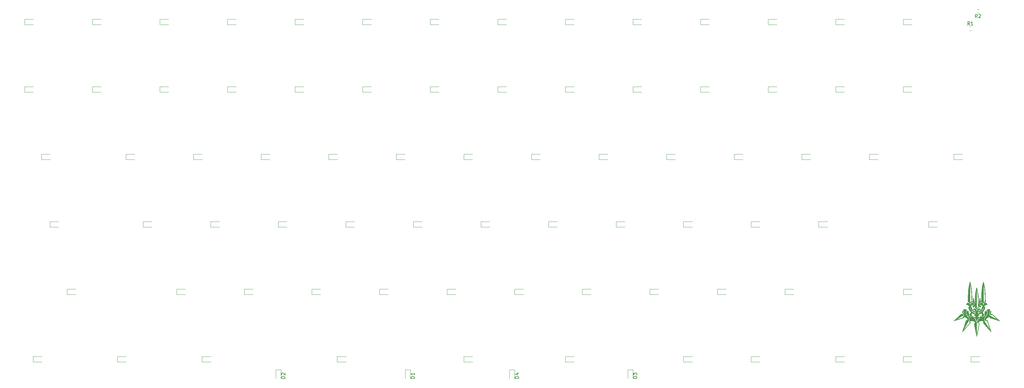
<source format=gbr>
%TF.GenerationSoftware,KiCad,Pcbnew,(5.1.9)-1*%
%TF.CreationDate,2021-08-25T16:21:07-05:00*%
%TF.ProjectId,Full_75,46756c6c-5f37-4352-9e6b-696361645f70,rev?*%
%TF.SameCoordinates,Original*%
%TF.FileFunction,Legend,Top*%
%TF.FilePolarity,Positive*%
%FSLAX46Y46*%
G04 Gerber Fmt 4.6, Leading zero omitted, Abs format (unit mm)*
G04 Created by KiCad (PCBNEW (5.1.9)-1) date 2021-08-25 16:21:07*
%MOMM*%
%LPD*%
G01*
G04 APERTURE LIST*
%ADD10C,0.010000*%
%ADD11C,0.120000*%
%ADD12C,0.150000*%
G04 APERTURE END LIST*
D10*
%TO.C,G\u002A\u002A\u002A*%
G36*
X309736894Y-109867308D02*
G01*
X309795602Y-109872690D01*
X309855767Y-109880686D01*
X309911981Y-109890467D01*
X309958835Y-109901204D01*
X309990920Y-109912069D01*
X309991464Y-109912325D01*
X310031983Y-109942750D01*
X310063727Y-109991421D01*
X310086704Y-110058361D01*
X310100921Y-110143593D01*
X310106386Y-110247141D01*
X310106451Y-110264604D01*
X310106208Y-110308372D01*
X310105180Y-110343530D01*
X310102599Y-110374395D01*
X310097698Y-110405286D01*
X310089712Y-110440521D01*
X310077872Y-110484419D01*
X310061413Y-110541298D01*
X310051092Y-110576360D01*
X310036123Y-110629470D01*
X310018385Y-110696093D01*
X309999505Y-110769902D01*
X309981109Y-110844571D01*
X309968824Y-110896400D01*
X309946127Y-111001952D01*
X309931198Y-111092018D01*
X309924079Y-111169904D01*
X309924813Y-111238918D01*
X309933442Y-111302367D01*
X309950009Y-111363559D01*
X309974557Y-111425801D01*
X309975651Y-111428238D01*
X310025745Y-111519013D01*
X310091836Y-111607476D01*
X310169749Y-111688831D01*
X310255314Y-111758280D01*
X310273445Y-111770626D01*
X310290765Y-111780882D01*
X310324026Y-111799453D01*
X310371859Y-111825618D01*
X310432898Y-111858656D01*
X310505778Y-111897848D01*
X310589131Y-111942471D01*
X310681591Y-111991807D01*
X310781791Y-112045134D01*
X310888365Y-112101731D01*
X310999947Y-112160878D01*
X311115169Y-112221855D01*
X311232666Y-112283940D01*
X311351070Y-112346414D01*
X311469016Y-112408555D01*
X311585136Y-112469643D01*
X311698065Y-112528957D01*
X311806435Y-112585777D01*
X311908881Y-112639382D01*
X312004035Y-112689052D01*
X312090532Y-112734066D01*
X312167004Y-112773703D01*
X312232086Y-112807243D01*
X312284410Y-112833965D01*
X312322610Y-112853149D01*
X312345319Y-112864074D01*
X312351409Y-112866391D01*
X312349058Y-112859359D01*
X312336145Y-112843527D01*
X312312206Y-112818463D01*
X312276773Y-112783738D01*
X312229381Y-112738922D01*
X312169564Y-112683586D01*
X312096855Y-112617300D01*
X312010789Y-112539634D01*
X311910900Y-112450158D01*
X311796720Y-112348442D01*
X311667786Y-112234057D01*
X311615454Y-112187736D01*
X311520655Y-112103839D01*
X311426077Y-112020076D01*
X311333502Y-111938027D01*
X311244712Y-111859277D01*
X311161489Y-111785405D01*
X311085615Y-111717996D01*
X311018872Y-111658630D01*
X310963043Y-111608890D01*
X310919909Y-111570358D01*
X310905993Y-111557884D01*
X310839036Y-111498569D01*
X310784562Y-111452274D01*
X310740682Y-111417658D01*
X310705505Y-111393379D01*
X310677143Y-111378093D01*
X310653705Y-111370458D01*
X310640094Y-111368959D01*
X310624214Y-111371541D01*
X310592290Y-111378968D01*
X310547771Y-111390360D01*
X310494109Y-111404832D01*
X310434815Y-111421485D01*
X310370466Y-111439837D01*
X310322745Y-111453054D01*
X310288746Y-111461601D01*
X310265562Y-111465943D01*
X310250288Y-111466546D01*
X310240019Y-111463873D01*
X310231847Y-111458390D01*
X310227540Y-111454651D01*
X310207824Y-111429889D01*
X310186204Y-111391178D01*
X310165349Y-111344368D01*
X310147925Y-111295310D01*
X310138404Y-111259119D01*
X310130767Y-111203654D01*
X310127587Y-111135767D01*
X310128762Y-111062839D01*
X310134189Y-110992252D01*
X310142918Y-110935382D01*
X310151797Y-110899283D01*
X310166053Y-110849283D01*
X310184110Y-110790572D01*
X310204390Y-110728341D01*
X310217678Y-110689430D01*
X310250973Y-110590334D01*
X310276773Y-110504986D01*
X310296300Y-110428782D01*
X310310777Y-110357118D01*
X310317860Y-110312200D01*
X310325781Y-110256320D01*
X310354576Y-110304943D01*
X310389731Y-110376353D01*
X310411648Y-110451097D01*
X310420416Y-110531717D01*
X310416122Y-110620752D01*
X310398853Y-110720743D01*
X310372397Y-110821841D01*
X310356186Y-110878521D01*
X310341073Y-110934510D01*
X310328603Y-110983880D01*
X310320319Y-111020705D01*
X310319485Y-111025041D01*
X310313775Y-111064585D01*
X310309576Y-111110771D01*
X310307009Y-111158833D01*
X310306191Y-111204009D01*
X310307240Y-111241534D01*
X310310276Y-111266645D01*
X310313289Y-111273975D01*
X310332968Y-111281526D01*
X310367914Y-111282983D01*
X310414175Y-111278840D01*
X310467795Y-111269589D01*
X310524821Y-111255724D01*
X310568989Y-111242069D01*
X310617624Y-111225939D01*
X310650952Y-111216386D01*
X310672639Y-111212714D01*
X310686351Y-111214225D01*
X310693661Y-111218384D01*
X310703530Y-111227068D01*
X310727348Y-111248368D01*
X310763992Y-111281273D01*
X310812340Y-111324772D01*
X310871270Y-111377853D01*
X310939659Y-111439503D01*
X311016385Y-111508712D01*
X311100324Y-111584466D01*
X311190355Y-111665754D01*
X311285354Y-111751565D01*
X311360899Y-111819828D01*
X311472020Y-111920248D01*
X311588561Y-112025562D01*
X311708241Y-112133705D01*
X311828774Y-112242615D01*
X311947877Y-112350227D01*
X312063267Y-112454480D01*
X312172659Y-112553309D01*
X312273771Y-112644651D01*
X312364319Y-112726443D01*
X312440261Y-112795034D01*
X312519050Y-112866261D01*
X312593081Y-112933320D01*
X312661022Y-112994995D01*
X312721542Y-113050071D01*
X312773307Y-113097332D01*
X312814985Y-113135562D01*
X312845244Y-113163545D01*
X312862753Y-113180066D01*
X312866711Y-113184208D01*
X312859854Y-113183060D01*
X312840446Y-113177790D01*
X312807734Y-113168162D01*
X312760962Y-113153943D01*
X312699376Y-113134897D01*
X312622220Y-113110789D01*
X312528739Y-113081385D01*
X312418178Y-113046449D01*
X312289783Y-113005748D01*
X312143774Y-112959356D01*
X312049455Y-112929378D01*
X311939531Y-112894470D01*
X311817772Y-112855827D01*
X311687946Y-112814644D01*
X311553824Y-112772118D01*
X311419174Y-112729443D01*
X311287766Y-112687814D01*
X311163371Y-112648428D01*
X311132854Y-112638769D01*
X311018854Y-112602681D01*
X310903256Y-112566066D01*
X310788826Y-112529802D01*
X310678327Y-112494765D01*
X310574526Y-112461833D01*
X310480186Y-112431883D01*
X310398073Y-112405792D01*
X310330951Y-112384437D01*
X310299734Y-112374488D01*
X310050814Y-112295087D01*
X310035134Y-112200151D01*
X310026289Y-112149529D01*
X310018542Y-112115256D01*
X310010314Y-112093539D01*
X310000025Y-112080584D01*
X309986096Y-112072599D01*
X309981247Y-112070707D01*
X309950724Y-112066085D01*
X309904865Y-112067686D01*
X309847424Y-112074770D01*
X309782153Y-112086597D01*
X309712807Y-112102428D01*
X309643138Y-112121524D01*
X309576902Y-112143144D01*
X309537734Y-112158092D01*
X309409972Y-112221146D01*
X309291864Y-112301545D01*
X309184595Y-112398164D01*
X309089350Y-112509876D01*
X309007312Y-112635556D01*
X308978384Y-112689640D01*
X308954008Y-112749352D01*
X308943938Y-112801953D01*
X308948365Y-112845068D01*
X308963488Y-112872278D01*
X308988263Y-112891909D01*
X309029156Y-112915345D01*
X309082692Y-112941004D01*
X309145394Y-112967304D01*
X309213789Y-112992663D01*
X309265625Y-113009770D01*
X309384677Y-113046918D01*
X309446828Y-113241659D01*
X309465744Y-113300782D01*
X309490291Y-113377273D01*
X309519837Y-113469167D01*
X309553747Y-113574501D01*
X309591387Y-113691312D01*
X309632125Y-113817637D01*
X309675327Y-113951512D01*
X309720360Y-114090975D01*
X309766589Y-114234061D01*
X309813381Y-114378807D01*
X309860103Y-114523251D01*
X309906121Y-114665428D01*
X309944070Y-114782600D01*
X309970927Y-114865549D01*
X310002886Y-114964351D01*
X310038820Y-115075514D01*
X310077602Y-115195548D01*
X310118104Y-115320964D01*
X310159200Y-115448271D01*
X310199762Y-115573980D01*
X310238662Y-115694600D01*
X310249262Y-115727480D01*
X310282738Y-115831231D01*
X310314438Y-115929289D01*
X310343802Y-116019934D01*
X310370269Y-116101445D01*
X310393279Y-116172101D01*
X310412272Y-116230182D01*
X310426687Y-116273966D01*
X310435964Y-116301732D01*
X310439493Y-116311680D01*
X310440416Y-116314291D01*
X310438959Y-116314085D01*
X310434680Y-116310560D01*
X310427137Y-116303220D01*
X310415889Y-116291563D01*
X310400496Y-116275093D01*
X310380515Y-116253309D01*
X310355507Y-116225712D01*
X310325029Y-116191804D01*
X310288641Y-116151086D01*
X310245901Y-116103058D01*
X310196368Y-116047222D01*
X310139601Y-115983078D01*
X310075159Y-115910128D01*
X310002600Y-115827873D01*
X309921484Y-115735814D01*
X309831369Y-115633451D01*
X309731814Y-115520286D01*
X309622378Y-115395820D01*
X309502620Y-115259554D01*
X309372098Y-115110989D01*
X309230371Y-114949625D01*
X309076999Y-114774964D01*
X308911540Y-114586508D01*
X308733552Y-114383756D01*
X308548555Y-114173000D01*
X308482287Y-114097507D01*
X308419663Y-114026176D01*
X308362047Y-113960560D01*
X308310801Y-113902211D01*
X308267291Y-113852680D01*
X308232877Y-113813520D01*
X308208925Y-113786283D01*
X308196797Y-113772520D01*
X308196052Y-113771680D01*
X308189282Y-113762943D01*
X308185473Y-113752770D01*
X308184958Y-113737780D01*
X308188072Y-113714593D01*
X308195150Y-113679830D01*
X308206525Y-113630111D01*
X308212645Y-113604040D01*
X308233087Y-113513022D01*
X308247109Y-113439194D01*
X308254597Y-113380426D01*
X308255436Y-113334591D01*
X308249510Y-113299559D01*
X308236707Y-113273204D01*
X308216910Y-113253395D01*
X308193001Y-113239399D01*
X308127506Y-113214619D01*
X308046372Y-113193875D01*
X307953949Y-113177540D01*
X307854585Y-113165986D01*
X307752630Y-113159588D01*
X307652433Y-113158719D01*
X307558342Y-113163750D01*
X307474707Y-113175056D01*
X307465094Y-113176952D01*
X307358071Y-113204577D01*
X307253347Y-113242168D01*
X307158325Y-113286914D01*
X307124734Y-113306160D01*
X307062805Y-113346527D01*
X307001408Y-113391334D01*
X306943427Y-113438032D01*
X306891745Y-113484073D01*
X306849246Y-113526908D01*
X306818814Y-113563989D01*
X306804558Y-113589155D01*
X306801429Y-113624624D01*
X306814375Y-113668967D01*
X306842197Y-113720359D01*
X306883696Y-113776975D01*
X306937672Y-113836988D01*
X307002927Y-113898574D01*
X307014237Y-113908368D01*
X307051830Y-113940486D01*
X307083410Y-113967350D01*
X307106019Y-113986450D01*
X307116695Y-113995278D01*
X307117121Y-113995582D01*
X307115555Y-114005485D01*
X307110179Y-114033607D01*
X307101332Y-114078277D01*
X307089354Y-114137821D01*
X307074586Y-114210568D01*
X307057365Y-114294846D01*
X307038034Y-114388981D01*
X307016930Y-114491303D01*
X306994395Y-114600139D01*
X306987979Y-114631053D01*
X306933743Y-114892290D01*
X306880676Y-115148028D01*
X306829043Y-115396978D01*
X306779113Y-115637852D01*
X306731151Y-115869361D01*
X306685424Y-116090217D01*
X306642199Y-116299131D01*
X306601742Y-116494816D01*
X306564320Y-116675982D01*
X306530200Y-116841341D01*
X306499649Y-116989604D01*
X306472932Y-117119484D01*
X306468775Y-117139720D01*
X306449637Y-117232612D01*
X306431675Y-117319237D01*
X306415312Y-117397595D01*
X306400972Y-117465687D01*
X306389076Y-117521514D01*
X306380049Y-117563075D01*
X306374313Y-117588372D01*
X306372359Y-117595578D01*
X306367737Y-117590117D01*
X306363154Y-117575258D01*
X306359952Y-117560389D01*
X306353130Y-117527820D01*
X306343145Y-117479755D01*
X306330453Y-117418401D01*
X306315509Y-117345965D01*
X306298770Y-117264653D01*
X306280691Y-117176669D01*
X306271024Y-117129560D01*
X306247806Y-117016524D01*
X306220583Y-116884289D01*
X306189500Y-116733547D01*
X306154698Y-116564989D01*
X306116321Y-116379308D01*
X306074513Y-116177196D01*
X306029417Y-115959346D01*
X305981175Y-115726449D01*
X305929932Y-115479199D01*
X305875831Y-115218286D01*
X305819014Y-114944405D01*
X305759625Y-114658246D01*
X305752714Y-114624952D01*
X305730229Y-114516460D01*
X305709021Y-114413783D01*
X305689445Y-114318663D01*
X305671855Y-114232843D01*
X305656608Y-114158066D01*
X305644058Y-114096074D01*
X305634561Y-114048610D01*
X305628472Y-114017415D01*
X305626146Y-114004233D01*
X305626134Y-114004011D01*
X305633573Y-113992022D01*
X305652715Y-113973043D01*
X305670238Y-113958459D01*
X305694811Y-113936838D01*
X305727930Y-113904332D01*
X305765018Y-113865568D01*
X305797168Y-113830108D01*
X305851214Y-113768083D01*
X305892053Y-113718364D01*
X305920297Y-113678358D01*
X305936557Y-113645470D01*
X305941444Y-113617109D01*
X305935571Y-113590681D01*
X305919548Y-113563592D01*
X305893986Y-113533251D01*
X305872514Y-113510523D01*
X305786626Y-113430205D01*
X305690639Y-113355762D01*
X305591524Y-113292348D01*
X305540671Y-113265248D01*
X305453449Y-113225821D01*
X305370071Y-113196333D01*
X305285790Y-113175875D01*
X305195859Y-113163535D01*
X305095530Y-113158403D01*
X304988331Y-113159313D01*
X304893363Y-113164629D01*
X304802959Y-113174466D01*
X304719566Y-113188220D01*
X304645626Y-113205284D01*
X304583585Y-113225053D01*
X304535887Y-113246923D01*
X304504975Y-113270287D01*
X304497303Y-113280921D01*
X304488292Y-113314175D01*
X304487096Y-113364280D01*
X304493594Y-113429378D01*
X304507667Y-113507610D01*
X304513567Y-113534314D01*
X304525471Y-113586303D01*
X304536928Y-113636689D01*
X304546447Y-113678892D01*
X304551490Y-113701553D01*
X304562879Y-113753346D01*
X304081331Y-114300993D01*
X303986885Y-114408401D01*
X303884677Y-114524631D01*
X303777402Y-114646620D01*
X303667752Y-114771305D01*
X303558424Y-114895621D01*
X303452111Y-115016506D01*
X303351506Y-115130896D01*
X303259305Y-115235727D01*
X303188701Y-115316000D01*
X303106601Y-115409350D01*
X303021384Y-115506266D01*
X302935254Y-115604239D01*
X302850417Y-115700760D01*
X302769080Y-115793317D01*
X302693447Y-115879401D01*
X302625724Y-115956502D01*
X302568117Y-116022112D01*
X302543829Y-116049786D01*
X302489289Y-116111774D01*
X302439103Y-116168495D01*
X302394808Y-116218238D01*
X302357940Y-116259289D01*
X302330037Y-116289937D01*
X302312634Y-116308469D01*
X302307236Y-116313409D01*
X302309709Y-116303487D01*
X302317878Y-116276119D01*
X302331152Y-116233180D01*
X302348938Y-116176545D01*
X302370643Y-116108091D01*
X302395676Y-116029693D01*
X302423443Y-115943227D01*
X302453353Y-115850568D01*
X302455550Y-115843782D01*
X302488279Y-115742628D01*
X302525994Y-115625981D01*
X302567452Y-115497690D01*
X302611410Y-115361606D01*
X302656624Y-115221577D01*
X302701852Y-115081452D01*
X302745850Y-114945081D01*
X302787376Y-114816312D01*
X302801519Y-114772440D01*
X302839989Y-114653110D01*
X302879892Y-114529373D01*
X302920219Y-114404358D01*
X302959961Y-114281192D01*
X302998107Y-114163003D01*
X303033649Y-114052919D01*
X303065577Y-113954067D01*
X303092881Y-113869574D01*
X303106467Y-113827560D01*
X303136317Y-113735206D01*
X303167843Y-113637537D01*
X303199566Y-113539144D01*
X303230007Y-113444616D01*
X303257689Y-113358542D01*
X303281132Y-113285512D01*
X303288429Y-113262735D01*
X303360295Y-113038270D01*
X303484834Y-113004817D01*
X303583738Y-112974900D01*
X303664020Y-112943358D01*
X303725128Y-112910443D01*
X303766512Y-112876407D01*
X303768031Y-112874706D01*
X303789783Y-112841409D01*
X303797818Y-112804487D01*
X303791972Y-112760827D01*
X303772080Y-112707315D01*
X303757627Y-112677476D01*
X303680282Y-112545898D01*
X303590869Y-112430315D01*
X303489068Y-112330509D01*
X303374562Y-112246266D01*
X303247031Y-112177370D01*
X303106158Y-112123603D01*
X302951624Y-112084752D01*
X302861599Y-112069788D01*
X302810141Y-112064404D01*
X302772213Y-112066253D01*
X302745365Y-112077739D01*
X302727149Y-112101262D01*
X302715115Y-112139225D01*
X302706815Y-112194029D01*
X302703659Y-112224686D01*
X302697160Y-112293133D01*
X302508107Y-112353484D01*
X302448125Y-112372599D01*
X302373361Y-112396374D01*
X302288410Y-112423350D01*
X302197865Y-112452070D01*
X302106323Y-112481074D01*
X302018378Y-112508906D01*
X302009174Y-112511817D01*
X301918579Y-112540489D01*
X301820900Y-112571450D01*
X301721434Y-112603018D01*
X301625480Y-112633510D01*
X301538335Y-112661244D01*
X301465614Y-112684436D01*
X301410274Y-112702065D01*
X301338380Y-112724897D01*
X301252762Y-112752035D01*
X301156250Y-112782584D01*
X301051672Y-112815650D01*
X300941859Y-112850338D01*
X300829641Y-112885752D01*
X300717847Y-112920998D01*
X300678214Y-112933484D01*
X300571962Y-112966978D01*
X300468034Y-112999789D01*
X300368683Y-113031203D01*
X300276165Y-113060504D01*
X300192736Y-113086977D01*
X300120650Y-113109906D01*
X300062162Y-113128577D01*
X300019528Y-113142275D01*
X300003283Y-113147550D01*
X299957116Y-113162314D01*
X299918484Y-113174025D01*
X299891160Y-113181585D01*
X299878916Y-113183898D01*
X299878654Y-113183786D01*
X299885654Y-113176703D01*
X299906903Y-113156767D01*
X299941566Y-113124739D01*
X299988806Y-113081380D01*
X300047787Y-113027451D01*
X300117672Y-112963712D01*
X300197626Y-112890924D01*
X300286812Y-112809848D01*
X300384394Y-112721245D01*
X300489536Y-112625875D01*
X300601401Y-112524498D01*
X300719153Y-112417877D01*
X300841957Y-112306771D01*
X300966078Y-112194558D01*
X302056922Y-111208749D01*
X302177828Y-111243234D01*
X302260239Y-111265303D01*
X302325001Y-111279372D01*
X302373083Y-111285577D01*
X302405454Y-111284056D01*
X302420490Y-111277535D01*
X302430378Y-111257585D01*
X302434602Y-111220615D01*
X302433466Y-111169032D01*
X302427271Y-111105243D01*
X302416317Y-111031652D01*
X302400907Y-110950666D01*
X302381342Y-110864691D01*
X302357923Y-110776132D01*
X302357453Y-110774480D01*
X302333217Y-110676514D01*
X302320673Y-110590913D01*
X302320012Y-110513289D01*
X302331427Y-110439253D01*
X302355109Y-110364417D01*
X302377673Y-110312200D01*
X302408766Y-110246160D01*
X302416980Y-110319851D01*
X302430022Y-110404324D01*
X302451041Y-110489011D01*
X302481861Y-110580853D01*
X302493712Y-110611920D01*
X302531813Y-110712334D01*
X302561699Y-110798718D01*
X302584271Y-110875201D01*
X302600434Y-110945910D01*
X302611091Y-111014973D01*
X302617145Y-111086521D01*
X302619500Y-111164680D01*
X302619618Y-111187384D01*
X302617149Y-111292070D01*
X302609029Y-111379691D01*
X302594532Y-111452898D01*
X302572932Y-111514340D01*
X302543503Y-111566668D01*
X302505519Y-111612531D01*
X302502195Y-111615894D01*
X302479308Y-111635012D01*
X302441450Y-111662190D01*
X302391393Y-111695592D01*
X302331912Y-111733380D01*
X302265783Y-111773718D01*
X302246335Y-111785290D01*
X302212747Y-111805255D01*
X302164868Y-111833847D01*
X302104160Y-111870187D01*
X302032083Y-111913396D01*
X301950097Y-111962595D01*
X301859662Y-112016903D01*
X301762240Y-112075443D01*
X301659291Y-112137334D01*
X301552275Y-112201697D01*
X301442653Y-112267653D01*
X301331884Y-112334323D01*
X301221431Y-112400827D01*
X301112752Y-112466286D01*
X301007309Y-112529821D01*
X300906562Y-112590552D01*
X300811971Y-112647600D01*
X300724998Y-112700086D01*
X300647102Y-112747130D01*
X300579743Y-112787854D01*
X300524384Y-112821377D01*
X300482483Y-112846821D01*
X300455501Y-112863307D01*
X300446192Y-112869097D01*
X300430385Y-112881375D01*
X300426701Y-112888554D01*
X300435059Y-112887595D01*
X300457707Y-112881832D01*
X300495171Y-112871104D01*
X300547975Y-112855244D01*
X300616644Y-112834091D01*
X300701703Y-112807480D01*
X300803678Y-112775247D01*
X300923092Y-112737229D01*
X301060472Y-112693262D01*
X301216341Y-112643182D01*
X301308134Y-112613620D01*
X301486804Y-112556024D01*
X301647136Y-112504303D01*
X301790138Y-112458118D01*
X301916818Y-112417128D01*
X302028184Y-112380996D01*
X302125243Y-112349382D01*
X302209005Y-112321946D01*
X302280477Y-112298350D01*
X302340668Y-112278254D01*
X302390586Y-112261320D01*
X302431238Y-112247207D01*
X302463633Y-112235577D01*
X302488779Y-112226091D01*
X302507685Y-112218409D01*
X302521357Y-112212193D01*
X302530806Y-112207102D01*
X302537037Y-112202799D01*
X302541061Y-112198943D01*
X302541223Y-112198755D01*
X302549763Y-112186577D01*
X302554753Y-112171520D01*
X302556620Y-112149092D01*
X302555788Y-112114800D01*
X302553234Y-112072271D01*
X302550216Y-112000622D01*
X302552779Y-111943851D01*
X302562185Y-111896979D01*
X302579693Y-111855029D01*
X302606564Y-111813024D01*
X302624926Y-111789169D01*
X302699408Y-111684267D01*
X302755324Y-111577221D01*
X302793525Y-111465328D01*
X302814859Y-111345881D01*
X302820176Y-111216177D01*
X302818658Y-111172540D01*
X302812405Y-111096470D01*
X302800848Y-111014605D01*
X302783412Y-110924171D01*
X302759522Y-110822399D01*
X302728602Y-110706516D01*
X302704395Y-110622080D01*
X302677940Y-110530003D01*
X302657588Y-110453734D01*
X302642932Y-110389830D01*
X302633566Y-110334850D01*
X302629082Y-110285353D01*
X302629072Y-110237896D01*
X302633130Y-110189038D01*
X302640848Y-110135338D01*
X302644360Y-110114641D01*
X302660393Y-110042099D01*
X302681610Y-109986719D01*
X302710644Y-109945502D01*
X302750130Y-109915449D01*
X302802705Y-109893561D01*
X302849379Y-109881343D01*
X302913807Y-109871324D01*
X302988259Y-109866435D01*
X303064992Y-109866694D01*
X303136265Y-109872118D01*
X303185820Y-109880578D01*
X303248830Y-109900207D01*
X303316783Y-109929127D01*
X303379693Y-109962843D01*
X303404442Y-109978906D01*
X303430299Y-109998950D01*
X303461181Y-110025740D01*
X303493407Y-110055690D01*
X303523295Y-110085213D01*
X303547163Y-110110723D01*
X303561330Y-110128631D01*
X303563654Y-110134010D01*
X303555889Y-110145144D01*
X303535410Y-110163723D01*
X303506439Y-110185965D01*
X303502602Y-110188694D01*
X303427745Y-110253661D01*
X303365510Y-110333106D01*
X303317585Y-110424380D01*
X303285656Y-110524836D01*
X303284194Y-110531529D01*
X303264977Y-110665669D01*
X303261782Y-110807226D01*
X303274026Y-110951906D01*
X303301124Y-111095415D01*
X303342495Y-111233457D01*
X303396675Y-111359994D01*
X303420089Y-111405008D01*
X303444131Y-111447653D01*
X303470722Y-111490762D01*
X303501784Y-111537164D01*
X303539239Y-111589692D01*
X303585007Y-111651176D01*
X303641010Y-111724448D01*
X303665609Y-111756275D01*
X303753556Y-111870743D01*
X303829233Y-111971568D01*
X303893634Y-112060503D01*
X303947754Y-112139298D01*
X303992587Y-112209705D01*
X304029127Y-112273475D01*
X304058370Y-112332358D01*
X304081310Y-112388107D01*
X304098940Y-112442473D01*
X304112255Y-112497206D01*
X304122251Y-112554058D01*
X304123491Y-112562640D01*
X304129007Y-112625032D01*
X304130642Y-112700895D01*
X304128688Y-112783811D01*
X304123434Y-112867362D01*
X304115173Y-112945131D01*
X304104195Y-113010701D01*
X304102912Y-113016548D01*
X304091996Y-113060957D01*
X304079238Y-113103791D01*
X304063460Y-113147622D01*
X304043482Y-113195023D01*
X304018125Y-113248567D01*
X303986209Y-113310827D01*
X303946555Y-113384376D01*
X303897983Y-113471786D01*
X303877679Y-113507866D01*
X303835732Y-113582280D01*
X303788428Y-113666302D01*
X303737097Y-113757565D01*
X303683068Y-113853698D01*
X303627670Y-113952332D01*
X303572233Y-114051099D01*
X303518085Y-114147629D01*
X303466555Y-114239553D01*
X303418973Y-114324502D01*
X303376668Y-114400106D01*
X303340970Y-114463998D01*
X303313206Y-114513807D01*
X303302166Y-114533680D01*
X303287432Y-114560203D01*
X303263939Y-114602429D01*
X303232826Y-114658314D01*
X303195230Y-114725814D01*
X303152291Y-114802886D01*
X303105147Y-114887485D01*
X303054937Y-114977569D01*
X303002799Y-115071093D01*
X302982378Y-115107720D01*
X302910901Y-115235952D01*
X302848746Y-115347573D01*
X302795304Y-115443698D01*
X302749971Y-115525445D01*
X302712138Y-115593931D01*
X302681200Y-115650274D01*
X302656548Y-115695590D01*
X302637578Y-115730996D01*
X302623682Y-115757610D01*
X302614252Y-115776550D01*
X302608683Y-115788931D01*
X302606368Y-115795872D01*
X302606700Y-115798489D01*
X302607167Y-115798600D01*
X302612475Y-115796084D01*
X302622313Y-115788066D01*
X302637322Y-115773834D01*
X302658143Y-115752681D01*
X302685416Y-115723897D01*
X302719781Y-115686771D01*
X302761880Y-115640596D01*
X302812353Y-115584661D01*
X302871841Y-115518257D01*
X302940984Y-115440675D01*
X303020422Y-115351206D01*
X303110798Y-115249140D01*
X303212750Y-115133768D01*
X303326920Y-115004380D01*
X303428385Y-114889280D01*
X303526475Y-114777988D01*
X303623270Y-114668203D01*
X303717607Y-114561244D01*
X303808319Y-114458430D01*
X303894241Y-114361081D01*
X303974209Y-114270516D01*
X304047057Y-114188054D01*
X304111620Y-114115016D01*
X304166734Y-114052720D01*
X304211231Y-114002485D01*
X304243949Y-113965632D01*
X304253810Y-113954560D01*
X304298357Y-113903623D01*
X304339319Y-113854936D01*
X304374304Y-113811486D01*
X304400921Y-113776262D01*
X304416780Y-113752254D01*
X304418800Y-113748318D01*
X304428055Y-113725565D01*
X304432685Y-113704384D01*
X304431993Y-113681156D01*
X304425282Y-113652259D01*
X304411855Y-113614074D01*
X304391015Y-113562979D01*
X304376600Y-113529134D01*
X304339214Y-113438793D01*
X304311193Y-113362816D01*
X304291841Y-113297911D01*
X304280461Y-113240786D01*
X304276358Y-113188150D01*
X304278836Y-113136713D01*
X304284879Y-113095365D01*
X304295114Y-113023483D01*
X304302702Y-112938808D01*
X304307301Y-112848738D01*
X304308567Y-112760668D01*
X304306160Y-112681995D01*
X304304854Y-112663536D01*
X304288200Y-112522525D01*
X304261624Y-112394438D01*
X304223686Y-112273733D01*
X304172948Y-112154872D01*
X304172742Y-112154444D01*
X304152828Y-112114710D01*
X304131687Y-112076435D01*
X304107571Y-112037088D01*
X304078729Y-111994135D01*
X304043415Y-111945046D01*
X303999878Y-111887289D01*
X303946371Y-111818331D01*
X303899315Y-111758587D01*
X303817973Y-111654245D01*
X303748940Y-111561894D01*
X303690635Y-111478700D01*
X303641476Y-111401823D01*
X303599880Y-111328427D01*
X303564267Y-111255674D01*
X303533054Y-111180727D01*
X303504659Y-111100748D01*
X303477501Y-111012901D01*
X303470992Y-110990335D01*
X303446498Y-110882630D01*
X303438020Y-110783659D01*
X303445969Y-110689135D01*
X303470757Y-110594774D01*
X303512798Y-110496290D01*
X303519885Y-110482315D01*
X303550419Y-110427757D01*
X303578593Y-110389677D01*
X303607969Y-110365117D01*
X303642108Y-110351118D01*
X303684575Y-110344720D01*
X303685660Y-110344640D01*
X303771564Y-110348120D01*
X303858511Y-110369673D01*
X303942272Y-110407750D01*
X304018617Y-110460800D01*
X304030343Y-110471006D01*
X304069118Y-110512031D01*
X304091010Y-110552859D01*
X304097834Y-110599104D01*
X304091406Y-110656382D01*
X304090980Y-110658568D01*
X304082506Y-110750562D01*
X304091146Y-110847340D01*
X304116034Y-110944226D01*
X304156300Y-111036544D01*
X304163518Y-111049542D01*
X304187568Y-111093756D01*
X304201538Y-111128391D01*
X304205977Y-111159927D01*
X304201433Y-111194844D01*
X304188453Y-111239619D01*
X304181383Y-111260684D01*
X304158529Y-111345302D01*
X304145676Y-111432748D01*
X304143209Y-111517211D01*
X304151508Y-111592882D01*
X304157811Y-111618983D01*
X304193942Y-111711611D01*
X304245816Y-111798166D01*
X304310619Y-111875561D01*
X304385533Y-111940711D01*
X304467744Y-111990533D01*
X304514928Y-112010240D01*
X304610490Y-112034691D01*
X304714885Y-112045048D01*
X304820866Y-112040768D01*
X304882263Y-112031345D01*
X304934481Y-112016487D01*
X304983193Y-111993582D01*
X305034068Y-111960017D01*
X305086754Y-111918231D01*
X305120712Y-111891306D01*
X305150460Y-111870333D01*
X305171622Y-111858279D01*
X305177795Y-111856520D01*
X305193579Y-111860598D01*
X305222802Y-111871728D01*
X305261940Y-111888253D01*
X305307467Y-111908516D01*
X305355857Y-111930859D01*
X305403586Y-111953624D01*
X305447128Y-111975155D01*
X305482957Y-111993794D01*
X305507549Y-112007885D01*
X305517377Y-112015769D01*
X305517409Y-112016172D01*
X305514623Y-112029802D01*
X305508700Y-112058710D01*
X305500588Y-112098267D01*
X305493689Y-112131894D01*
X305478914Y-112220638D01*
X305474564Y-112292727D01*
X305480683Y-112348976D01*
X305497315Y-112390196D01*
X305508069Y-112403881D01*
X305547594Y-112434499D01*
X305604938Y-112463446D01*
X305677609Y-112489624D01*
X305743333Y-112507416D01*
X305812806Y-112526188D01*
X305864814Y-112546704D01*
X305902190Y-112571662D01*
X305927767Y-112603757D01*
X305944378Y-112645687D01*
X305954856Y-112700147D01*
X305956122Y-112709960D01*
X305972691Y-112804593D01*
X305999435Y-112909032D01*
X306034336Y-113017745D01*
X306075375Y-113125198D01*
X306120535Y-113225857D01*
X306167796Y-113314189D01*
X306188812Y-113347839D01*
X306219316Y-113390418D01*
X306255038Y-113435064D01*
X306286440Y-113470178D01*
X306314883Y-113502143D01*
X306338938Y-113533956D01*
X306353402Y-113558735D01*
X306353409Y-113558752D01*
X306355262Y-113565519D01*
X306356955Y-113577131D01*
X306358495Y-113594449D01*
X306359889Y-113618334D01*
X306361144Y-113649647D01*
X306362268Y-113689249D01*
X306363267Y-113738000D01*
X306364149Y-113796763D01*
X306364920Y-113866399D01*
X306365588Y-113947767D01*
X306366160Y-114041730D01*
X306366642Y-114149148D01*
X306367043Y-114270883D01*
X306367369Y-114407795D01*
X306367627Y-114560745D01*
X306367825Y-114730596D01*
X306367968Y-114918207D01*
X306368066Y-115124440D01*
X306368122Y-115343613D01*
X306368218Y-115573443D01*
X306368418Y-115788769D01*
X306368722Y-115989138D01*
X306369125Y-116174102D01*
X306369626Y-116343210D01*
X306370222Y-116496012D01*
X306370911Y-116632058D01*
X306371689Y-116750896D01*
X306372555Y-116852078D01*
X306373506Y-116935153D01*
X306374539Y-116999670D01*
X306375651Y-117045179D01*
X306376841Y-117071230D01*
X306377993Y-117077638D01*
X306382280Y-117064089D01*
X306390097Y-117033066D01*
X306400894Y-116986999D01*
X306414121Y-116928321D01*
X306429227Y-116859462D01*
X306445662Y-116782855D01*
X306458474Y-116722038D01*
X306472408Y-116655368D01*
X306489968Y-116571312D01*
X306510632Y-116472376D01*
X306533877Y-116361065D01*
X306559179Y-116239886D01*
X306586014Y-116111343D01*
X306613861Y-115977943D01*
X306642196Y-115842192D01*
X306670496Y-115706595D01*
X306692640Y-115600480D01*
X306720714Y-115465950D01*
X306749372Y-115328640D01*
X306778073Y-115191136D01*
X306806278Y-115056029D01*
X306833445Y-114925906D01*
X306859035Y-114803356D01*
X306882506Y-114690968D01*
X306903318Y-114591330D01*
X306920930Y-114507032D01*
X306931826Y-114454900D01*
X306951623Y-114359938D01*
X306967520Y-114282731D01*
X306979842Y-114221154D01*
X306988912Y-114173087D01*
X306995057Y-114136407D01*
X306998600Y-114108992D01*
X306999867Y-114088719D01*
X306999182Y-114073467D01*
X306996871Y-114061113D01*
X306993675Y-114050741D01*
X306983922Y-114030708D01*
X306966099Y-114005990D01*
X306938361Y-113974493D01*
X306898860Y-113934125D01*
X306845748Y-113882791D01*
X306843879Y-113881016D01*
X306753510Y-113794907D01*
X306677299Y-113721534D01*
X306614361Y-113659973D01*
X306563809Y-113609298D01*
X306524761Y-113568585D01*
X306496331Y-113536908D01*
X306477635Y-113513342D01*
X306467786Y-113496963D01*
X306465902Y-113486844D01*
X306466140Y-113486081D01*
X306474913Y-113469489D01*
X306492280Y-113441097D01*
X306515211Y-113405771D01*
X306527648Y-113387276D01*
X306613726Y-113243245D01*
X306684423Y-113086639D01*
X306739900Y-112917041D01*
X306779964Y-112736062D01*
X306792089Y-112673206D01*
X306805536Y-112625785D01*
X306823423Y-112590512D01*
X306848872Y-112564102D01*
X306885002Y-112543269D01*
X306934933Y-112524726D01*
X306998256Y-112506167D01*
X307083007Y-112481289D01*
X307149444Y-112457597D01*
X307199276Y-112432836D01*
X307234216Y-112404750D01*
X307255975Y-112371082D01*
X307266263Y-112329576D01*
X307266792Y-112277976D01*
X307259273Y-112214025D01*
X307252096Y-112171480D01*
X307243229Y-112122620D01*
X307235152Y-112079000D01*
X307228827Y-112045759D01*
X307225489Y-112029240D01*
X307224393Y-112019664D01*
X307227403Y-112010980D01*
X307236980Y-112001626D01*
X307255582Y-111990042D01*
X307285670Y-111974668D01*
X307329703Y-111953944D01*
X307381637Y-111930180D01*
X307435785Y-111906056D01*
X307484731Y-111885248D01*
X307525002Y-111869153D01*
X307553127Y-111859168D01*
X307564558Y-111856520D01*
X307581686Y-111862958D01*
X307608574Y-111880076D01*
X307640231Y-111904579D01*
X307649866Y-111912837D01*
X307692232Y-111946200D01*
X307741699Y-111979584D01*
X307787575Y-112005773D01*
X307787676Y-112005823D01*
X307825436Y-112023600D01*
X307857022Y-112034976D01*
X307889895Y-112041739D01*
X307931522Y-112045676D01*
X307960825Y-112047282D01*
X308076487Y-112043542D01*
X308185514Y-112021219D01*
X308286623Y-111980785D01*
X308378531Y-111922714D01*
X308436390Y-111872134D01*
X308506235Y-111789922D01*
X308557025Y-111700833D01*
X308588675Y-111605273D01*
X308601100Y-111503649D01*
X308594215Y-111396370D01*
X308567934Y-111283842D01*
X308562880Y-111268226D01*
X308547701Y-111220494D01*
X308539277Y-111183488D01*
X308538211Y-111151666D01*
X308545106Y-111119486D01*
X308560563Y-111081405D01*
X308585184Y-111031881D01*
X308589454Y-111023609D01*
X308627261Y-110940315D01*
X308650076Y-110863035D01*
X308659092Y-110785502D01*
X308655504Y-110701446D01*
X308653765Y-110686360D01*
X308647927Y-110626184D01*
X308648530Y-110580671D01*
X308656980Y-110544796D01*
X308674682Y-110513536D01*
X308703043Y-110481867D01*
X308713900Y-110471479D01*
X308788743Y-110414847D01*
X308874220Y-110373370D01*
X308965756Y-110348858D01*
X309039477Y-110342680D01*
X309084868Y-110345263D01*
X309120883Y-110354794D01*
X309150907Y-110373944D01*
X309178328Y-110405382D01*
X309206531Y-110451779D01*
X309226277Y-110490000D01*
X309257393Y-110556798D01*
X309278632Y-110614259D01*
X309291991Y-110669538D01*
X309299467Y-110729791D01*
X309301381Y-110759240D01*
X309302929Y-110810110D01*
X309301015Y-110853479D01*
X309294774Y-110897690D01*
X309283344Y-110951090D01*
X309280107Y-110964648D01*
X309251930Y-111066104D01*
X309217150Y-111167022D01*
X309178363Y-111260447D01*
X309144497Y-111328200D01*
X309124939Y-111362167D01*
X309102547Y-111397994D01*
X309075739Y-111437891D01*
X309042937Y-111484064D01*
X309002561Y-111538722D01*
X308953032Y-111604072D01*
X308892769Y-111682323D01*
X308871930Y-111709200D01*
X308827632Y-111766778D01*
X308783479Y-111825095D01*
X308742503Y-111880080D01*
X308707732Y-111927663D01*
X308682199Y-111963774D01*
X308680225Y-111966665D01*
X308596757Y-112104751D01*
X308529584Y-112248622D01*
X308479420Y-112395901D01*
X308446979Y-112544211D01*
X308432973Y-112691176D01*
X308434168Y-112786160D01*
X308443243Y-112885278D01*
X308458281Y-112979477D01*
X308478320Y-113064096D01*
X308502397Y-113134476D01*
X308509265Y-113150006D01*
X308519991Y-113170043D01*
X308540463Y-113205545D01*
X308569620Y-113254766D01*
X308606405Y-113315959D01*
X308649758Y-113387381D01*
X308698621Y-113467284D01*
X308751934Y-113553924D01*
X308808639Y-113645555D01*
X308858651Y-113725960D01*
X309006651Y-113963282D01*
X309146772Y-114187845D01*
X309278830Y-114399354D01*
X309402642Y-114597516D01*
X309518023Y-114782039D01*
X309624789Y-114952629D01*
X309722756Y-115108993D01*
X309811740Y-115250839D01*
X309891557Y-115377873D01*
X309962023Y-115489802D01*
X310022955Y-115586333D01*
X310074167Y-115667174D01*
X310115476Y-115732031D01*
X310146698Y-115780611D01*
X310167650Y-115812620D01*
X310178146Y-115827767D01*
X310179359Y-115829041D01*
X310180694Y-115820456D01*
X310176430Y-115798700D01*
X310172829Y-115785900D01*
X310164069Y-115758064D01*
X310149689Y-115713520D01*
X310130154Y-115653663D01*
X310105929Y-115579885D01*
X310077480Y-115493583D01*
X310045273Y-115396149D01*
X310009773Y-115288979D01*
X309971446Y-115173466D01*
X309930757Y-115051006D01*
X309888173Y-114922992D01*
X309844158Y-114790818D01*
X309799179Y-114655880D01*
X309753700Y-114519572D01*
X309708188Y-114383287D01*
X309663108Y-114248421D01*
X309618926Y-114116367D01*
X309576107Y-113988520D01*
X309535117Y-113866274D01*
X309496422Y-113751024D01*
X309460486Y-113644164D01*
X309427777Y-113547088D01*
X309398758Y-113461191D01*
X309373897Y-113387867D01*
X309353658Y-113328511D01*
X309338507Y-113284516D01*
X309328910Y-113257277D01*
X309325520Y-113248440D01*
X309293789Y-113207243D01*
X309247074Y-113174831D01*
X309198379Y-113156504D01*
X309137306Y-113140504D01*
X309070191Y-113122179D01*
X309000104Y-113102444D01*
X308930115Y-113082213D01*
X308863295Y-113062401D01*
X308802714Y-113043922D01*
X308751443Y-113027692D01*
X308712552Y-113014624D01*
X308689112Y-113005634D01*
X308685084Y-113003595D01*
X308660049Y-112983693D01*
X308641393Y-112956459D01*
X308627472Y-112918109D01*
X308616643Y-112864860D01*
X308612537Y-112836503D01*
X308605667Y-112734941D01*
X308609916Y-112626415D01*
X308624699Y-112520574D01*
X308634289Y-112477737D01*
X308649384Y-112425244D01*
X308668378Y-112372989D01*
X308692430Y-112319036D01*
X308722701Y-112261445D01*
X308760349Y-112198279D01*
X308806533Y-112127601D01*
X308862414Y-112047471D01*
X308929151Y-111955952D01*
X309007903Y-111851107D01*
X309013900Y-111843213D01*
X309079763Y-111756301D01*
X309134591Y-111683235D01*
X309179873Y-111621859D01*
X309217095Y-111570016D01*
X309247746Y-111525550D01*
X309273313Y-111486305D01*
X309295283Y-111450122D01*
X309315145Y-111414847D01*
X309333817Y-111379430D01*
X309390848Y-111254912D01*
X309432448Y-111131660D01*
X309459772Y-111004731D01*
X309473977Y-110869180D01*
X309476733Y-110767982D01*
X309472165Y-110643963D01*
X309457718Y-110535915D01*
X309432392Y-110441531D01*
X309395190Y-110358505D01*
X309345111Y-110284532D01*
X309281157Y-110217305D01*
X309214971Y-110163619D01*
X309171608Y-110131878D01*
X309256680Y-110051350D01*
X309345771Y-109977048D01*
X309436106Y-109922258D01*
X309529528Y-109886180D01*
X309627877Y-109868015D01*
X309685054Y-109865370D01*
X309736894Y-109867308D01*
G37*
X309736894Y-109867308D02*
X309795602Y-109872690D01*
X309855767Y-109880686D01*
X309911981Y-109890467D01*
X309958835Y-109901204D01*
X309990920Y-109912069D01*
X309991464Y-109912325D01*
X310031983Y-109942750D01*
X310063727Y-109991421D01*
X310086704Y-110058361D01*
X310100921Y-110143593D01*
X310106386Y-110247141D01*
X310106451Y-110264604D01*
X310106208Y-110308372D01*
X310105180Y-110343530D01*
X310102599Y-110374395D01*
X310097698Y-110405286D01*
X310089712Y-110440521D01*
X310077872Y-110484419D01*
X310061413Y-110541298D01*
X310051092Y-110576360D01*
X310036123Y-110629470D01*
X310018385Y-110696093D01*
X309999505Y-110769902D01*
X309981109Y-110844571D01*
X309968824Y-110896400D01*
X309946127Y-111001952D01*
X309931198Y-111092018D01*
X309924079Y-111169904D01*
X309924813Y-111238918D01*
X309933442Y-111302367D01*
X309950009Y-111363559D01*
X309974557Y-111425801D01*
X309975651Y-111428238D01*
X310025745Y-111519013D01*
X310091836Y-111607476D01*
X310169749Y-111688831D01*
X310255314Y-111758280D01*
X310273445Y-111770626D01*
X310290765Y-111780882D01*
X310324026Y-111799453D01*
X310371859Y-111825618D01*
X310432898Y-111858656D01*
X310505778Y-111897848D01*
X310589131Y-111942471D01*
X310681591Y-111991807D01*
X310781791Y-112045134D01*
X310888365Y-112101731D01*
X310999947Y-112160878D01*
X311115169Y-112221855D01*
X311232666Y-112283940D01*
X311351070Y-112346414D01*
X311469016Y-112408555D01*
X311585136Y-112469643D01*
X311698065Y-112528957D01*
X311806435Y-112585777D01*
X311908881Y-112639382D01*
X312004035Y-112689052D01*
X312090532Y-112734066D01*
X312167004Y-112773703D01*
X312232086Y-112807243D01*
X312284410Y-112833965D01*
X312322610Y-112853149D01*
X312345319Y-112864074D01*
X312351409Y-112866391D01*
X312349058Y-112859359D01*
X312336145Y-112843527D01*
X312312206Y-112818463D01*
X312276773Y-112783738D01*
X312229381Y-112738922D01*
X312169564Y-112683586D01*
X312096855Y-112617300D01*
X312010789Y-112539634D01*
X311910900Y-112450158D01*
X311796720Y-112348442D01*
X311667786Y-112234057D01*
X311615454Y-112187736D01*
X311520655Y-112103839D01*
X311426077Y-112020076D01*
X311333502Y-111938027D01*
X311244712Y-111859277D01*
X311161489Y-111785405D01*
X311085615Y-111717996D01*
X311018872Y-111658630D01*
X310963043Y-111608890D01*
X310919909Y-111570358D01*
X310905993Y-111557884D01*
X310839036Y-111498569D01*
X310784562Y-111452274D01*
X310740682Y-111417658D01*
X310705505Y-111393379D01*
X310677143Y-111378093D01*
X310653705Y-111370458D01*
X310640094Y-111368959D01*
X310624214Y-111371541D01*
X310592290Y-111378968D01*
X310547771Y-111390360D01*
X310494109Y-111404832D01*
X310434815Y-111421485D01*
X310370466Y-111439837D01*
X310322745Y-111453054D01*
X310288746Y-111461601D01*
X310265562Y-111465943D01*
X310250288Y-111466546D01*
X310240019Y-111463873D01*
X310231847Y-111458390D01*
X310227540Y-111454651D01*
X310207824Y-111429889D01*
X310186204Y-111391178D01*
X310165349Y-111344368D01*
X310147925Y-111295310D01*
X310138404Y-111259119D01*
X310130767Y-111203654D01*
X310127587Y-111135767D01*
X310128762Y-111062839D01*
X310134189Y-110992252D01*
X310142918Y-110935382D01*
X310151797Y-110899283D01*
X310166053Y-110849283D01*
X310184110Y-110790572D01*
X310204390Y-110728341D01*
X310217678Y-110689430D01*
X310250973Y-110590334D01*
X310276773Y-110504986D01*
X310296300Y-110428782D01*
X310310777Y-110357118D01*
X310317860Y-110312200D01*
X310325781Y-110256320D01*
X310354576Y-110304943D01*
X310389731Y-110376353D01*
X310411648Y-110451097D01*
X310420416Y-110531717D01*
X310416122Y-110620752D01*
X310398853Y-110720743D01*
X310372397Y-110821841D01*
X310356186Y-110878521D01*
X310341073Y-110934510D01*
X310328603Y-110983880D01*
X310320319Y-111020705D01*
X310319485Y-111025041D01*
X310313775Y-111064585D01*
X310309576Y-111110771D01*
X310307009Y-111158833D01*
X310306191Y-111204009D01*
X310307240Y-111241534D01*
X310310276Y-111266645D01*
X310313289Y-111273975D01*
X310332968Y-111281526D01*
X310367914Y-111282983D01*
X310414175Y-111278840D01*
X310467795Y-111269589D01*
X310524821Y-111255724D01*
X310568989Y-111242069D01*
X310617624Y-111225939D01*
X310650952Y-111216386D01*
X310672639Y-111212714D01*
X310686351Y-111214225D01*
X310693661Y-111218384D01*
X310703530Y-111227068D01*
X310727348Y-111248368D01*
X310763992Y-111281273D01*
X310812340Y-111324772D01*
X310871270Y-111377853D01*
X310939659Y-111439503D01*
X311016385Y-111508712D01*
X311100324Y-111584466D01*
X311190355Y-111665754D01*
X311285354Y-111751565D01*
X311360899Y-111819828D01*
X311472020Y-111920248D01*
X311588561Y-112025562D01*
X311708241Y-112133705D01*
X311828774Y-112242615D01*
X311947877Y-112350227D01*
X312063267Y-112454480D01*
X312172659Y-112553309D01*
X312273771Y-112644651D01*
X312364319Y-112726443D01*
X312440261Y-112795034D01*
X312519050Y-112866261D01*
X312593081Y-112933320D01*
X312661022Y-112994995D01*
X312721542Y-113050071D01*
X312773307Y-113097332D01*
X312814985Y-113135562D01*
X312845244Y-113163545D01*
X312862753Y-113180066D01*
X312866711Y-113184208D01*
X312859854Y-113183060D01*
X312840446Y-113177790D01*
X312807734Y-113168162D01*
X312760962Y-113153943D01*
X312699376Y-113134897D01*
X312622220Y-113110789D01*
X312528739Y-113081385D01*
X312418178Y-113046449D01*
X312289783Y-113005748D01*
X312143774Y-112959356D01*
X312049455Y-112929378D01*
X311939531Y-112894470D01*
X311817772Y-112855827D01*
X311687946Y-112814644D01*
X311553824Y-112772118D01*
X311419174Y-112729443D01*
X311287766Y-112687814D01*
X311163371Y-112648428D01*
X311132854Y-112638769D01*
X311018854Y-112602681D01*
X310903256Y-112566066D01*
X310788826Y-112529802D01*
X310678327Y-112494765D01*
X310574526Y-112461833D01*
X310480186Y-112431883D01*
X310398073Y-112405792D01*
X310330951Y-112384437D01*
X310299734Y-112374488D01*
X310050814Y-112295087D01*
X310035134Y-112200151D01*
X310026289Y-112149529D01*
X310018542Y-112115256D01*
X310010314Y-112093539D01*
X310000025Y-112080584D01*
X309986096Y-112072599D01*
X309981247Y-112070707D01*
X309950724Y-112066085D01*
X309904865Y-112067686D01*
X309847424Y-112074770D01*
X309782153Y-112086597D01*
X309712807Y-112102428D01*
X309643138Y-112121524D01*
X309576902Y-112143144D01*
X309537734Y-112158092D01*
X309409972Y-112221146D01*
X309291864Y-112301545D01*
X309184595Y-112398164D01*
X309089350Y-112509876D01*
X309007312Y-112635556D01*
X308978384Y-112689640D01*
X308954008Y-112749352D01*
X308943938Y-112801953D01*
X308948365Y-112845068D01*
X308963488Y-112872278D01*
X308988263Y-112891909D01*
X309029156Y-112915345D01*
X309082692Y-112941004D01*
X309145394Y-112967304D01*
X309213789Y-112992663D01*
X309265625Y-113009770D01*
X309384677Y-113046918D01*
X309446828Y-113241659D01*
X309465744Y-113300782D01*
X309490291Y-113377273D01*
X309519837Y-113469167D01*
X309553747Y-113574501D01*
X309591387Y-113691312D01*
X309632125Y-113817637D01*
X309675327Y-113951512D01*
X309720360Y-114090975D01*
X309766589Y-114234061D01*
X309813381Y-114378807D01*
X309860103Y-114523251D01*
X309906121Y-114665428D01*
X309944070Y-114782600D01*
X309970927Y-114865549D01*
X310002886Y-114964351D01*
X310038820Y-115075514D01*
X310077602Y-115195548D01*
X310118104Y-115320964D01*
X310159200Y-115448271D01*
X310199762Y-115573980D01*
X310238662Y-115694600D01*
X310249262Y-115727480D01*
X310282738Y-115831231D01*
X310314438Y-115929289D01*
X310343802Y-116019934D01*
X310370269Y-116101445D01*
X310393279Y-116172101D01*
X310412272Y-116230182D01*
X310426687Y-116273966D01*
X310435964Y-116301732D01*
X310439493Y-116311680D01*
X310440416Y-116314291D01*
X310438959Y-116314085D01*
X310434680Y-116310560D01*
X310427137Y-116303220D01*
X310415889Y-116291563D01*
X310400496Y-116275093D01*
X310380515Y-116253309D01*
X310355507Y-116225712D01*
X310325029Y-116191804D01*
X310288641Y-116151086D01*
X310245901Y-116103058D01*
X310196368Y-116047222D01*
X310139601Y-115983078D01*
X310075159Y-115910128D01*
X310002600Y-115827873D01*
X309921484Y-115735814D01*
X309831369Y-115633451D01*
X309731814Y-115520286D01*
X309622378Y-115395820D01*
X309502620Y-115259554D01*
X309372098Y-115110989D01*
X309230371Y-114949625D01*
X309076999Y-114774964D01*
X308911540Y-114586508D01*
X308733552Y-114383756D01*
X308548555Y-114173000D01*
X308482287Y-114097507D01*
X308419663Y-114026176D01*
X308362047Y-113960560D01*
X308310801Y-113902211D01*
X308267291Y-113852680D01*
X308232877Y-113813520D01*
X308208925Y-113786283D01*
X308196797Y-113772520D01*
X308196052Y-113771680D01*
X308189282Y-113762943D01*
X308185473Y-113752770D01*
X308184958Y-113737780D01*
X308188072Y-113714593D01*
X308195150Y-113679830D01*
X308206525Y-113630111D01*
X308212645Y-113604040D01*
X308233087Y-113513022D01*
X308247109Y-113439194D01*
X308254597Y-113380426D01*
X308255436Y-113334591D01*
X308249510Y-113299559D01*
X308236707Y-113273204D01*
X308216910Y-113253395D01*
X308193001Y-113239399D01*
X308127506Y-113214619D01*
X308046372Y-113193875D01*
X307953949Y-113177540D01*
X307854585Y-113165986D01*
X307752630Y-113159588D01*
X307652433Y-113158719D01*
X307558342Y-113163750D01*
X307474707Y-113175056D01*
X307465094Y-113176952D01*
X307358071Y-113204577D01*
X307253347Y-113242168D01*
X307158325Y-113286914D01*
X307124734Y-113306160D01*
X307062805Y-113346527D01*
X307001408Y-113391334D01*
X306943427Y-113438032D01*
X306891745Y-113484073D01*
X306849246Y-113526908D01*
X306818814Y-113563989D01*
X306804558Y-113589155D01*
X306801429Y-113624624D01*
X306814375Y-113668967D01*
X306842197Y-113720359D01*
X306883696Y-113776975D01*
X306937672Y-113836988D01*
X307002927Y-113898574D01*
X307014237Y-113908368D01*
X307051830Y-113940486D01*
X307083410Y-113967350D01*
X307106019Y-113986450D01*
X307116695Y-113995278D01*
X307117121Y-113995582D01*
X307115555Y-114005485D01*
X307110179Y-114033607D01*
X307101332Y-114078277D01*
X307089354Y-114137821D01*
X307074586Y-114210568D01*
X307057365Y-114294846D01*
X307038034Y-114388981D01*
X307016930Y-114491303D01*
X306994395Y-114600139D01*
X306987979Y-114631053D01*
X306933743Y-114892290D01*
X306880676Y-115148028D01*
X306829043Y-115396978D01*
X306779113Y-115637852D01*
X306731151Y-115869361D01*
X306685424Y-116090217D01*
X306642199Y-116299131D01*
X306601742Y-116494816D01*
X306564320Y-116675982D01*
X306530200Y-116841341D01*
X306499649Y-116989604D01*
X306472932Y-117119484D01*
X306468775Y-117139720D01*
X306449637Y-117232612D01*
X306431675Y-117319237D01*
X306415312Y-117397595D01*
X306400972Y-117465687D01*
X306389076Y-117521514D01*
X306380049Y-117563075D01*
X306374313Y-117588372D01*
X306372359Y-117595578D01*
X306367737Y-117590117D01*
X306363154Y-117575258D01*
X306359952Y-117560389D01*
X306353130Y-117527820D01*
X306343145Y-117479755D01*
X306330453Y-117418401D01*
X306315509Y-117345965D01*
X306298770Y-117264653D01*
X306280691Y-117176669D01*
X306271024Y-117129560D01*
X306247806Y-117016524D01*
X306220583Y-116884289D01*
X306189500Y-116733547D01*
X306154698Y-116564989D01*
X306116321Y-116379308D01*
X306074513Y-116177196D01*
X306029417Y-115959346D01*
X305981175Y-115726449D01*
X305929932Y-115479199D01*
X305875831Y-115218286D01*
X305819014Y-114944405D01*
X305759625Y-114658246D01*
X305752714Y-114624952D01*
X305730229Y-114516460D01*
X305709021Y-114413783D01*
X305689445Y-114318663D01*
X305671855Y-114232843D01*
X305656608Y-114158066D01*
X305644058Y-114096074D01*
X305634561Y-114048610D01*
X305628472Y-114017415D01*
X305626146Y-114004233D01*
X305626134Y-114004011D01*
X305633573Y-113992022D01*
X305652715Y-113973043D01*
X305670238Y-113958459D01*
X305694811Y-113936838D01*
X305727930Y-113904332D01*
X305765018Y-113865568D01*
X305797168Y-113830108D01*
X305851214Y-113768083D01*
X305892053Y-113718364D01*
X305920297Y-113678358D01*
X305936557Y-113645470D01*
X305941444Y-113617109D01*
X305935571Y-113590681D01*
X305919548Y-113563592D01*
X305893986Y-113533251D01*
X305872514Y-113510523D01*
X305786626Y-113430205D01*
X305690639Y-113355762D01*
X305591524Y-113292348D01*
X305540671Y-113265248D01*
X305453449Y-113225821D01*
X305370071Y-113196333D01*
X305285790Y-113175875D01*
X305195859Y-113163535D01*
X305095530Y-113158403D01*
X304988331Y-113159313D01*
X304893363Y-113164629D01*
X304802959Y-113174466D01*
X304719566Y-113188220D01*
X304645626Y-113205284D01*
X304583585Y-113225053D01*
X304535887Y-113246923D01*
X304504975Y-113270287D01*
X304497303Y-113280921D01*
X304488292Y-113314175D01*
X304487096Y-113364280D01*
X304493594Y-113429378D01*
X304507667Y-113507610D01*
X304513567Y-113534314D01*
X304525471Y-113586303D01*
X304536928Y-113636689D01*
X304546447Y-113678892D01*
X304551490Y-113701553D01*
X304562879Y-113753346D01*
X304081331Y-114300993D01*
X303986885Y-114408401D01*
X303884677Y-114524631D01*
X303777402Y-114646620D01*
X303667752Y-114771305D01*
X303558424Y-114895621D01*
X303452111Y-115016506D01*
X303351506Y-115130896D01*
X303259305Y-115235727D01*
X303188701Y-115316000D01*
X303106601Y-115409350D01*
X303021384Y-115506266D01*
X302935254Y-115604239D01*
X302850417Y-115700760D01*
X302769080Y-115793317D01*
X302693447Y-115879401D01*
X302625724Y-115956502D01*
X302568117Y-116022112D01*
X302543829Y-116049786D01*
X302489289Y-116111774D01*
X302439103Y-116168495D01*
X302394808Y-116218238D01*
X302357940Y-116259289D01*
X302330037Y-116289937D01*
X302312634Y-116308469D01*
X302307236Y-116313409D01*
X302309709Y-116303487D01*
X302317878Y-116276119D01*
X302331152Y-116233180D01*
X302348938Y-116176545D01*
X302370643Y-116108091D01*
X302395676Y-116029693D01*
X302423443Y-115943227D01*
X302453353Y-115850568D01*
X302455550Y-115843782D01*
X302488279Y-115742628D01*
X302525994Y-115625981D01*
X302567452Y-115497690D01*
X302611410Y-115361606D01*
X302656624Y-115221577D01*
X302701852Y-115081452D01*
X302745850Y-114945081D01*
X302787376Y-114816312D01*
X302801519Y-114772440D01*
X302839989Y-114653110D01*
X302879892Y-114529373D01*
X302920219Y-114404358D01*
X302959961Y-114281192D01*
X302998107Y-114163003D01*
X303033649Y-114052919D01*
X303065577Y-113954067D01*
X303092881Y-113869574D01*
X303106467Y-113827560D01*
X303136317Y-113735206D01*
X303167843Y-113637537D01*
X303199566Y-113539144D01*
X303230007Y-113444616D01*
X303257689Y-113358542D01*
X303281132Y-113285512D01*
X303288429Y-113262735D01*
X303360295Y-113038270D01*
X303484834Y-113004817D01*
X303583738Y-112974900D01*
X303664020Y-112943358D01*
X303725128Y-112910443D01*
X303766512Y-112876407D01*
X303768031Y-112874706D01*
X303789783Y-112841409D01*
X303797818Y-112804487D01*
X303791972Y-112760827D01*
X303772080Y-112707315D01*
X303757627Y-112677476D01*
X303680282Y-112545898D01*
X303590869Y-112430315D01*
X303489068Y-112330509D01*
X303374562Y-112246266D01*
X303247031Y-112177370D01*
X303106158Y-112123603D01*
X302951624Y-112084752D01*
X302861599Y-112069788D01*
X302810141Y-112064404D01*
X302772213Y-112066253D01*
X302745365Y-112077739D01*
X302727149Y-112101262D01*
X302715115Y-112139225D01*
X302706815Y-112194029D01*
X302703659Y-112224686D01*
X302697160Y-112293133D01*
X302508107Y-112353484D01*
X302448125Y-112372599D01*
X302373361Y-112396374D01*
X302288410Y-112423350D01*
X302197865Y-112452070D01*
X302106323Y-112481074D01*
X302018378Y-112508906D01*
X302009174Y-112511817D01*
X301918579Y-112540489D01*
X301820900Y-112571450D01*
X301721434Y-112603018D01*
X301625480Y-112633510D01*
X301538335Y-112661244D01*
X301465614Y-112684436D01*
X301410274Y-112702065D01*
X301338380Y-112724897D01*
X301252762Y-112752035D01*
X301156250Y-112782584D01*
X301051672Y-112815650D01*
X300941859Y-112850338D01*
X300829641Y-112885752D01*
X300717847Y-112920998D01*
X300678214Y-112933484D01*
X300571962Y-112966978D01*
X300468034Y-112999789D01*
X300368683Y-113031203D01*
X300276165Y-113060504D01*
X300192736Y-113086977D01*
X300120650Y-113109906D01*
X300062162Y-113128577D01*
X300019528Y-113142275D01*
X300003283Y-113147550D01*
X299957116Y-113162314D01*
X299918484Y-113174025D01*
X299891160Y-113181585D01*
X299878916Y-113183898D01*
X299878654Y-113183786D01*
X299885654Y-113176703D01*
X299906903Y-113156767D01*
X299941566Y-113124739D01*
X299988806Y-113081380D01*
X300047787Y-113027451D01*
X300117672Y-112963712D01*
X300197626Y-112890924D01*
X300286812Y-112809848D01*
X300384394Y-112721245D01*
X300489536Y-112625875D01*
X300601401Y-112524498D01*
X300719153Y-112417877D01*
X300841957Y-112306771D01*
X300966078Y-112194558D01*
X302056922Y-111208749D01*
X302177828Y-111243234D01*
X302260239Y-111265303D01*
X302325001Y-111279372D01*
X302373083Y-111285577D01*
X302405454Y-111284056D01*
X302420490Y-111277535D01*
X302430378Y-111257585D01*
X302434602Y-111220615D01*
X302433466Y-111169032D01*
X302427271Y-111105243D01*
X302416317Y-111031652D01*
X302400907Y-110950666D01*
X302381342Y-110864691D01*
X302357923Y-110776132D01*
X302357453Y-110774480D01*
X302333217Y-110676514D01*
X302320673Y-110590913D01*
X302320012Y-110513289D01*
X302331427Y-110439253D01*
X302355109Y-110364417D01*
X302377673Y-110312200D01*
X302408766Y-110246160D01*
X302416980Y-110319851D01*
X302430022Y-110404324D01*
X302451041Y-110489011D01*
X302481861Y-110580853D01*
X302493712Y-110611920D01*
X302531813Y-110712334D01*
X302561699Y-110798718D01*
X302584271Y-110875201D01*
X302600434Y-110945910D01*
X302611091Y-111014973D01*
X302617145Y-111086521D01*
X302619500Y-111164680D01*
X302619618Y-111187384D01*
X302617149Y-111292070D01*
X302609029Y-111379691D01*
X302594532Y-111452898D01*
X302572932Y-111514340D01*
X302543503Y-111566668D01*
X302505519Y-111612531D01*
X302502195Y-111615894D01*
X302479308Y-111635012D01*
X302441450Y-111662190D01*
X302391393Y-111695592D01*
X302331912Y-111733380D01*
X302265783Y-111773718D01*
X302246335Y-111785290D01*
X302212747Y-111805255D01*
X302164868Y-111833847D01*
X302104160Y-111870187D01*
X302032083Y-111913396D01*
X301950097Y-111962595D01*
X301859662Y-112016903D01*
X301762240Y-112075443D01*
X301659291Y-112137334D01*
X301552275Y-112201697D01*
X301442653Y-112267653D01*
X301331884Y-112334323D01*
X301221431Y-112400827D01*
X301112752Y-112466286D01*
X301007309Y-112529821D01*
X300906562Y-112590552D01*
X300811971Y-112647600D01*
X300724998Y-112700086D01*
X300647102Y-112747130D01*
X300579743Y-112787854D01*
X300524384Y-112821377D01*
X300482483Y-112846821D01*
X300455501Y-112863307D01*
X300446192Y-112869097D01*
X300430385Y-112881375D01*
X300426701Y-112888554D01*
X300435059Y-112887595D01*
X300457707Y-112881832D01*
X300495171Y-112871104D01*
X300547975Y-112855244D01*
X300616644Y-112834091D01*
X300701703Y-112807480D01*
X300803678Y-112775247D01*
X300923092Y-112737229D01*
X301060472Y-112693262D01*
X301216341Y-112643182D01*
X301308134Y-112613620D01*
X301486804Y-112556024D01*
X301647136Y-112504303D01*
X301790138Y-112458118D01*
X301916818Y-112417128D01*
X302028184Y-112380996D01*
X302125243Y-112349382D01*
X302209005Y-112321946D01*
X302280477Y-112298350D01*
X302340668Y-112278254D01*
X302390586Y-112261320D01*
X302431238Y-112247207D01*
X302463633Y-112235577D01*
X302488779Y-112226091D01*
X302507685Y-112218409D01*
X302521357Y-112212193D01*
X302530806Y-112207102D01*
X302537037Y-112202799D01*
X302541061Y-112198943D01*
X302541223Y-112198755D01*
X302549763Y-112186577D01*
X302554753Y-112171520D01*
X302556620Y-112149092D01*
X302555788Y-112114800D01*
X302553234Y-112072271D01*
X302550216Y-112000622D01*
X302552779Y-111943851D01*
X302562185Y-111896979D01*
X302579693Y-111855029D01*
X302606564Y-111813024D01*
X302624926Y-111789169D01*
X302699408Y-111684267D01*
X302755324Y-111577221D01*
X302793525Y-111465328D01*
X302814859Y-111345881D01*
X302820176Y-111216177D01*
X302818658Y-111172540D01*
X302812405Y-111096470D01*
X302800848Y-111014605D01*
X302783412Y-110924171D01*
X302759522Y-110822399D01*
X302728602Y-110706516D01*
X302704395Y-110622080D01*
X302677940Y-110530003D01*
X302657588Y-110453734D01*
X302642932Y-110389830D01*
X302633566Y-110334850D01*
X302629082Y-110285353D01*
X302629072Y-110237896D01*
X302633130Y-110189038D01*
X302640848Y-110135338D01*
X302644360Y-110114641D01*
X302660393Y-110042099D01*
X302681610Y-109986719D01*
X302710644Y-109945502D01*
X302750130Y-109915449D01*
X302802705Y-109893561D01*
X302849379Y-109881343D01*
X302913807Y-109871324D01*
X302988259Y-109866435D01*
X303064992Y-109866694D01*
X303136265Y-109872118D01*
X303185820Y-109880578D01*
X303248830Y-109900207D01*
X303316783Y-109929127D01*
X303379693Y-109962843D01*
X303404442Y-109978906D01*
X303430299Y-109998950D01*
X303461181Y-110025740D01*
X303493407Y-110055690D01*
X303523295Y-110085213D01*
X303547163Y-110110723D01*
X303561330Y-110128631D01*
X303563654Y-110134010D01*
X303555889Y-110145144D01*
X303535410Y-110163723D01*
X303506439Y-110185965D01*
X303502602Y-110188694D01*
X303427745Y-110253661D01*
X303365510Y-110333106D01*
X303317585Y-110424380D01*
X303285656Y-110524836D01*
X303284194Y-110531529D01*
X303264977Y-110665669D01*
X303261782Y-110807226D01*
X303274026Y-110951906D01*
X303301124Y-111095415D01*
X303342495Y-111233457D01*
X303396675Y-111359994D01*
X303420089Y-111405008D01*
X303444131Y-111447653D01*
X303470722Y-111490762D01*
X303501784Y-111537164D01*
X303539239Y-111589692D01*
X303585007Y-111651176D01*
X303641010Y-111724448D01*
X303665609Y-111756275D01*
X303753556Y-111870743D01*
X303829233Y-111971568D01*
X303893634Y-112060503D01*
X303947754Y-112139298D01*
X303992587Y-112209705D01*
X304029127Y-112273475D01*
X304058370Y-112332358D01*
X304081310Y-112388107D01*
X304098940Y-112442473D01*
X304112255Y-112497206D01*
X304122251Y-112554058D01*
X304123491Y-112562640D01*
X304129007Y-112625032D01*
X304130642Y-112700895D01*
X304128688Y-112783811D01*
X304123434Y-112867362D01*
X304115173Y-112945131D01*
X304104195Y-113010701D01*
X304102912Y-113016548D01*
X304091996Y-113060957D01*
X304079238Y-113103791D01*
X304063460Y-113147622D01*
X304043482Y-113195023D01*
X304018125Y-113248567D01*
X303986209Y-113310827D01*
X303946555Y-113384376D01*
X303897983Y-113471786D01*
X303877679Y-113507866D01*
X303835732Y-113582280D01*
X303788428Y-113666302D01*
X303737097Y-113757565D01*
X303683068Y-113853698D01*
X303627670Y-113952332D01*
X303572233Y-114051099D01*
X303518085Y-114147629D01*
X303466555Y-114239553D01*
X303418973Y-114324502D01*
X303376668Y-114400106D01*
X303340970Y-114463998D01*
X303313206Y-114513807D01*
X303302166Y-114533680D01*
X303287432Y-114560203D01*
X303263939Y-114602429D01*
X303232826Y-114658314D01*
X303195230Y-114725814D01*
X303152291Y-114802886D01*
X303105147Y-114887485D01*
X303054937Y-114977569D01*
X303002799Y-115071093D01*
X302982378Y-115107720D01*
X302910901Y-115235952D01*
X302848746Y-115347573D01*
X302795304Y-115443698D01*
X302749971Y-115525445D01*
X302712138Y-115593931D01*
X302681200Y-115650274D01*
X302656548Y-115695590D01*
X302637578Y-115730996D01*
X302623682Y-115757610D01*
X302614252Y-115776550D01*
X302608683Y-115788931D01*
X302606368Y-115795872D01*
X302606700Y-115798489D01*
X302607167Y-115798600D01*
X302612475Y-115796084D01*
X302622313Y-115788066D01*
X302637322Y-115773834D01*
X302658143Y-115752681D01*
X302685416Y-115723897D01*
X302719781Y-115686771D01*
X302761880Y-115640596D01*
X302812353Y-115584661D01*
X302871841Y-115518257D01*
X302940984Y-115440675D01*
X303020422Y-115351206D01*
X303110798Y-115249140D01*
X303212750Y-115133768D01*
X303326920Y-115004380D01*
X303428385Y-114889280D01*
X303526475Y-114777988D01*
X303623270Y-114668203D01*
X303717607Y-114561244D01*
X303808319Y-114458430D01*
X303894241Y-114361081D01*
X303974209Y-114270516D01*
X304047057Y-114188054D01*
X304111620Y-114115016D01*
X304166734Y-114052720D01*
X304211231Y-114002485D01*
X304243949Y-113965632D01*
X304253810Y-113954560D01*
X304298357Y-113903623D01*
X304339319Y-113854936D01*
X304374304Y-113811486D01*
X304400921Y-113776262D01*
X304416780Y-113752254D01*
X304418800Y-113748318D01*
X304428055Y-113725565D01*
X304432685Y-113704384D01*
X304431993Y-113681156D01*
X304425282Y-113652259D01*
X304411855Y-113614074D01*
X304391015Y-113562979D01*
X304376600Y-113529134D01*
X304339214Y-113438793D01*
X304311193Y-113362816D01*
X304291841Y-113297911D01*
X304280461Y-113240786D01*
X304276358Y-113188150D01*
X304278836Y-113136713D01*
X304284879Y-113095365D01*
X304295114Y-113023483D01*
X304302702Y-112938808D01*
X304307301Y-112848738D01*
X304308567Y-112760668D01*
X304306160Y-112681995D01*
X304304854Y-112663536D01*
X304288200Y-112522525D01*
X304261624Y-112394438D01*
X304223686Y-112273733D01*
X304172948Y-112154872D01*
X304172742Y-112154444D01*
X304152828Y-112114710D01*
X304131687Y-112076435D01*
X304107571Y-112037088D01*
X304078729Y-111994135D01*
X304043415Y-111945046D01*
X303999878Y-111887289D01*
X303946371Y-111818331D01*
X303899315Y-111758587D01*
X303817973Y-111654245D01*
X303748940Y-111561894D01*
X303690635Y-111478700D01*
X303641476Y-111401823D01*
X303599880Y-111328427D01*
X303564267Y-111255674D01*
X303533054Y-111180727D01*
X303504659Y-111100748D01*
X303477501Y-111012901D01*
X303470992Y-110990335D01*
X303446498Y-110882630D01*
X303438020Y-110783659D01*
X303445969Y-110689135D01*
X303470757Y-110594774D01*
X303512798Y-110496290D01*
X303519885Y-110482315D01*
X303550419Y-110427757D01*
X303578593Y-110389677D01*
X303607969Y-110365117D01*
X303642108Y-110351118D01*
X303684575Y-110344720D01*
X303685660Y-110344640D01*
X303771564Y-110348120D01*
X303858511Y-110369673D01*
X303942272Y-110407750D01*
X304018617Y-110460800D01*
X304030343Y-110471006D01*
X304069118Y-110512031D01*
X304091010Y-110552859D01*
X304097834Y-110599104D01*
X304091406Y-110656382D01*
X304090980Y-110658568D01*
X304082506Y-110750562D01*
X304091146Y-110847340D01*
X304116034Y-110944226D01*
X304156300Y-111036544D01*
X304163518Y-111049542D01*
X304187568Y-111093756D01*
X304201538Y-111128391D01*
X304205977Y-111159927D01*
X304201433Y-111194844D01*
X304188453Y-111239619D01*
X304181383Y-111260684D01*
X304158529Y-111345302D01*
X304145676Y-111432748D01*
X304143209Y-111517211D01*
X304151508Y-111592882D01*
X304157811Y-111618983D01*
X304193942Y-111711611D01*
X304245816Y-111798166D01*
X304310619Y-111875561D01*
X304385533Y-111940711D01*
X304467744Y-111990533D01*
X304514928Y-112010240D01*
X304610490Y-112034691D01*
X304714885Y-112045048D01*
X304820866Y-112040768D01*
X304882263Y-112031345D01*
X304934481Y-112016487D01*
X304983193Y-111993582D01*
X305034068Y-111960017D01*
X305086754Y-111918231D01*
X305120712Y-111891306D01*
X305150460Y-111870333D01*
X305171622Y-111858279D01*
X305177795Y-111856520D01*
X305193579Y-111860598D01*
X305222802Y-111871728D01*
X305261940Y-111888253D01*
X305307467Y-111908516D01*
X305355857Y-111930859D01*
X305403586Y-111953624D01*
X305447128Y-111975155D01*
X305482957Y-111993794D01*
X305507549Y-112007885D01*
X305517377Y-112015769D01*
X305517409Y-112016172D01*
X305514623Y-112029802D01*
X305508700Y-112058710D01*
X305500588Y-112098267D01*
X305493689Y-112131894D01*
X305478914Y-112220638D01*
X305474564Y-112292727D01*
X305480683Y-112348976D01*
X305497315Y-112390196D01*
X305508069Y-112403881D01*
X305547594Y-112434499D01*
X305604938Y-112463446D01*
X305677609Y-112489624D01*
X305743333Y-112507416D01*
X305812806Y-112526188D01*
X305864814Y-112546704D01*
X305902190Y-112571662D01*
X305927767Y-112603757D01*
X305944378Y-112645687D01*
X305954856Y-112700147D01*
X305956122Y-112709960D01*
X305972691Y-112804593D01*
X305999435Y-112909032D01*
X306034336Y-113017745D01*
X306075375Y-113125198D01*
X306120535Y-113225857D01*
X306167796Y-113314189D01*
X306188812Y-113347839D01*
X306219316Y-113390418D01*
X306255038Y-113435064D01*
X306286440Y-113470178D01*
X306314883Y-113502143D01*
X306338938Y-113533956D01*
X306353402Y-113558735D01*
X306353409Y-113558752D01*
X306355262Y-113565519D01*
X306356955Y-113577131D01*
X306358495Y-113594449D01*
X306359889Y-113618334D01*
X306361144Y-113649647D01*
X306362268Y-113689249D01*
X306363267Y-113738000D01*
X306364149Y-113796763D01*
X306364920Y-113866399D01*
X306365588Y-113947767D01*
X306366160Y-114041730D01*
X306366642Y-114149148D01*
X306367043Y-114270883D01*
X306367369Y-114407795D01*
X306367627Y-114560745D01*
X306367825Y-114730596D01*
X306367968Y-114918207D01*
X306368066Y-115124440D01*
X306368122Y-115343613D01*
X306368218Y-115573443D01*
X306368418Y-115788769D01*
X306368722Y-115989138D01*
X306369125Y-116174102D01*
X306369626Y-116343210D01*
X306370222Y-116496012D01*
X306370911Y-116632058D01*
X306371689Y-116750896D01*
X306372555Y-116852078D01*
X306373506Y-116935153D01*
X306374539Y-116999670D01*
X306375651Y-117045179D01*
X306376841Y-117071230D01*
X306377993Y-117077638D01*
X306382280Y-117064089D01*
X306390097Y-117033066D01*
X306400894Y-116986999D01*
X306414121Y-116928321D01*
X306429227Y-116859462D01*
X306445662Y-116782855D01*
X306458474Y-116722038D01*
X306472408Y-116655368D01*
X306489968Y-116571312D01*
X306510632Y-116472376D01*
X306533877Y-116361065D01*
X306559179Y-116239886D01*
X306586014Y-116111343D01*
X306613861Y-115977943D01*
X306642196Y-115842192D01*
X306670496Y-115706595D01*
X306692640Y-115600480D01*
X306720714Y-115465950D01*
X306749372Y-115328640D01*
X306778073Y-115191136D01*
X306806278Y-115056029D01*
X306833445Y-114925906D01*
X306859035Y-114803356D01*
X306882506Y-114690968D01*
X306903318Y-114591330D01*
X306920930Y-114507032D01*
X306931826Y-114454900D01*
X306951623Y-114359938D01*
X306967520Y-114282731D01*
X306979842Y-114221154D01*
X306988912Y-114173087D01*
X306995057Y-114136407D01*
X306998600Y-114108992D01*
X306999867Y-114088719D01*
X306999182Y-114073467D01*
X306996871Y-114061113D01*
X306993675Y-114050741D01*
X306983922Y-114030708D01*
X306966099Y-114005990D01*
X306938361Y-113974493D01*
X306898860Y-113934125D01*
X306845748Y-113882791D01*
X306843879Y-113881016D01*
X306753510Y-113794907D01*
X306677299Y-113721534D01*
X306614361Y-113659973D01*
X306563809Y-113609298D01*
X306524761Y-113568585D01*
X306496331Y-113536908D01*
X306477635Y-113513342D01*
X306467786Y-113496963D01*
X306465902Y-113486844D01*
X306466140Y-113486081D01*
X306474913Y-113469489D01*
X306492280Y-113441097D01*
X306515211Y-113405771D01*
X306527648Y-113387276D01*
X306613726Y-113243245D01*
X306684423Y-113086639D01*
X306739900Y-112917041D01*
X306779964Y-112736062D01*
X306792089Y-112673206D01*
X306805536Y-112625785D01*
X306823423Y-112590512D01*
X306848872Y-112564102D01*
X306885002Y-112543269D01*
X306934933Y-112524726D01*
X306998256Y-112506167D01*
X307083007Y-112481289D01*
X307149444Y-112457597D01*
X307199276Y-112432836D01*
X307234216Y-112404750D01*
X307255975Y-112371082D01*
X307266263Y-112329576D01*
X307266792Y-112277976D01*
X307259273Y-112214025D01*
X307252096Y-112171480D01*
X307243229Y-112122620D01*
X307235152Y-112079000D01*
X307228827Y-112045759D01*
X307225489Y-112029240D01*
X307224393Y-112019664D01*
X307227403Y-112010980D01*
X307236980Y-112001626D01*
X307255582Y-111990042D01*
X307285670Y-111974668D01*
X307329703Y-111953944D01*
X307381637Y-111930180D01*
X307435785Y-111906056D01*
X307484731Y-111885248D01*
X307525002Y-111869153D01*
X307553127Y-111859168D01*
X307564558Y-111856520D01*
X307581686Y-111862958D01*
X307608574Y-111880076D01*
X307640231Y-111904579D01*
X307649866Y-111912837D01*
X307692232Y-111946200D01*
X307741699Y-111979584D01*
X307787575Y-112005773D01*
X307787676Y-112005823D01*
X307825436Y-112023600D01*
X307857022Y-112034976D01*
X307889895Y-112041739D01*
X307931522Y-112045676D01*
X307960825Y-112047282D01*
X308076487Y-112043542D01*
X308185514Y-112021219D01*
X308286623Y-111980785D01*
X308378531Y-111922714D01*
X308436390Y-111872134D01*
X308506235Y-111789922D01*
X308557025Y-111700833D01*
X308588675Y-111605273D01*
X308601100Y-111503649D01*
X308594215Y-111396370D01*
X308567934Y-111283842D01*
X308562880Y-111268226D01*
X308547701Y-111220494D01*
X308539277Y-111183488D01*
X308538211Y-111151666D01*
X308545106Y-111119486D01*
X308560563Y-111081405D01*
X308585184Y-111031881D01*
X308589454Y-111023609D01*
X308627261Y-110940315D01*
X308650076Y-110863035D01*
X308659092Y-110785502D01*
X308655504Y-110701446D01*
X308653765Y-110686360D01*
X308647927Y-110626184D01*
X308648530Y-110580671D01*
X308656980Y-110544796D01*
X308674682Y-110513536D01*
X308703043Y-110481867D01*
X308713900Y-110471479D01*
X308788743Y-110414847D01*
X308874220Y-110373370D01*
X308965756Y-110348858D01*
X309039477Y-110342680D01*
X309084868Y-110345263D01*
X309120883Y-110354794D01*
X309150907Y-110373944D01*
X309178328Y-110405382D01*
X309206531Y-110451779D01*
X309226277Y-110490000D01*
X309257393Y-110556798D01*
X309278632Y-110614259D01*
X309291991Y-110669538D01*
X309299467Y-110729791D01*
X309301381Y-110759240D01*
X309302929Y-110810110D01*
X309301015Y-110853479D01*
X309294774Y-110897690D01*
X309283344Y-110951090D01*
X309280107Y-110964648D01*
X309251930Y-111066104D01*
X309217150Y-111167022D01*
X309178363Y-111260447D01*
X309144497Y-111328200D01*
X309124939Y-111362167D01*
X309102547Y-111397994D01*
X309075739Y-111437891D01*
X309042937Y-111484064D01*
X309002561Y-111538722D01*
X308953032Y-111604072D01*
X308892769Y-111682323D01*
X308871930Y-111709200D01*
X308827632Y-111766778D01*
X308783479Y-111825095D01*
X308742503Y-111880080D01*
X308707732Y-111927663D01*
X308682199Y-111963774D01*
X308680225Y-111966665D01*
X308596757Y-112104751D01*
X308529584Y-112248622D01*
X308479420Y-112395901D01*
X308446979Y-112544211D01*
X308432973Y-112691176D01*
X308434168Y-112786160D01*
X308443243Y-112885278D01*
X308458281Y-112979477D01*
X308478320Y-113064096D01*
X308502397Y-113134476D01*
X308509265Y-113150006D01*
X308519991Y-113170043D01*
X308540463Y-113205545D01*
X308569620Y-113254766D01*
X308606405Y-113315959D01*
X308649758Y-113387381D01*
X308698621Y-113467284D01*
X308751934Y-113553924D01*
X308808639Y-113645555D01*
X308858651Y-113725960D01*
X309006651Y-113963282D01*
X309146772Y-114187845D01*
X309278830Y-114399354D01*
X309402642Y-114597516D01*
X309518023Y-114782039D01*
X309624789Y-114952629D01*
X309722756Y-115108993D01*
X309811740Y-115250839D01*
X309891557Y-115377873D01*
X309962023Y-115489802D01*
X310022955Y-115586333D01*
X310074167Y-115667174D01*
X310115476Y-115732031D01*
X310146698Y-115780611D01*
X310167650Y-115812620D01*
X310178146Y-115827767D01*
X310179359Y-115829041D01*
X310180694Y-115820456D01*
X310176430Y-115798700D01*
X310172829Y-115785900D01*
X310164069Y-115758064D01*
X310149689Y-115713520D01*
X310130154Y-115653663D01*
X310105929Y-115579885D01*
X310077480Y-115493583D01*
X310045273Y-115396149D01*
X310009773Y-115288979D01*
X309971446Y-115173466D01*
X309930757Y-115051006D01*
X309888173Y-114922992D01*
X309844158Y-114790818D01*
X309799179Y-114655880D01*
X309753700Y-114519572D01*
X309708188Y-114383287D01*
X309663108Y-114248421D01*
X309618926Y-114116367D01*
X309576107Y-113988520D01*
X309535117Y-113866274D01*
X309496422Y-113751024D01*
X309460486Y-113644164D01*
X309427777Y-113547088D01*
X309398758Y-113461191D01*
X309373897Y-113387867D01*
X309353658Y-113328511D01*
X309338507Y-113284516D01*
X309328910Y-113257277D01*
X309325520Y-113248440D01*
X309293789Y-113207243D01*
X309247074Y-113174831D01*
X309198379Y-113156504D01*
X309137306Y-113140504D01*
X309070191Y-113122179D01*
X309000104Y-113102444D01*
X308930115Y-113082213D01*
X308863295Y-113062401D01*
X308802714Y-113043922D01*
X308751443Y-113027692D01*
X308712552Y-113014624D01*
X308689112Y-113005634D01*
X308685084Y-113003595D01*
X308660049Y-112983693D01*
X308641393Y-112956459D01*
X308627472Y-112918109D01*
X308616643Y-112864860D01*
X308612537Y-112836503D01*
X308605667Y-112734941D01*
X308609916Y-112626415D01*
X308624699Y-112520574D01*
X308634289Y-112477737D01*
X308649384Y-112425244D01*
X308668378Y-112372989D01*
X308692430Y-112319036D01*
X308722701Y-112261445D01*
X308760349Y-112198279D01*
X308806533Y-112127601D01*
X308862414Y-112047471D01*
X308929151Y-111955952D01*
X309007903Y-111851107D01*
X309013900Y-111843213D01*
X309079763Y-111756301D01*
X309134591Y-111683235D01*
X309179873Y-111621859D01*
X309217095Y-111570016D01*
X309247746Y-111525550D01*
X309273313Y-111486305D01*
X309295283Y-111450122D01*
X309315145Y-111414847D01*
X309333817Y-111379430D01*
X309390848Y-111254912D01*
X309432448Y-111131660D01*
X309459772Y-111004731D01*
X309473977Y-110869180D01*
X309476733Y-110767982D01*
X309472165Y-110643963D01*
X309457718Y-110535915D01*
X309432392Y-110441531D01*
X309395190Y-110358505D01*
X309345111Y-110284532D01*
X309281157Y-110217305D01*
X309214971Y-110163619D01*
X309171608Y-110131878D01*
X309256680Y-110051350D01*
X309345771Y-109977048D01*
X309436106Y-109922258D01*
X309529528Y-109886180D01*
X309627877Y-109868015D01*
X309685054Y-109865370D01*
X309736894Y-109867308D01*
G36*
X305788909Y-109661487D02*
G01*
X305875393Y-109682992D01*
X305956078Y-109718283D01*
X305987047Y-109737024D01*
X306021330Y-109762547D01*
X306060201Y-109795598D01*
X306091811Y-109825632D01*
X306162125Y-109907323D01*
X306213250Y-109990246D01*
X306246292Y-110076655D01*
X306262356Y-110168805D01*
X306262790Y-110174375D01*
X306266918Y-110216021D01*
X306272551Y-110254241D01*
X306278017Y-110279021D01*
X306298626Y-110316617D01*
X306330905Y-110341907D01*
X306369734Y-110352629D01*
X306409995Y-110346525D01*
X306420237Y-110341811D01*
X306441619Y-110320527D01*
X306460536Y-110283044D01*
X306475378Y-110233463D01*
X306484274Y-110178537D01*
X306504146Y-110071684D01*
X306541358Y-109975038D01*
X306596577Y-109887188D01*
X306651931Y-109824508D01*
X306735985Y-109754189D01*
X306827779Y-109701969D01*
X306925634Y-109668346D01*
X307027866Y-109653819D01*
X307132796Y-109658888D01*
X307180367Y-109667676D01*
X307255719Y-109693086D01*
X307321873Y-109733742D01*
X307381067Y-109791346D01*
X307428555Y-109856428D01*
X307445653Y-109883256D01*
X307356313Y-109895551D01*
X307244028Y-109917154D01*
X307147331Y-109949428D01*
X307063889Y-109993469D01*
X306991368Y-110050374D01*
X306961026Y-110081177D01*
X306913863Y-110142225D01*
X306867773Y-110219522D01*
X306824587Y-110309009D01*
X306786137Y-110406629D01*
X306754252Y-110508325D01*
X306737554Y-110576360D01*
X306727181Y-110642087D01*
X306720685Y-110721440D01*
X306718076Y-110808093D01*
X306719367Y-110895723D01*
X306724568Y-110978004D01*
X306733693Y-111048613D01*
X306736659Y-111064040D01*
X306752087Y-111121385D01*
X306774542Y-111183575D01*
X306801738Y-111245855D01*
X306831388Y-111303469D01*
X306861205Y-111351663D01*
X306888905Y-111385683D01*
X306893281Y-111389752D01*
X306915618Y-111407767D01*
X306934980Y-111416764D01*
X306959485Y-111419058D01*
X306990486Y-111417462D01*
X307051136Y-111413075D01*
X307045185Y-111476806D01*
X307033518Y-111536791D01*
X307011549Y-111594192D01*
X306982309Y-111642014D01*
X306965593Y-111660443D01*
X306917731Y-111693052D01*
X306856393Y-111716730D01*
X306786882Y-111730305D01*
X306714500Y-111732604D01*
X306664994Y-111726883D01*
X306634167Y-111721748D01*
X306618301Y-111721814D01*
X306612449Y-111728198D01*
X306611654Y-111738932D01*
X306617498Y-111786840D01*
X306633364Y-111844449D01*
X306656748Y-111906015D01*
X306685148Y-111965797D01*
X306716062Y-112018053D01*
X306746987Y-112057040D01*
X306752661Y-112062477D01*
X306790195Y-112089956D01*
X306829872Y-112104199D01*
X306876251Y-112105859D01*
X306933890Y-112095590D01*
X306951503Y-112090987D01*
X306988208Y-112081052D01*
X307016563Y-112073631D01*
X307031548Y-112070030D01*
X307032592Y-112069880D01*
X307037255Y-112078998D01*
X307043980Y-112102702D01*
X307051614Y-112135512D01*
X307059004Y-112171950D01*
X307064998Y-112206535D01*
X307068442Y-112233790D01*
X307068854Y-112242214D01*
X307059294Y-112272339D01*
X307031530Y-112296108D01*
X306986931Y-112312618D01*
X306953106Y-112318609D01*
X306870756Y-112331051D01*
X306805887Y-112346496D01*
X306755737Y-112366152D01*
X306717545Y-112391227D01*
X306688550Y-112422929D01*
X306678209Y-112438924D01*
X306667305Y-112461575D01*
X306651455Y-112499919D01*
X306632042Y-112550339D01*
X306610448Y-112609219D01*
X306588054Y-112672942D01*
X306582185Y-112690114D01*
X306539456Y-112815000D01*
X306501325Y-112924622D01*
X306468027Y-113018339D01*
X306439799Y-113095512D01*
X306416876Y-113155499D01*
X306399495Y-113197662D01*
X306387891Y-113221358D01*
X306384760Y-113225687D01*
X306372929Y-113233012D01*
X306361819Y-113224926D01*
X306355538Y-113215978D01*
X306345214Y-113195614D01*
X306329346Y-113158231D01*
X306308774Y-113106100D01*
X306284339Y-113041492D01*
X306256883Y-112966680D01*
X306227246Y-112883933D01*
X306196268Y-112795524D01*
X306164792Y-112703724D01*
X306153446Y-112670121D01*
X306131285Y-112606099D01*
X306109418Y-112546346D01*
X306089232Y-112494395D01*
X306072112Y-112453777D01*
X306059442Y-112428026D01*
X306056976Y-112424098D01*
X306025872Y-112390456D01*
X305982939Y-112364020D01*
X305925412Y-112343488D01*
X305852902Y-112327954D01*
X305806723Y-112320103D01*
X305763037Y-112312572D01*
X305729490Y-112306682D01*
X305722654Y-112305452D01*
X305682014Y-112298068D01*
X305683218Y-112222074D01*
X305686060Y-112177147D01*
X305692340Y-112136042D01*
X305699996Y-112109138D01*
X305715569Y-112072196D01*
X305795311Y-112091279D01*
X305843418Y-112102314D01*
X305877424Y-112108087D01*
X305902872Y-112108523D01*
X305925307Y-112103547D01*
X305950274Y-112093086D01*
X305958637Y-112089084D01*
X305994399Y-112065706D01*
X306023310Y-112031214D01*
X306032980Y-112015424D01*
X306046302Y-111989685D01*
X306063255Y-111953198D01*
X306082267Y-111909820D01*
X306101767Y-111863408D01*
X306120183Y-111817821D01*
X306135946Y-111776916D01*
X306147482Y-111744550D01*
X306153222Y-111724581D01*
X306153244Y-111720166D01*
X306141999Y-111719723D01*
X306116343Y-111722013D01*
X306083334Y-111726331D01*
X305990323Y-111732514D01*
X305908450Y-111722448D01*
X305838400Y-111696593D01*
X305780863Y-111655412D01*
X305736528Y-111599367D01*
X305706082Y-111528919D01*
X305692374Y-111463925D01*
X305685491Y-111411691D01*
X305750111Y-111416878D01*
X305786747Y-111418959D01*
X305810634Y-111416751D01*
X305829183Y-111408524D01*
X305848042Y-111394037D01*
X305870269Y-111368857D01*
X305896548Y-111329017D01*
X305924449Y-111279114D01*
X305951542Y-111223746D01*
X305975396Y-111167510D01*
X305990897Y-111123778D01*
X306018739Y-111004740D01*
X306031036Y-110876004D01*
X306028014Y-110740687D01*
X306009897Y-110601907D01*
X305976909Y-110462782D01*
X305934394Y-110339101D01*
X305888438Y-110236350D01*
X305838791Y-110151207D01*
X305783533Y-110081034D01*
X305720748Y-110023196D01*
X305686647Y-109998555D01*
X305623266Y-109961302D01*
X305556810Y-109933392D01*
X305481251Y-109912679D01*
X305408699Y-109899624D01*
X305365632Y-109892885D01*
X305330758Y-109886862D01*
X305308516Y-109882356D01*
X305302866Y-109880558D01*
X305305570Y-109870236D01*
X305318347Y-109849182D01*
X305337860Y-109821932D01*
X305360772Y-109793020D01*
X305383747Y-109766984D01*
X305394024Y-109756644D01*
X305456134Y-109710981D01*
X305530236Y-109678516D01*
X305612772Y-109659367D01*
X305700182Y-109653651D01*
X305788909Y-109661487D01*
G37*
X305788909Y-109661487D02*
X305875393Y-109682992D01*
X305956078Y-109718283D01*
X305987047Y-109737024D01*
X306021330Y-109762547D01*
X306060201Y-109795598D01*
X306091811Y-109825632D01*
X306162125Y-109907323D01*
X306213250Y-109990246D01*
X306246292Y-110076655D01*
X306262356Y-110168805D01*
X306262790Y-110174375D01*
X306266918Y-110216021D01*
X306272551Y-110254241D01*
X306278017Y-110279021D01*
X306298626Y-110316617D01*
X306330905Y-110341907D01*
X306369734Y-110352629D01*
X306409995Y-110346525D01*
X306420237Y-110341811D01*
X306441619Y-110320527D01*
X306460536Y-110283044D01*
X306475378Y-110233463D01*
X306484274Y-110178537D01*
X306504146Y-110071684D01*
X306541358Y-109975038D01*
X306596577Y-109887188D01*
X306651931Y-109824508D01*
X306735985Y-109754189D01*
X306827779Y-109701969D01*
X306925634Y-109668346D01*
X307027866Y-109653819D01*
X307132796Y-109658888D01*
X307180367Y-109667676D01*
X307255719Y-109693086D01*
X307321873Y-109733742D01*
X307381067Y-109791346D01*
X307428555Y-109856428D01*
X307445653Y-109883256D01*
X307356313Y-109895551D01*
X307244028Y-109917154D01*
X307147331Y-109949428D01*
X307063889Y-109993469D01*
X306991368Y-110050374D01*
X306961026Y-110081177D01*
X306913863Y-110142225D01*
X306867773Y-110219522D01*
X306824587Y-110309009D01*
X306786137Y-110406629D01*
X306754252Y-110508325D01*
X306737554Y-110576360D01*
X306727181Y-110642087D01*
X306720685Y-110721440D01*
X306718076Y-110808093D01*
X306719367Y-110895723D01*
X306724568Y-110978004D01*
X306733693Y-111048613D01*
X306736659Y-111064040D01*
X306752087Y-111121385D01*
X306774542Y-111183575D01*
X306801738Y-111245855D01*
X306831388Y-111303469D01*
X306861205Y-111351663D01*
X306888905Y-111385683D01*
X306893281Y-111389752D01*
X306915618Y-111407767D01*
X306934980Y-111416764D01*
X306959485Y-111419058D01*
X306990486Y-111417462D01*
X307051136Y-111413075D01*
X307045185Y-111476806D01*
X307033518Y-111536791D01*
X307011549Y-111594192D01*
X306982309Y-111642014D01*
X306965593Y-111660443D01*
X306917731Y-111693052D01*
X306856393Y-111716730D01*
X306786882Y-111730305D01*
X306714500Y-111732604D01*
X306664994Y-111726883D01*
X306634167Y-111721748D01*
X306618301Y-111721814D01*
X306612449Y-111728198D01*
X306611654Y-111738932D01*
X306617498Y-111786840D01*
X306633364Y-111844449D01*
X306656748Y-111906015D01*
X306685148Y-111965797D01*
X306716062Y-112018053D01*
X306746987Y-112057040D01*
X306752661Y-112062477D01*
X306790195Y-112089956D01*
X306829872Y-112104199D01*
X306876251Y-112105859D01*
X306933890Y-112095590D01*
X306951503Y-112090987D01*
X306988208Y-112081052D01*
X307016563Y-112073631D01*
X307031548Y-112070030D01*
X307032592Y-112069880D01*
X307037255Y-112078998D01*
X307043980Y-112102702D01*
X307051614Y-112135512D01*
X307059004Y-112171950D01*
X307064998Y-112206535D01*
X307068442Y-112233790D01*
X307068854Y-112242214D01*
X307059294Y-112272339D01*
X307031530Y-112296108D01*
X306986931Y-112312618D01*
X306953106Y-112318609D01*
X306870756Y-112331051D01*
X306805887Y-112346496D01*
X306755737Y-112366152D01*
X306717545Y-112391227D01*
X306688550Y-112422929D01*
X306678209Y-112438924D01*
X306667305Y-112461575D01*
X306651455Y-112499919D01*
X306632042Y-112550339D01*
X306610448Y-112609219D01*
X306588054Y-112672942D01*
X306582185Y-112690114D01*
X306539456Y-112815000D01*
X306501325Y-112924622D01*
X306468027Y-113018339D01*
X306439799Y-113095512D01*
X306416876Y-113155499D01*
X306399495Y-113197662D01*
X306387891Y-113221358D01*
X306384760Y-113225687D01*
X306372929Y-113233012D01*
X306361819Y-113224926D01*
X306355538Y-113215978D01*
X306345214Y-113195614D01*
X306329346Y-113158231D01*
X306308774Y-113106100D01*
X306284339Y-113041492D01*
X306256883Y-112966680D01*
X306227246Y-112883933D01*
X306196268Y-112795524D01*
X306164792Y-112703724D01*
X306153446Y-112670121D01*
X306131285Y-112606099D01*
X306109418Y-112546346D01*
X306089232Y-112494395D01*
X306072112Y-112453777D01*
X306059442Y-112428026D01*
X306056976Y-112424098D01*
X306025872Y-112390456D01*
X305982939Y-112364020D01*
X305925412Y-112343488D01*
X305852902Y-112327954D01*
X305806723Y-112320103D01*
X305763037Y-112312572D01*
X305729490Y-112306682D01*
X305722654Y-112305452D01*
X305682014Y-112298068D01*
X305683218Y-112222074D01*
X305686060Y-112177147D01*
X305692340Y-112136042D01*
X305699996Y-112109138D01*
X305715569Y-112072196D01*
X305795311Y-112091279D01*
X305843418Y-112102314D01*
X305877424Y-112108087D01*
X305902872Y-112108523D01*
X305925307Y-112103547D01*
X305950274Y-112093086D01*
X305958637Y-112089084D01*
X305994399Y-112065706D01*
X306023310Y-112031214D01*
X306032980Y-112015424D01*
X306046302Y-111989685D01*
X306063255Y-111953198D01*
X306082267Y-111909820D01*
X306101767Y-111863408D01*
X306120183Y-111817821D01*
X306135946Y-111776916D01*
X306147482Y-111744550D01*
X306153222Y-111724581D01*
X306153244Y-111720166D01*
X306141999Y-111719723D01*
X306116343Y-111722013D01*
X306083334Y-111726331D01*
X305990323Y-111732514D01*
X305908450Y-111722448D01*
X305838400Y-111696593D01*
X305780863Y-111655412D01*
X305736528Y-111599367D01*
X305706082Y-111528919D01*
X305692374Y-111463925D01*
X305685491Y-111411691D01*
X305750111Y-111416878D01*
X305786747Y-111418959D01*
X305810634Y-111416751D01*
X305829183Y-111408524D01*
X305848042Y-111394037D01*
X305870269Y-111368857D01*
X305896548Y-111329017D01*
X305924449Y-111279114D01*
X305951542Y-111223746D01*
X305975396Y-111167510D01*
X305990897Y-111123778D01*
X306018739Y-111004740D01*
X306031036Y-110876004D01*
X306028014Y-110740687D01*
X306009897Y-110601907D01*
X305976909Y-110462782D01*
X305934394Y-110339101D01*
X305888438Y-110236350D01*
X305838791Y-110151207D01*
X305783533Y-110081034D01*
X305720748Y-110023196D01*
X305686647Y-109998555D01*
X305623266Y-109961302D01*
X305556810Y-109933392D01*
X305481251Y-109912679D01*
X305408699Y-109899624D01*
X305365632Y-109892885D01*
X305330758Y-109886862D01*
X305308516Y-109882356D01*
X305302866Y-109880558D01*
X305305570Y-109870236D01*
X305318347Y-109849182D01*
X305337860Y-109821932D01*
X305360772Y-109793020D01*
X305383747Y-109766984D01*
X305394024Y-109756644D01*
X305456134Y-109710981D01*
X305530236Y-109678516D01*
X305612772Y-109659367D01*
X305700182Y-109653651D01*
X305788909Y-109661487D01*
G36*
X305107990Y-108040714D02*
G01*
X305195776Y-108067234D01*
X305279472Y-108112300D01*
X305357214Y-108175539D01*
X305362798Y-108181050D01*
X305425498Y-108257219D01*
X305469652Y-108341581D01*
X305495097Y-108433676D01*
X305501673Y-108533042D01*
X305499342Y-108571024D01*
X305495340Y-108609773D01*
X305491267Y-108632158D01*
X305485459Y-108642075D01*
X305476255Y-108643417D01*
X305469098Y-108641899D01*
X305366731Y-108623397D01*
X305262591Y-108617773D01*
X305163961Y-108625268D01*
X305133374Y-108630764D01*
X305030862Y-108662349D01*
X304937388Y-108711937D01*
X304853475Y-108779081D01*
X304779646Y-108863333D01*
X304716425Y-108964246D01*
X304696554Y-109004159D01*
X304674945Y-109050804D01*
X304662897Y-109082889D01*
X304661951Y-109104528D01*
X304673651Y-109119832D01*
X304699537Y-109132913D01*
X304741151Y-109147883D01*
X304751838Y-109151584D01*
X304794664Y-109167382D01*
X304831457Y-109182645D01*
X304857080Y-109195158D01*
X304864869Y-109200345D01*
X304874135Y-109215561D01*
X304882213Y-109244647D01*
X304889661Y-109290034D01*
X304894451Y-109329645D01*
X304917583Y-109472610D01*
X304954965Y-109604090D01*
X305008174Y-109728487D01*
X305078789Y-109850198D01*
X305083799Y-109857790D01*
X305167371Y-109968357D01*
X305267042Y-110074490D01*
X305378606Y-110172494D01*
X305497856Y-110258675D01*
X305620584Y-110329338D01*
X305621054Y-110329573D01*
X305686254Y-110363668D01*
X305735099Y-110394119D01*
X305770166Y-110424655D01*
X305794034Y-110459008D01*
X305809280Y-110500907D01*
X305818484Y-110554084D01*
X305824224Y-110622267D01*
X305824310Y-110623631D01*
X305831425Y-110736943D01*
X305736399Y-110703499D01*
X305642388Y-110664867D01*
X305539129Y-110612467D01*
X305430089Y-110548379D01*
X305318736Y-110474683D01*
X305208538Y-110393460D01*
X305173468Y-110365723D01*
X305042798Y-110249419D01*
X304928199Y-110123321D01*
X304828412Y-109985656D01*
X304742180Y-109834653D01*
X304668244Y-109668539D01*
X304656018Y-109636560D01*
X304629547Y-109567792D01*
X304607317Y-109516290D01*
X304587607Y-109479895D01*
X304568694Y-109456447D01*
X304548856Y-109443787D01*
X304526369Y-109439756D01*
X304500800Y-109441982D01*
X304466643Y-109451772D01*
X304442703Y-109469228D01*
X304429119Y-109495573D01*
X304426032Y-109532028D01*
X304433583Y-109579816D01*
X304451910Y-109640160D01*
X304481155Y-109714282D01*
X304521458Y-109803403D01*
X304548793Y-109860080D01*
X304627336Y-110009251D01*
X304709246Y-110142236D01*
X304797493Y-110263164D01*
X304895043Y-110376162D01*
X304984438Y-110466162D01*
X305068368Y-110542078D01*
X305153004Y-110610167D01*
X305241377Y-110672223D01*
X305336517Y-110730038D01*
X305441453Y-110785405D01*
X305559215Y-110840116D01*
X305692831Y-110895964D01*
X305746624Y-110917170D01*
X305782544Y-110932442D01*
X305810430Y-110946742D01*
X305825286Y-110957444D01*
X305826319Y-110959077D01*
X305825574Y-110975475D01*
X305818409Y-111005925D01*
X305806452Y-111045819D01*
X305791327Y-111090549D01*
X305774662Y-111135510D01*
X305758082Y-111176092D01*
X305743213Y-111207689D01*
X305732558Y-111224729D01*
X305709029Y-111252000D01*
X305657237Y-111233736D01*
X305634707Y-111224737D01*
X305596678Y-111208348D01*
X305546024Y-111185861D01*
X305485620Y-111158564D01*
X305418338Y-111127749D01*
X305347053Y-111094706D01*
X305333849Y-111088542D01*
X305062254Y-110961610D01*
X305023785Y-111005205D01*
X304964164Y-111085583D01*
X304922985Y-111171144D01*
X304900171Y-111262658D01*
X304895646Y-111360895D01*
X304909334Y-111466623D01*
X304941159Y-111580612D01*
X304961483Y-111635072D01*
X304998973Y-111728777D01*
X304946937Y-111776625D01*
X304880775Y-111824185D01*
X304806173Y-111854697D01*
X304726641Y-111867548D01*
X304645689Y-111862125D01*
X304575519Y-111841524D01*
X304497015Y-111799584D01*
X304434130Y-111744695D01*
X304386809Y-111676782D01*
X304355000Y-111595768D01*
X304339064Y-111506232D01*
X304339474Y-111433872D01*
X304354459Y-111359038D01*
X304384623Y-111280638D01*
X304430570Y-111197579D01*
X304492906Y-111108769D01*
X304572233Y-111013116D01*
X304669158Y-110909528D01*
X304669472Y-110909208D01*
X304716862Y-110860703D01*
X304751501Y-110824411D01*
X304775034Y-110798201D01*
X304789108Y-110779945D01*
X304795366Y-110767513D01*
X304795453Y-110758776D01*
X304791122Y-110751728D01*
X304779960Y-110738802D01*
X304757771Y-110713143D01*
X304726828Y-110677377D01*
X304689405Y-110634132D01*
X304647777Y-110586038D01*
X304639399Y-110576360D01*
X304560854Y-110484590D01*
X304494541Y-110404509D01*
X304438483Y-110333283D01*
X304390701Y-110268077D01*
X304349215Y-110206056D01*
X304312048Y-110144385D01*
X304277221Y-110080231D01*
X304242755Y-110010757D01*
X304238735Y-110002320D01*
X304206160Y-109929861D01*
X304174063Y-109851417D01*
X304143415Y-109770037D01*
X304115182Y-109688773D01*
X304090335Y-109610675D01*
X304069840Y-109538794D01*
X304054667Y-109476180D01*
X304045785Y-109425884D01*
X304044161Y-109390957D01*
X304044277Y-109389767D01*
X304047924Y-109366671D01*
X304055055Y-109346839D01*
X304068183Y-109327392D01*
X304089819Y-109305453D01*
X304122476Y-109278143D01*
X304168664Y-109242586D01*
X304180577Y-109233607D01*
X304218183Y-109204924D01*
X304249605Y-109180213D01*
X304271357Y-109162265D01*
X304279807Y-109154164D01*
X304279595Y-109138571D01*
X304270899Y-109109323D01*
X304255467Y-109070319D01*
X304235052Y-109025457D01*
X304211403Y-108978638D01*
X304186270Y-108933758D01*
X304167079Y-108903081D01*
X304094749Y-108809550D01*
X304014189Y-108734501D01*
X303925124Y-108677816D01*
X303827278Y-108639375D01*
X303720376Y-108619059D01*
X303604142Y-108616749D01*
X303524653Y-108624675D01*
X303493029Y-108628471D01*
X303475552Y-108627268D01*
X303466346Y-108619528D01*
X303461153Y-108608032D01*
X303454198Y-108574168D01*
X303452404Y-108527873D01*
X303455569Y-108476313D01*
X303463489Y-108426657D01*
X303466654Y-108413610D01*
X303501675Y-108318775D01*
X303552055Y-108235924D01*
X303615938Y-108166327D01*
X303691469Y-108111255D01*
X303776792Y-108071978D01*
X303870051Y-108049766D01*
X303969392Y-108045890D01*
X304000028Y-108048484D01*
X304079060Y-108067182D01*
X304155088Y-108103598D01*
X304224605Y-108155138D01*
X304284106Y-108219206D01*
X304329786Y-108292593D01*
X304354155Y-108355140D01*
X304372976Y-108428465D01*
X304384195Y-108503329D01*
X304386437Y-108547404D01*
X304391053Y-108597801D01*
X304403583Y-108638002D01*
X304422537Y-108664059D01*
X304432789Y-108670128D01*
X304453544Y-108674309D01*
X304483197Y-108676388D01*
X304488307Y-108676440D01*
X304517805Y-108673201D01*
X304539491Y-108661713D01*
X304554798Y-108639320D01*
X304565159Y-108603364D01*
X304572008Y-108551187D01*
X304574689Y-108516280D01*
X304589030Y-108405745D01*
X304616878Y-108310056D01*
X304658649Y-108228519D01*
X304714762Y-108160435D01*
X304785634Y-108105110D01*
X304838734Y-108076169D01*
X304927604Y-108044809D01*
X305017978Y-108033115D01*
X305107990Y-108040714D01*
G37*
X305107990Y-108040714D02*
X305195776Y-108067234D01*
X305279472Y-108112300D01*
X305357214Y-108175539D01*
X305362798Y-108181050D01*
X305425498Y-108257219D01*
X305469652Y-108341581D01*
X305495097Y-108433676D01*
X305501673Y-108533042D01*
X305499342Y-108571024D01*
X305495340Y-108609773D01*
X305491267Y-108632158D01*
X305485459Y-108642075D01*
X305476255Y-108643417D01*
X305469098Y-108641899D01*
X305366731Y-108623397D01*
X305262591Y-108617773D01*
X305163961Y-108625268D01*
X305133374Y-108630764D01*
X305030862Y-108662349D01*
X304937388Y-108711937D01*
X304853475Y-108779081D01*
X304779646Y-108863333D01*
X304716425Y-108964246D01*
X304696554Y-109004159D01*
X304674945Y-109050804D01*
X304662897Y-109082889D01*
X304661951Y-109104528D01*
X304673651Y-109119832D01*
X304699537Y-109132913D01*
X304741151Y-109147883D01*
X304751838Y-109151584D01*
X304794664Y-109167382D01*
X304831457Y-109182645D01*
X304857080Y-109195158D01*
X304864869Y-109200345D01*
X304874135Y-109215561D01*
X304882213Y-109244647D01*
X304889661Y-109290034D01*
X304894451Y-109329645D01*
X304917583Y-109472610D01*
X304954965Y-109604090D01*
X305008174Y-109728487D01*
X305078789Y-109850198D01*
X305083799Y-109857790D01*
X305167371Y-109968357D01*
X305267042Y-110074490D01*
X305378606Y-110172494D01*
X305497856Y-110258675D01*
X305620584Y-110329338D01*
X305621054Y-110329573D01*
X305686254Y-110363668D01*
X305735099Y-110394119D01*
X305770166Y-110424655D01*
X305794034Y-110459008D01*
X305809280Y-110500907D01*
X305818484Y-110554084D01*
X305824224Y-110622267D01*
X305824310Y-110623631D01*
X305831425Y-110736943D01*
X305736399Y-110703499D01*
X305642388Y-110664867D01*
X305539129Y-110612467D01*
X305430089Y-110548379D01*
X305318736Y-110474683D01*
X305208538Y-110393460D01*
X305173468Y-110365723D01*
X305042798Y-110249419D01*
X304928199Y-110123321D01*
X304828412Y-109985656D01*
X304742180Y-109834653D01*
X304668244Y-109668539D01*
X304656018Y-109636560D01*
X304629547Y-109567792D01*
X304607317Y-109516290D01*
X304587607Y-109479895D01*
X304568694Y-109456447D01*
X304548856Y-109443787D01*
X304526369Y-109439756D01*
X304500800Y-109441982D01*
X304466643Y-109451772D01*
X304442703Y-109469228D01*
X304429119Y-109495573D01*
X304426032Y-109532028D01*
X304433583Y-109579816D01*
X304451910Y-109640160D01*
X304481155Y-109714282D01*
X304521458Y-109803403D01*
X304548793Y-109860080D01*
X304627336Y-110009251D01*
X304709246Y-110142236D01*
X304797493Y-110263164D01*
X304895043Y-110376162D01*
X304984438Y-110466162D01*
X305068368Y-110542078D01*
X305153004Y-110610167D01*
X305241377Y-110672223D01*
X305336517Y-110730038D01*
X305441453Y-110785405D01*
X305559215Y-110840116D01*
X305692831Y-110895964D01*
X305746624Y-110917170D01*
X305782544Y-110932442D01*
X305810430Y-110946742D01*
X305825286Y-110957444D01*
X305826319Y-110959077D01*
X305825574Y-110975475D01*
X305818409Y-111005925D01*
X305806452Y-111045819D01*
X305791327Y-111090549D01*
X305774662Y-111135510D01*
X305758082Y-111176092D01*
X305743213Y-111207689D01*
X305732558Y-111224729D01*
X305709029Y-111252000D01*
X305657237Y-111233736D01*
X305634707Y-111224737D01*
X305596678Y-111208348D01*
X305546024Y-111185861D01*
X305485620Y-111158564D01*
X305418338Y-111127749D01*
X305347053Y-111094706D01*
X305333849Y-111088542D01*
X305062254Y-110961610D01*
X305023785Y-111005205D01*
X304964164Y-111085583D01*
X304922985Y-111171144D01*
X304900171Y-111262658D01*
X304895646Y-111360895D01*
X304909334Y-111466623D01*
X304941159Y-111580612D01*
X304961483Y-111635072D01*
X304998973Y-111728777D01*
X304946937Y-111776625D01*
X304880775Y-111824185D01*
X304806173Y-111854697D01*
X304726641Y-111867548D01*
X304645689Y-111862125D01*
X304575519Y-111841524D01*
X304497015Y-111799584D01*
X304434130Y-111744695D01*
X304386809Y-111676782D01*
X304355000Y-111595768D01*
X304339064Y-111506232D01*
X304339474Y-111433872D01*
X304354459Y-111359038D01*
X304384623Y-111280638D01*
X304430570Y-111197579D01*
X304492906Y-111108769D01*
X304572233Y-111013116D01*
X304669158Y-110909528D01*
X304669472Y-110909208D01*
X304716862Y-110860703D01*
X304751501Y-110824411D01*
X304775034Y-110798201D01*
X304789108Y-110779945D01*
X304795366Y-110767513D01*
X304795453Y-110758776D01*
X304791122Y-110751728D01*
X304779960Y-110738802D01*
X304757771Y-110713143D01*
X304726828Y-110677377D01*
X304689405Y-110634132D01*
X304647777Y-110586038D01*
X304639399Y-110576360D01*
X304560854Y-110484590D01*
X304494541Y-110404509D01*
X304438483Y-110333283D01*
X304390701Y-110268077D01*
X304349215Y-110206056D01*
X304312048Y-110144385D01*
X304277221Y-110080231D01*
X304242755Y-110010757D01*
X304238735Y-110002320D01*
X304206160Y-109929861D01*
X304174063Y-109851417D01*
X304143415Y-109770037D01*
X304115182Y-109688773D01*
X304090335Y-109610675D01*
X304069840Y-109538794D01*
X304054667Y-109476180D01*
X304045785Y-109425884D01*
X304044161Y-109390957D01*
X304044277Y-109389767D01*
X304047924Y-109366671D01*
X304055055Y-109346839D01*
X304068183Y-109327392D01*
X304089819Y-109305453D01*
X304122476Y-109278143D01*
X304168664Y-109242586D01*
X304180577Y-109233607D01*
X304218183Y-109204924D01*
X304249605Y-109180213D01*
X304271357Y-109162265D01*
X304279807Y-109154164D01*
X304279595Y-109138571D01*
X304270899Y-109109323D01*
X304255467Y-109070319D01*
X304235052Y-109025457D01*
X304211403Y-108978638D01*
X304186270Y-108933758D01*
X304167079Y-108903081D01*
X304094749Y-108809550D01*
X304014189Y-108734501D01*
X303925124Y-108677816D01*
X303827278Y-108639375D01*
X303720376Y-108619059D01*
X303604142Y-108616749D01*
X303524653Y-108624675D01*
X303493029Y-108628471D01*
X303475552Y-108627268D01*
X303466346Y-108619528D01*
X303461153Y-108608032D01*
X303454198Y-108574168D01*
X303452404Y-108527873D01*
X303455569Y-108476313D01*
X303463489Y-108426657D01*
X303466654Y-108413610D01*
X303501675Y-108318775D01*
X303552055Y-108235924D01*
X303615938Y-108166327D01*
X303691469Y-108111255D01*
X303776792Y-108071978D01*
X303870051Y-108049766D01*
X303969392Y-108045890D01*
X304000028Y-108048484D01*
X304079060Y-108067182D01*
X304155088Y-108103598D01*
X304224605Y-108155138D01*
X304284106Y-108219206D01*
X304329786Y-108292593D01*
X304354155Y-108355140D01*
X304372976Y-108428465D01*
X304384195Y-108503329D01*
X304386437Y-108547404D01*
X304391053Y-108597801D01*
X304403583Y-108638002D01*
X304422537Y-108664059D01*
X304432789Y-108670128D01*
X304453544Y-108674309D01*
X304483197Y-108676388D01*
X304488307Y-108676440D01*
X304517805Y-108673201D01*
X304539491Y-108661713D01*
X304554798Y-108639320D01*
X304565159Y-108603364D01*
X304572008Y-108551187D01*
X304574689Y-108516280D01*
X304589030Y-108405745D01*
X304616878Y-108310056D01*
X304658649Y-108228519D01*
X304714762Y-108160435D01*
X304785634Y-108105110D01*
X304838734Y-108076169D01*
X304927604Y-108044809D01*
X305017978Y-108033115D01*
X305107990Y-108040714D01*
G36*
X307774679Y-108041962D02*
G01*
X307865506Y-108063730D01*
X307946580Y-108103200D01*
X308017279Y-108159997D01*
X308076981Y-108233748D01*
X308116245Y-108304361D01*
X308130707Y-108337549D01*
X308140812Y-108368133D01*
X308147804Y-108401987D01*
X308152928Y-108444979D01*
X308156987Y-108496562D01*
X308162728Y-108561153D01*
X308170450Y-108608175D01*
X308181383Y-108640363D01*
X308196758Y-108660454D01*
X308217808Y-108671186D01*
X308237124Y-108674648D01*
X308283045Y-108672986D01*
X308316205Y-108656976D01*
X308337490Y-108625613D01*
X308347786Y-108577887D01*
X308349090Y-108547226D01*
X308357857Y-108442893D01*
X308383012Y-108347100D01*
X308423346Y-108261406D01*
X308477651Y-108187369D01*
X308544720Y-108126546D01*
X308623346Y-108080498D01*
X308712319Y-108050781D01*
X308737755Y-108045794D01*
X308823710Y-108041138D01*
X308908203Y-108054757D01*
X308989120Y-108084615D01*
X309064350Y-108128677D01*
X309131781Y-108184908D01*
X309189300Y-108251273D01*
X309234795Y-108325737D01*
X309266154Y-108406265D01*
X309281264Y-108490821D01*
X309279359Y-108567633D01*
X309272142Y-108625391D01*
X309153478Y-108619049D01*
X309041914Y-108618373D01*
X308944394Y-108629730D01*
X308857956Y-108654030D01*
X308779642Y-108692180D01*
X308706490Y-108745090D01*
X308687032Y-108762214D01*
X308633351Y-108818563D01*
X308579986Y-108887520D01*
X308531574Y-108962226D01*
X308492751Y-109035819D01*
X308477669Y-109071971D01*
X308466226Y-109101938D01*
X308459015Y-109123975D01*
X308457779Y-109141323D01*
X308464262Y-109157222D01*
X308480205Y-109174912D01*
X308507353Y-109197633D01*
X308547449Y-109228625D01*
X308572224Y-109247714D01*
X308622633Y-109288198D01*
X308657841Y-109321504D01*
X308679676Y-109351540D01*
X308689963Y-109382215D01*
X308690530Y-109417437D01*
X308683205Y-109461117D01*
X308679540Y-109477317D01*
X308648000Y-109596345D01*
X308608560Y-109720116D01*
X308563206Y-109843535D01*
X308513922Y-109961508D01*
X308462693Y-110068942D01*
X308416377Y-110152720D01*
X308383223Y-110206202D01*
X308348900Y-110257883D01*
X308311290Y-110310543D01*
X308268274Y-110366961D01*
X308217733Y-110429916D01*
X308157549Y-110502188D01*
X308086182Y-110585883D01*
X308044100Y-110635092D01*
X308006900Y-110679087D01*
X307976498Y-110715559D01*
X307954809Y-110742205D01*
X307943748Y-110756716D01*
X307942729Y-110758603D01*
X307949271Y-110767529D01*
X307967461Y-110789124D01*
X307995254Y-110821047D01*
X308030605Y-110860953D01*
X308071468Y-110906499D01*
X308080702Y-110916720D01*
X308170319Y-111019470D01*
X308243900Y-111112336D01*
X308302203Y-111196875D01*
X308345985Y-111274647D01*
X308376002Y-111347210D01*
X308393011Y-111416122D01*
X308397769Y-111482941D01*
X308391033Y-111549226D01*
X308390143Y-111553928D01*
X308364060Y-111641147D01*
X308323035Y-111715707D01*
X308268417Y-111776417D01*
X308201557Y-111822085D01*
X308123805Y-111851522D01*
X308039134Y-111863446D01*
X307986464Y-111863126D01*
X307941040Y-111858543D01*
X307917214Y-111853026D01*
X307865629Y-111832653D01*
X307818529Y-111808091D01*
X307779473Y-111781798D01*
X307752023Y-111756232D01*
X307739739Y-111733853D01*
X307739414Y-111730269D01*
X307743012Y-111714077D01*
X307752580Y-111684655D01*
X307766275Y-111647536D01*
X307770881Y-111635804D01*
X307809886Y-111522408D01*
X307833347Y-111417608D01*
X307841116Y-111322556D01*
X307833044Y-111238399D01*
X307826075Y-111210464D01*
X307808217Y-111165243D01*
X307780371Y-111111922D01*
X307746446Y-111057221D01*
X307710351Y-111007864D01*
X307703295Y-110999320D01*
X307672256Y-110962617D01*
X307391881Y-111093489D01*
X307303161Y-111134826D01*
X307230919Y-111168218D01*
X307173255Y-111194396D01*
X307128273Y-111214090D01*
X307094073Y-111228027D01*
X307068757Y-111236940D01*
X307050428Y-111241557D01*
X307037186Y-111242608D01*
X307027134Y-111240822D01*
X307018537Y-111237018D01*
X306998115Y-111217488D01*
X306976078Y-111181792D01*
X306954294Y-111133784D01*
X306934634Y-111077319D01*
X306925949Y-111046200D01*
X306914688Y-111000929D01*
X306908707Y-110971457D01*
X306907941Y-110953982D01*
X306912322Y-110944700D01*
X306921783Y-110939807D01*
X306924074Y-110939083D01*
X306965386Y-110925448D01*
X307018639Y-110906331D01*
X307078792Y-110883702D01*
X307140803Y-110859532D01*
X307199631Y-110835791D01*
X307250236Y-110814450D01*
X307287576Y-110797480D01*
X307292374Y-110795105D01*
X307416534Y-110724107D01*
X307542572Y-110636306D01*
X307667351Y-110534589D01*
X307787739Y-110421847D01*
X307900599Y-110300967D01*
X308002798Y-110174839D01*
X308071647Y-110076889D01*
X308119357Y-109998980D01*
X308165029Y-109914815D01*
X308207019Y-109828206D01*
X308243685Y-109742963D01*
X308273384Y-109662899D01*
X308294475Y-109591825D01*
X308305167Y-109534960D01*
X308304409Y-109493033D01*
X308290073Y-109464883D01*
X308260101Y-109447962D01*
X308229718Y-109441567D01*
X308201486Y-109440833D01*
X308177790Y-109448489D01*
X308156749Y-109466798D01*
X308136477Y-109498023D01*
X308115093Y-109544428D01*
X308090711Y-109608275D01*
X308090513Y-109608823D01*
X308027155Y-109764408D01*
X307954059Y-109905313D01*
X307868522Y-110035925D01*
X307767836Y-110160627D01*
X307714361Y-110218601D01*
X307574515Y-110351989D01*
X307424119Y-110470741D01*
X307259934Y-110577315D01*
X307188035Y-110617978D01*
X307145563Y-110639630D01*
X307096746Y-110662260D01*
X307045961Y-110684096D01*
X306997584Y-110703368D01*
X306955993Y-110718303D01*
X306925564Y-110727130D01*
X306914286Y-110728760D01*
X306909432Y-110719456D01*
X306907307Y-110694518D01*
X306907613Y-110658404D01*
X306910057Y-110615576D01*
X306914342Y-110570491D01*
X306920173Y-110527609D01*
X306927256Y-110491390D01*
X306930888Y-110478080D01*
X306947257Y-110425520D01*
X307116559Y-110321135D01*
X307175895Y-110284005D01*
X307235541Y-110245713D01*
X307290891Y-110209287D01*
X307337337Y-110177752D01*
X307366267Y-110157133D01*
X307487232Y-110055684D01*
X307591137Y-109943581D01*
X307677646Y-109821394D01*
X307746424Y-109689695D01*
X307797136Y-109549054D01*
X307829447Y-109400042D01*
X307834848Y-109359520D01*
X307842269Y-109297999D01*
X307849801Y-109253045D01*
X307860158Y-109221075D01*
X307876056Y-109198503D01*
X307900207Y-109181744D01*
X307935326Y-109167213D01*
X307984128Y-109151326D01*
X307995079Y-109147887D01*
X308033290Y-109135719D01*
X308063174Y-109125900D01*
X308080155Y-109119947D01*
X308082340Y-109118963D01*
X308080676Y-109108970D01*
X308073762Y-109085333D01*
X308065019Y-109058849D01*
X308018409Y-108951545D01*
X307957542Y-108858204D01*
X307883139Y-108779515D01*
X307795922Y-108716170D01*
X307696611Y-108668856D01*
X307637814Y-108650110D01*
X307595568Y-108642120D01*
X307539573Y-108636162D01*
X307476113Y-108632437D01*
X307411476Y-108631145D01*
X307351947Y-108632486D01*
X307303814Y-108636659D01*
X307289762Y-108639041D01*
X307264316Y-108642848D01*
X307250922Y-108638150D01*
X307242025Y-108621778D01*
X307240753Y-108618493D01*
X307225439Y-108551220D01*
X307227034Y-108476499D01*
X307235510Y-108432269D01*
X307270492Y-108330540D01*
X307320668Y-108242014D01*
X307385696Y-108167128D01*
X307465237Y-108106315D01*
X307510342Y-108081323D01*
X307554668Y-108060822D01*
X307591252Y-108048444D01*
X307629667Y-108041683D01*
X307674723Y-108038273D01*
X307774679Y-108041962D01*
G37*
X307774679Y-108041962D02*
X307865506Y-108063730D01*
X307946580Y-108103200D01*
X308017279Y-108159997D01*
X308076981Y-108233748D01*
X308116245Y-108304361D01*
X308130707Y-108337549D01*
X308140812Y-108368133D01*
X308147804Y-108401987D01*
X308152928Y-108444979D01*
X308156987Y-108496562D01*
X308162728Y-108561153D01*
X308170450Y-108608175D01*
X308181383Y-108640363D01*
X308196758Y-108660454D01*
X308217808Y-108671186D01*
X308237124Y-108674648D01*
X308283045Y-108672986D01*
X308316205Y-108656976D01*
X308337490Y-108625613D01*
X308347786Y-108577887D01*
X308349090Y-108547226D01*
X308357857Y-108442893D01*
X308383012Y-108347100D01*
X308423346Y-108261406D01*
X308477651Y-108187369D01*
X308544720Y-108126546D01*
X308623346Y-108080498D01*
X308712319Y-108050781D01*
X308737755Y-108045794D01*
X308823710Y-108041138D01*
X308908203Y-108054757D01*
X308989120Y-108084615D01*
X309064350Y-108128677D01*
X309131781Y-108184908D01*
X309189300Y-108251273D01*
X309234795Y-108325737D01*
X309266154Y-108406265D01*
X309281264Y-108490821D01*
X309279359Y-108567633D01*
X309272142Y-108625391D01*
X309153478Y-108619049D01*
X309041914Y-108618373D01*
X308944394Y-108629730D01*
X308857956Y-108654030D01*
X308779642Y-108692180D01*
X308706490Y-108745090D01*
X308687032Y-108762214D01*
X308633351Y-108818563D01*
X308579986Y-108887520D01*
X308531574Y-108962226D01*
X308492751Y-109035819D01*
X308477669Y-109071971D01*
X308466226Y-109101938D01*
X308459015Y-109123975D01*
X308457779Y-109141323D01*
X308464262Y-109157222D01*
X308480205Y-109174912D01*
X308507353Y-109197633D01*
X308547449Y-109228625D01*
X308572224Y-109247714D01*
X308622633Y-109288198D01*
X308657841Y-109321504D01*
X308679676Y-109351540D01*
X308689963Y-109382215D01*
X308690530Y-109417437D01*
X308683205Y-109461117D01*
X308679540Y-109477317D01*
X308648000Y-109596345D01*
X308608560Y-109720116D01*
X308563206Y-109843535D01*
X308513922Y-109961508D01*
X308462693Y-110068942D01*
X308416377Y-110152720D01*
X308383223Y-110206202D01*
X308348900Y-110257883D01*
X308311290Y-110310543D01*
X308268274Y-110366961D01*
X308217733Y-110429916D01*
X308157549Y-110502188D01*
X308086182Y-110585883D01*
X308044100Y-110635092D01*
X308006900Y-110679087D01*
X307976498Y-110715559D01*
X307954809Y-110742205D01*
X307943748Y-110756716D01*
X307942729Y-110758603D01*
X307949271Y-110767529D01*
X307967461Y-110789124D01*
X307995254Y-110821047D01*
X308030605Y-110860953D01*
X308071468Y-110906499D01*
X308080702Y-110916720D01*
X308170319Y-111019470D01*
X308243900Y-111112336D01*
X308302203Y-111196875D01*
X308345985Y-111274647D01*
X308376002Y-111347210D01*
X308393011Y-111416122D01*
X308397769Y-111482941D01*
X308391033Y-111549226D01*
X308390143Y-111553928D01*
X308364060Y-111641147D01*
X308323035Y-111715707D01*
X308268417Y-111776417D01*
X308201557Y-111822085D01*
X308123805Y-111851522D01*
X308039134Y-111863446D01*
X307986464Y-111863126D01*
X307941040Y-111858543D01*
X307917214Y-111853026D01*
X307865629Y-111832653D01*
X307818529Y-111808091D01*
X307779473Y-111781798D01*
X307752023Y-111756232D01*
X307739739Y-111733853D01*
X307739414Y-111730269D01*
X307743012Y-111714077D01*
X307752580Y-111684655D01*
X307766275Y-111647536D01*
X307770881Y-111635804D01*
X307809886Y-111522408D01*
X307833347Y-111417608D01*
X307841116Y-111322556D01*
X307833044Y-111238399D01*
X307826075Y-111210464D01*
X307808217Y-111165243D01*
X307780371Y-111111922D01*
X307746446Y-111057221D01*
X307710351Y-111007864D01*
X307703295Y-110999320D01*
X307672256Y-110962617D01*
X307391881Y-111093489D01*
X307303161Y-111134826D01*
X307230919Y-111168218D01*
X307173255Y-111194396D01*
X307128273Y-111214090D01*
X307094073Y-111228027D01*
X307068757Y-111236940D01*
X307050428Y-111241557D01*
X307037186Y-111242608D01*
X307027134Y-111240822D01*
X307018537Y-111237018D01*
X306998115Y-111217488D01*
X306976078Y-111181792D01*
X306954294Y-111133784D01*
X306934634Y-111077319D01*
X306925949Y-111046200D01*
X306914688Y-111000929D01*
X306908707Y-110971457D01*
X306907941Y-110953982D01*
X306912322Y-110944700D01*
X306921783Y-110939807D01*
X306924074Y-110939083D01*
X306965386Y-110925448D01*
X307018639Y-110906331D01*
X307078792Y-110883702D01*
X307140803Y-110859532D01*
X307199631Y-110835791D01*
X307250236Y-110814450D01*
X307287576Y-110797480D01*
X307292374Y-110795105D01*
X307416534Y-110724107D01*
X307542572Y-110636306D01*
X307667351Y-110534589D01*
X307787739Y-110421847D01*
X307900599Y-110300967D01*
X308002798Y-110174839D01*
X308071647Y-110076889D01*
X308119357Y-109998980D01*
X308165029Y-109914815D01*
X308207019Y-109828206D01*
X308243685Y-109742963D01*
X308273384Y-109662899D01*
X308294475Y-109591825D01*
X308305167Y-109534960D01*
X308304409Y-109493033D01*
X308290073Y-109464883D01*
X308260101Y-109447962D01*
X308229718Y-109441567D01*
X308201486Y-109440833D01*
X308177790Y-109448489D01*
X308156749Y-109466798D01*
X308136477Y-109498023D01*
X308115093Y-109544428D01*
X308090711Y-109608275D01*
X308090513Y-109608823D01*
X308027155Y-109764408D01*
X307954059Y-109905313D01*
X307868522Y-110035925D01*
X307767836Y-110160627D01*
X307714361Y-110218601D01*
X307574515Y-110351989D01*
X307424119Y-110470741D01*
X307259934Y-110577315D01*
X307188035Y-110617978D01*
X307145563Y-110639630D01*
X307096746Y-110662260D01*
X307045961Y-110684096D01*
X306997584Y-110703368D01*
X306955993Y-110718303D01*
X306925564Y-110727130D01*
X306914286Y-110728760D01*
X306909432Y-110719456D01*
X306907307Y-110694518D01*
X306907613Y-110658404D01*
X306910057Y-110615576D01*
X306914342Y-110570491D01*
X306920173Y-110527609D01*
X306927256Y-110491390D01*
X306930888Y-110478080D01*
X306947257Y-110425520D01*
X307116559Y-110321135D01*
X307175895Y-110284005D01*
X307235541Y-110245713D01*
X307290891Y-110209287D01*
X307337337Y-110177752D01*
X307366267Y-110157133D01*
X307487232Y-110055684D01*
X307591137Y-109943581D01*
X307677646Y-109821394D01*
X307746424Y-109689695D01*
X307797136Y-109549054D01*
X307829447Y-109400042D01*
X307834848Y-109359520D01*
X307842269Y-109297999D01*
X307849801Y-109253045D01*
X307860158Y-109221075D01*
X307876056Y-109198503D01*
X307900207Y-109181744D01*
X307935326Y-109167213D01*
X307984128Y-109151326D01*
X307995079Y-109147887D01*
X308033290Y-109135719D01*
X308063174Y-109125900D01*
X308080155Y-109119947D01*
X308082340Y-109118963D01*
X308080676Y-109108970D01*
X308073762Y-109085333D01*
X308065019Y-109058849D01*
X308018409Y-108951545D01*
X307957542Y-108858204D01*
X307883139Y-108779515D01*
X307795922Y-108716170D01*
X307696611Y-108668856D01*
X307637814Y-108650110D01*
X307595568Y-108642120D01*
X307539573Y-108636162D01*
X307476113Y-108632437D01*
X307411476Y-108631145D01*
X307351947Y-108632486D01*
X307303814Y-108636659D01*
X307289762Y-108639041D01*
X307264316Y-108642848D01*
X307250922Y-108638150D01*
X307242025Y-108621778D01*
X307240753Y-108618493D01*
X307225439Y-108551220D01*
X307227034Y-108476499D01*
X307235510Y-108432269D01*
X307270492Y-108330540D01*
X307320668Y-108242014D01*
X307385696Y-108167128D01*
X307465237Y-108106315D01*
X307510342Y-108081323D01*
X307554668Y-108060822D01*
X307591252Y-108048444D01*
X307629667Y-108041683D01*
X307674723Y-108038273D01*
X307774679Y-108041962D01*
G36*
X306372341Y-103786823D02*
G01*
X306382847Y-103806144D01*
X306396562Y-103841870D01*
X306413040Y-103892253D01*
X306431833Y-103955546D01*
X306452494Y-104029999D01*
X306474576Y-104113866D01*
X306497632Y-104205397D01*
X306521215Y-104302845D01*
X306544876Y-104404463D01*
X306568170Y-104508501D01*
X306590648Y-104613212D01*
X306611863Y-104716848D01*
X306631369Y-104817661D01*
X306636185Y-104843629D01*
X306693451Y-105174795D01*
X306741273Y-105494566D01*
X306780421Y-105809112D01*
X306811666Y-106124602D01*
X306835075Y-106436160D01*
X306840057Y-106525384D01*
X306844750Y-106631708D01*
X306849091Y-106751910D01*
X306853013Y-106882771D01*
X306856452Y-107021070D01*
X306859342Y-107163587D01*
X306861619Y-107307103D01*
X306863218Y-107448397D01*
X306864073Y-107584249D01*
X306864119Y-107711439D01*
X306863291Y-107826747D01*
X306863245Y-107830620D01*
X306858485Y-108219240D01*
X306917756Y-108219240D01*
X306951505Y-108218410D01*
X306970214Y-108214682D01*
X306979134Y-108206198D01*
X306982379Y-108196380D01*
X306984862Y-108181044D01*
X306989432Y-108148094D01*
X306995762Y-108100088D01*
X307003520Y-108039588D01*
X307012377Y-107969154D01*
X307022004Y-107891346D01*
X307028492Y-107838240D01*
X307047852Y-107682204D01*
X307065894Y-107543854D01*
X307083001Y-107420626D01*
X307099558Y-107309955D01*
X307115951Y-107209279D01*
X307132564Y-107116034D01*
X307149783Y-107027657D01*
X307151272Y-107020360D01*
X307162795Y-106966563D01*
X307176291Y-106907543D01*
X307190956Y-106846385D01*
X307205988Y-106786174D01*
X307220581Y-106729997D01*
X307233933Y-106680939D01*
X307245241Y-106642086D01*
X307253700Y-106616523D01*
X307258508Y-106607337D01*
X307258782Y-106607461D01*
X307265275Y-106621633D01*
X307275081Y-106653121D01*
X307287602Y-106699301D01*
X307302242Y-106757551D01*
X307318404Y-106825245D01*
X307335492Y-106899761D01*
X307352909Y-106978474D01*
X307370058Y-107058760D01*
X307386343Y-107137996D01*
X307401166Y-107213557D01*
X307413932Y-107282820D01*
X307418934Y-107311752D01*
X307427615Y-107365539D01*
X307437250Y-107429066D01*
X307447396Y-107499006D01*
X307457611Y-107572030D01*
X307467453Y-107644812D01*
X307476478Y-107714024D01*
X307484245Y-107776337D01*
X307490311Y-107828425D01*
X307494234Y-107866959D01*
X307495574Y-107888188D01*
X307492409Y-107901064D01*
X307480989Y-107914844D01*
X307458421Y-107931940D01*
X307421815Y-107954765D01*
X307401594Y-107966621D01*
X307315223Y-108022940D01*
X307245099Y-108083366D01*
X307190040Y-108150175D01*
X307148867Y-108225643D01*
X307120399Y-108312045D01*
X307103455Y-108411658D01*
X307096856Y-108526759D01*
X307096675Y-108554520D01*
X307098649Y-108639623D01*
X307105117Y-108713820D01*
X307117280Y-108786257D01*
X307136344Y-108866079D01*
X307138930Y-108875764D01*
X307150197Y-108917608D01*
X307289763Y-108867874D01*
X307358868Y-108843738D01*
X307411979Y-108826614D01*
X307451972Y-108815976D01*
X307481724Y-108811298D01*
X307504110Y-108812055D01*
X307522008Y-108817720D01*
X307532242Y-108823551D01*
X307545927Y-108833692D01*
X307553535Y-108845216D01*
X307556338Y-108863481D01*
X307555607Y-108893847D01*
X307554244Y-108916309D01*
X307541127Y-108994041D01*
X307511257Y-109070062D01*
X307463596Y-109146423D01*
X307399016Y-109223154D01*
X307348325Y-109273825D01*
X307306786Y-109307990D01*
X307273061Y-109326548D01*
X307245813Y-109330395D01*
X307240739Y-109329405D01*
X307219124Y-109318242D01*
X307187891Y-109295178D01*
X307150763Y-109263636D01*
X307111463Y-109227041D01*
X307073714Y-109188819D01*
X307041240Y-109152394D01*
X307023447Y-109129530D01*
X306996387Y-109088100D01*
X306970809Y-109043062D01*
X306952493Y-109004718D01*
X306938505Y-108972328D01*
X306927186Y-108954623D01*
X306914217Y-108947206D01*
X306895283Y-108945680D01*
X306860574Y-108945680D01*
X306854147Y-109047280D01*
X306851612Y-109097145D01*
X306849349Y-109159656D01*
X306847592Y-109227138D01*
X306846574Y-109291917D01*
X306846527Y-109297369D01*
X306845645Y-109361999D01*
X306842782Y-109410176D01*
X306835830Y-109445769D01*
X306822675Y-109472645D01*
X306801208Y-109494671D01*
X306769318Y-109515716D01*
X306724894Y-109539646D01*
X306710129Y-109547284D01*
X306627640Y-109597053D01*
X306556642Y-109656353D01*
X306493478Y-109728776D01*
X306434492Y-109817913D01*
X306434338Y-109818174D01*
X306411195Y-109857191D01*
X306392134Y-109888743D01*
X306379295Y-109909329D01*
X306374841Y-109915593D01*
X306369073Y-109907359D01*
X306354954Y-109885339D01*
X306334733Y-109853083D01*
X306315257Y-109821613D01*
X306287097Y-109777502D01*
X306258235Y-109734999D01*
X306232899Y-109700216D01*
X306221109Y-109685548D01*
X306176078Y-109642163D01*
X306118470Y-109599688D01*
X306055630Y-109563039D01*
X306004447Y-109540454D01*
X305966618Y-109526413D01*
X305937061Y-109513413D01*
X305914847Y-109498881D01*
X305899048Y-109480244D01*
X305888734Y-109454928D01*
X305882978Y-109420361D01*
X305880850Y-109373970D01*
X305881423Y-109313181D01*
X305883768Y-109235421D01*
X305884674Y-109208535D01*
X305886542Y-109143144D01*
X305887612Y-109083703D01*
X305887875Y-109033546D01*
X305887321Y-108996008D01*
X305885941Y-108974421D01*
X305885354Y-108971523D01*
X305871127Y-108949570D01*
X305859125Y-108940231D01*
X305832813Y-108935424D01*
X305809533Y-108950478D01*
X305789634Y-108985111D01*
X305783859Y-109000821D01*
X305756714Y-109061058D01*
X305715681Y-109125350D01*
X305665039Y-109188648D01*
X305609068Y-109245901D01*
X305552045Y-109292061D01*
X305520547Y-109311561D01*
X305495695Y-109323379D01*
X305477587Y-109324975D01*
X305455693Y-109316832D01*
X305451296Y-109314735D01*
X305401282Y-109283676D01*
X305352629Y-109240796D01*
X305306909Y-109189031D01*
X305265695Y-109131321D01*
X305230560Y-109070602D01*
X305203078Y-109009814D01*
X305184820Y-108951893D01*
X305177361Y-108899778D01*
X305182272Y-108856406D01*
X305193544Y-108833321D01*
X305217343Y-108817380D01*
X305256568Y-108813668D01*
X305311422Y-108822208D01*
X305382106Y-108843026D01*
X305434972Y-108862501D01*
X305481871Y-108880553D01*
X305523023Y-108895860D01*
X305554125Y-108906859D01*
X305570875Y-108911985D01*
X305571275Y-108912062D01*
X305581830Y-108909659D01*
X305591233Y-108895983D01*
X305601325Y-108867622D01*
X305607956Y-108844080D01*
X305614736Y-108815220D01*
X305619847Y-108783653D01*
X305623538Y-108745908D01*
X305626057Y-108698512D01*
X305627651Y-108637996D01*
X305628567Y-108560888D01*
X305628614Y-108554520D01*
X305628973Y-108480571D01*
X305628698Y-108423565D01*
X305627554Y-108380126D01*
X305625304Y-108346882D01*
X305621713Y-108320456D01*
X305616544Y-108297476D01*
X305609563Y-108274567D01*
X305608906Y-108272598D01*
X305572240Y-108188361D01*
X305521242Y-108113830D01*
X305454247Y-108047163D01*
X305369590Y-107986519D01*
X305328086Y-107962248D01*
X305290759Y-107940425D01*
X305261303Y-107920980D01*
X305243571Y-107906583D01*
X305240151Y-107901288D01*
X305242013Y-107867192D01*
X305246907Y-107816230D01*
X305254390Y-107751557D01*
X305264015Y-107676327D01*
X305275338Y-107593695D01*
X305287914Y-107506816D01*
X305301297Y-107418844D01*
X305315043Y-107332933D01*
X305328706Y-107252237D01*
X305341841Y-107179912D01*
X305342235Y-107177840D01*
X305352956Y-107123739D01*
X305366094Y-107061013D01*
X305380929Y-106992740D01*
X305396745Y-106922004D01*
X305412823Y-106851885D01*
X305428446Y-106785464D01*
X305442897Y-106725824D01*
X305455457Y-106676044D01*
X305465408Y-106639207D01*
X305472034Y-106618394D01*
X305473088Y-106616054D01*
X305478348Y-106619660D01*
X305487340Y-106640570D01*
X305499331Y-106676266D01*
X305513587Y-106724229D01*
X305529374Y-106781941D01*
X305545958Y-106846882D01*
X305562605Y-106916535D01*
X305569518Y-106946943D01*
X305587966Y-107032547D01*
X305605217Y-107119639D01*
X305621665Y-107210771D01*
X305637703Y-107308495D01*
X305653725Y-107415361D01*
X305670124Y-107533919D01*
X305687293Y-107666722D01*
X305705627Y-107816319D01*
X305712472Y-107873800D01*
X305721646Y-107950617D01*
X305730300Y-108021701D01*
X305738088Y-108084312D01*
X305744662Y-108135714D01*
X305749677Y-108173169D01*
X305752787Y-108193938D01*
X305753266Y-108196380D01*
X305757867Y-108208519D01*
X305767755Y-108215393D01*
X305787748Y-108218474D01*
X305822660Y-108219234D01*
X305828039Y-108219240D01*
X305897477Y-108219240D01*
X305904477Y-107525820D01*
X305906868Y-107305296D01*
X305909430Y-107103607D01*
X305912224Y-106919270D01*
X305915312Y-106750799D01*
X305917335Y-106660200D01*
X306368502Y-106660200D01*
X306368547Y-106976021D01*
X306368702Y-107272203D01*
X306368970Y-107549086D01*
X306369354Y-107807010D01*
X306369855Y-108046316D01*
X306370477Y-108267344D01*
X306371221Y-108470434D01*
X306372090Y-108655927D01*
X306373087Y-108824162D01*
X306374214Y-108975480D01*
X306375473Y-109110222D01*
X306376868Y-109228727D01*
X306378399Y-109331336D01*
X306380071Y-109418389D01*
X306381885Y-109490227D01*
X306383843Y-109547189D01*
X306385948Y-109589616D01*
X306388203Y-109617848D01*
X306390611Y-109632226D01*
X306392332Y-109634265D01*
X306403788Y-109626123D01*
X306428370Y-109607803D01*
X306463116Y-109581539D01*
X306505064Y-109549568D01*
X306535454Y-109526273D01*
X306600781Y-109475592D01*
X306651516Y-109434886D01*
X306689588Y-109402302D01*
X306716927Y-109375987D01*
X306735465Y-109354088D01*
X306747130Y-109334752D01*
X306753682Y-109316781D01*
X306754630Y-109302931D01*
X306755388Y-109270257D01*
X306755964Y-109220258D01*
X306756368Y-109154427D01*
X306756608Y-109074263D01*
X306756693Y-108981260D01*
X306756632Y-108876915D01*
X306756433Y-108762724D01*
X306756105Y-108640184D01*
X306755657Y-108510790D01*
X306755098Y-108376039D01*
X306754436Y-108237427D01*
X306753681Y-108096449D01*
X306752840Y-107954603D01*
X306751922Y-107813384D01*
X306750937Y-107674289D01*
X306749894Y-107538813D01*
X306748799Y-107408453D01*
X306747664Y-107284706D01*
X306746496Y-107169066D01*
X306745303Y-107063031D01*
X306744096Y-106968096D01*
X306742881Y-106885758D01*
X306741670Y-106817513D01*
X306740469Y-106764857D01*
X306739287Y-106729286D01*
X306738494Y-106715560D01*
X306736290Y-106686556D01*
X306733235Y-106642017D01*
X306729639Y-106586696D01*
X306725813Y-106525344D01*
X306723197Y-106481880D01*
X306703848Y-106211350D01*
X306676901Y-105923682D01*
X306642539Y-105620511D01*
X306600941Y-105303471D01*
X306565394Y-105059480D01*
X306537181Y-104879949D01*
X306509931Y-104719996D01*
X306483495Y-104578906D01*
X306457727Y-104455966D01*
X306432480Y-104350463D01*
X306407605Y-104261684D01*
X306389247Y-104206040D01*
X306386977Y-104199819D01*
X306384886Y-104194909D01*
X306382966Y-104192093D01*
X306381209Y-104192151D01*
X306379609Y-104195865D01*
X306378156Y-104204016D01*
X306376845Y-104217385D01*
X306375666Y-104236754D01*
X306374613Y-104262903D01*
X306373678Y-104296615D01*
X306372853Y-104338671D01*
X306372130Y-104389852D01*
X306371502Y-104450939D01*
X306370962Y-104522715D01*
X306370501Y-104605959D01*
X306370112Y-104701453D01*
X306369787Y-104809979D01*
X306369520Y-104932319D01*
X306369301Y-105069253D01*
X306369124Y-105221562D01*
X306368981Y-105390029D01*
X306368864Y-105575435D01*
X306368765Y-105778560D01*
X306368678Y-106000186D01*
X306368594Y-106241095D01*
X306368566Y-106324400D01*
X306368502Y-106660200D01*
X305917335Y-106660200D01*
X305918754Y-106596710D01*
X305922612Y-106455518D01*
X305926946Y-106325739D01*
X305931819Y-106205890D01*
X305937291Y-106094484D01*
X305943424Y-105990038D01*
X305950278Y-105891068D01*
X305957915Y-105796089D01*
X305966396Y-105703616D01*
X305975782Y-105612166D01*
X305986135Y-105520253D01*
X305987670Y-105507219D01*
X306020035Y-105263679D01*
X306059647Y-105016539D01*
X306105650Y-104769843D01*
X306157190Y-104527636D01*
X306213413Y-104293962D01*
X306273464Y-104072867D01*
X306329069Y-103891080D01*
X306342843Y-103849278D01*
X306354640Y-103814668D01*
X306362863Y-103791873D01*
X306365493Y-103785655D01*
X306372341Y-103786823D01*
G37*
X306372341Y-103786823D02*
X306382847Y-103806144D01*
X306396562Y-103841870D01*
X306413040Y-103892253D01*
X306431833Y-103955546D01*
X306452494Y-104029999D01*
X306474576Y-104113866D01*
X306497632Y-104205397D01*
X306521215Y-104302845D01*
X306544876Y-104404463D01*
X306568170Y-104508501D01*
X306590648Y-104613212D01*
X306611863Y-104716848D01*
X306631369Y-104817661D01*
X306636185Y-104843629D01*
X306693451Y-105174795D01*
X306741273Y-105494566D01*
X306780421Y-105809112D01*
X306811666Y-106124602D01*
X306835075Y-106436160D01*
X306840057Y-106525384D01*
X306844750Y-106631708D01*
X306849091Y-106751910D01*
X306853013Y-106882771D01*
X306856452Y-107021070D01*
X306859342Y-107163587D01*
X306861619Y-107307103D01*
X306863218Y-107448397D01*
X306864073Y-107584249D01*
X306864119Y-107711439D01*
X306863291Y-107826747D01*
X306863245Y-107830620D01*
X306858485Y-108219240D01*
X306917756Y-108219240D01*
X306951505Y-108218410D01*
X306970214Y-108214682D01*
X306979134Y-108206198D01*
X306982379Y-108196380D01*
X306984862Y-108181044D01*
X306989432Y-108148094D01*
X306995762Y-108100088D01*
X307003520Y-108039588D01*
X307012377Y-107969154D01*
X307022004Y-107891346D01*
X307028492Y-107838240D01*
X307047852Y-107682204D01*
X307065894Y-107543854D01*
X307083001Y-107420626D01*
X307099558Y-107309955D01*
X307115951Y-107209279D01*
X307132564Y-107116034D01*
X307149783Y-107027657D01*
X307151272Y-107020360D01*
X307162795Y-106966563D01*
X307176291Y-106907543D01*
X307190956Y-106846385D01*
X307205988Y-106786174D01*
X307220581Y-106729997D01*
X307233933Y-106680939D01*
X307245241Y-106642086D01*
X307253700Y-106616523D01*
X307258508Y-106607337D01*
X307258782Y-106607461D01*
X307265275Y-106621633D01*
X307275081Y-106653121D01*
X307287602Y-106699301D01*
X307302242Y-106757551D01*
X307318404Y-106825245D01*
X307335492Y-106899761D01*
X307352909Y-106978474D01*
X307370058Y-107058760D01*
X307386343Y-107137996D01*
X307401166Y-107213557D01*
X307413932Y-107282820D01*
X307418934Y-107311752D01*
X307427615Y-107365539D01*
X307437250Y-107429066D01*
X307447396Y-107499006D01*
X307457611Y-107572030D01*
X307467453Y-107644812D01*
X307476478Y-107714024D01*
X307484245Y-107776337D01*
X307490311Y-107828425D01*
X307494234Y-107866959D01*
X307495574Y-107888188D01*
X307492409Y-107901064D01*
X307480989Y-107914844D01*
X307458421Y-107931940D01*
X307421815Y-107954765D01*
X307401594Y-107966621D01*
X307315223Y-108022940D01*
X307245099Y-108083366D01*
X307190040Y-108150175D01*
X307148867Y-108225643D01*
X307120399Y-108312045D01*
X307103455Y-108411658D01*
X307096856Y-108526759D01*
X307096675Y-108554520D01*
X307098649Y-108639623D01*
X307105117Y-108713820D01*
X307117280Y-108786257D01*
X307136344Y-108866079D01*
X307138930Y-108875764D01*
X307150197Y-108917608D01*
X307289763Y-108867874D01*
X307358868Y-108843738D01*
X307411979Y-108826614D01*
X307451972Y-108815976D01*
X307481724Y-108811298D01*
X307504110Y-108812055D01*
X307522008Y-108817720D01*
X307532242Y-108823551D01*
X307545927Y-108833692D01*
X307553535Y-108845216D01*
X307556338Y-108863481D01*
X307555607Y-108893847D01*
X307554244Y-108916309D01*
X307541127Y-108994041D01*
X307511257Y-109070062D01*
X307463596Y-109146423D01*
X307399016Y-109223154D01*
X307348325Y-109273825D01*
X307306786Y-109307990D01*
X307273061Y-109326548D01*
X307245813Y-109330395D01*
X307240739Y-109329405D01*
X307219124Y-109318242D01*
X307187891Y-109295178D01*
X307150763Y-109263636D01*
X307111463Y-109227041D01*
X307073714Y-109188819D01*
X307041240Y-109152394D01*
X307023447Y-109129530D01*
X306996387Y-109088100D01*
X306970809Y-109043062D01*
X306952493Y-109004718D01*
X306938505Y-108972328D01*
X306927186Y-108954623D01*
X306914217Y-108947206D01*
X306895283Y-108945680D01*
X306860574Y-108945680D01*
X306854147Y-109047280D01*
X306851612Y-109097145D01*
X306849349Y-109159656D01*
X306847592Y-109227138D01*
X306846574Y-109291917D01*
X306846527Y-109297369D01*
X306845645Y-109361999D01*
X306842782Y-109410176D01*
X306835830Y-109445769D01*
X306822675Y-109472645D01*
X306801208Y-109494671D01*
X306769318Y-109515716D01*
X306724894Y-109539646D01*
X306710129Y-109547284D01*
X306627640Y-109597053D01*
X306556642Y-109656353D01*
X306493478Y-109728776D01*
X306434492Y-109817913D01*
X306434338Y-109818174D01*
X306411195Y-109857191D01*
X306392134Y-109888743D01*
X306379295Y-109909329D01*
X306374841Y-109915593D01*
X306369073Y-109907359D01*
X306354954Y-109885339D01*
X306334733Y-109853083D01*
X306315257Y-109821613D01*
X306287097Y-109777502D01*
X306258235Y-109734999D01*
X306232899Y-109700216D01*
X306221109Y-109685548D01*
X306176078Y-109642163D01*
X306118470Y-109599688D01*
X306055630Y-109563039D01*
X306004447Y-109540454D01*
X305966618Y-109526413D01*
X305937061Y-109513413D01*
X305914847Y-109498881D01*
X305899048Y-109480244D01*
X305888734Y-109454928D01*
X305882978Y-109420361D01*
X305880850Y-109373970D01*
X305881423Y-109313181D01*
X305883768Y-109235421D01*
X305884674Y-109208535D01*
X305886542Y-109143144D01*
X305887612Y-109083703D01*
X305887875Y-109033546D01*
X305887321Y-108996008D01*
X305885941Y-108974421D01*
X305885354Y-108971523D01*
X305871127Y-108949570D01*
X305859125Y-108940231D01*
X305832813Y-108935424D01*
X305809533Y-108950478D01*
X305789634Y-108985111D01*
X305783859Y-109000821D01*
X305756714Y-109061058D01*
X305715681Y-109125350D01*
X305665039Y-109188648D01*
X305609068Y-109245901D01*
X305552045Y-109292061D01*
X305520547Y-109311561D01*
X305495695Y-109323379D01*
X305477587Y-109324975D01*
X305455693Y-109316832D01*
X305451296Y-109314735D01*
X305401282Y-109283676D01*
X305352629Y-109240796D01*
X305306909Y-109189031D01*
X305265695Y-109131321D01*
X305230560Y-109070602D01*
X305203078Y-109009814D01*
X305184820Y-108951893D01*
X305177361Y-108899778D01*
X305182272Y-108856406D01*
X305193544Y-108833321D01*
X305217343Y-108817380D01*
X305256568Y-108813668D01*
X305311422Y-108822208D01*
X305382106Y-108843026D01*
X305434972Y-108862501D01*
X305481871Y-108880553D01*
X305523023Y-108895860D01*
X305554125Y-108906859D01*
X305570875Y-108911985D01*
X305571275Y-108912062D01*
X305581830Y-108909659D01*
X305591233Y-108895983D01*
X305601325Y-108867622D01*
X305607956Y-108844080D01*
X305614736Y-108815220D01*
X305619847Y-108783653D01*
X305623538Y-108745908D01*
X305626057Y-108698512D01*
X305627651Y-108637996D01*
X305628567Y-108560888D01*
X305628614Y-108554520D01*
X305628973Y-108480571D01*
X305628698Y-108423565D01*
X305627554Y-108380126D01*
X305625304Y-108346882D01*
X305621713Y-108320456D01*
X305616544Y-108297476D01*
X305609563Y-108274567D01*
X305608906Y-108272598D01*
X305572240Y-108188361D01*
X305521242Y-108113830D01*
X305454247Y-108047163D01*
X305369590Y-107986519D01*
X305328086Y-107962248D01*
X305290759Y-107940425D01*
X305261303Y-107920980D01*
X305243571Y-107906583D01*
X305240151Y-107901288D01*
X305242013Y-107867192D01*
X305246907Y-107816230D01*
X305254390Y-107751557D01*
X305264015Y-107676327D01*
X305275338Y-107593695D01*
X305287914Y-107506816D01*
X305301297Y-107418844D01*
X305315043Y-107332933D01*
X305328706Y-107252237D01*
X305341841Y-107179912D01*
X305342235Y-107177840D01*
X305352956Y-107123739D01*
X305366094Y-107061013D01*
X305380929Y-106992740D01*
X305396745Y-106922004D01*
X305412823Y-106851885D01*
X305428446Y-106785464D01*
X305442897Y-106725824D01*
X305455457Y-106676044D01*
X305465408Y-106639207D01*
X305472034Y-106618394D01*
X305473088Y-106616054D01*
X305478348Y-106619660D01*
X305487340Y-106640570D01*
X305499331Y-106676266D01*
X305513587Y-106724229D01*
X305529374Y-106781941D01*
X305545958Y-106846882D01*
X305562605Y-106916535D01*
X305569518Y-106946943D01*
X305587966Y-107032547D01*
X305605217Y-107119639D01*
X305621665Y-107210771D01*
X305637703Y-107308495D01*
X305653725Y-107415361D01*
X305670124Y-107533919D01*
X305687293Y-107666722D01*
X305705627Y-107816319D01*
X305712472Y-107873800D01*
X305721646Y-107950617D01*
X305730300Y-108021701D01*
X305738088Y-108084312D01*
X305744662Y-108135714D01*
X305749677Y-108173169D01*
X305752787Y-108193938D01*
X305753266Y-108196380D01*
X305757867Y-108208519D01*
X305767755Y-108215393D01*
X305787748Y-108218474D01*
X305822660Y-108219234D01*
X305828039Y-108219240D01*
X305897477Y-108219240D01*
X305904477Y-107525820D01*
X305906868Y-107305296D01*
X305909430Y-107103607D01*
X305912224Y-106919270D01*
X305915312Y-106750799D01*
X305917335Y-106660200D01*
X306368502Y-106660200D01*
X306368547Y-106976021D01*
X306368702Y-107272203D01*
X306368970Y-107549086D01*
X306369354Y-107807010D01*
X306369855Y-108046316D01*
X306370477Y-108267344D01*
X306371221Y-108470434D01*
X306372090Y-108655927D01*
X306373087Y-108824162D01*
X306374214Y-108975480D01*
X306375473Y-109110222D01*
X306376868Y-109228727D01*
X306378399Y-109331336D01*
X306380071Y-109418389D01*
X306381885Y-109490227D01*
X306383843Y-109547189D01*
X306385948Y-109589616D01*
X306388203Y-109617848D01*
X306390611Y-109632226D01*
X306392332Y-109634265D01*
X306403788Y-109626123D01*
X306428370Y-109607803D01*
X306463116Y-109581539D01*
X306505064Y-109549568D01*
X306535454Y-109526273D01*
X306600781Y-109475592D01*
X306651516Y-109434886D01*
X306689588Y-109402302D01*
X306716927Y-109375987D01*
X306735465Y-109354088D01*
X306747130Y-109334752D01*
X306753682Y-109316781D01*
X306754630Y-109302931D01*
X306755388Y-109270257D01*
X306755964Y-109220258D01*
X306756368Y-109154427D01*
X306756608Y-109074263D01*
X306756693Y-108981260D01*
X306756632Y-108876915D01*
X306756433Y-108762724D01*
X306756105Y-108640184D01*
X306755657Y-108510790D01*
X306755098Y-108376039D01*
X306754436Y-108237427D01*
X306753681Y-108096449D01*
X306752840Y-107954603D01*
X306751922Y-107813384D01*
X306750937Y-107674289D01*
X306749894Y-107538813D01*
X306748799Y-107408453D01*
X306747664Y-107284706D01*
X306746496Y-107169066D01*
X306745303Y-107063031D01*
X306744096Y-106968096D01*
X306742881Y-106885758D01*
X306741670Y-106817513D01*
X306740469Y-106764857D01*
X306739287Y-106729286D01*
X306738494Y-106715560D01*
X306736290Y-106686556D01*
X306733235Y-106642017D01*
X306729639Y-106586696D01*
X306725813Y-106525344D01*
X306723197Y-106481880D01*
X306703848Y-106211350D01*
X306676901Y-105923682D01*
X306642539Y-105620511D01*
X306600941Y-105303471D01*
X306565394Y-105059480D01*
X306537181Y-104879949D01*
X306509931Y-104719996D01*
X306483495Y-104578906D01*
X306457727Y-104455966D01*
X306432480Y-104350463D01*
X306407605Y-104261684D01*
X306389247Y-104206040D01*
X306386977Y-104199819D01*
X306384886Y-104194909D01*
X306382966Y-104192093D01*
X306381209Y-104192151D01*
X306379609Y-104195865D01*
X306378156Y-104204016D01*
X306376845Y-104217385D01*
X306375666Y-104236754D01*
X306374613Y-104262903D01*
X306373678Y-104296615D01*
X306372853Y-104338671D01*
X306372130Y-104389852D01*
X306371502Y-104450939D01*
X306370962Y-104522715D01*
X306370501Y-104605959D01*
X306370112Y-104701453D01*
X306369787Y-104809979D01*
X306369520Y-104932319D01*
X306369301Y-105069253D01*
X306369124Y-105221562D01*
X306368981Y-105390029D01*
X306368864Y-105575435D01*
X306368765Y-105778560D01*
X306368678Y-106000186D01*
X306368594Y-106241095D01*
X306368566Y-106324400D01*
X306368502Y-106660200D01*
X305917335Y-106660200D01*
X305918754Y-106596710D01*
X305922612Y-106455518D01*
X305926946Y-106325739D01*
X305931819Y-106205890D01*
X305937291Y-106094484D01*
X305943424Y-105990038D01*
X305950278Y-105891068D01*
X305957915Y-105796089D01*
X305966396Y-105703616D01*
X305975782Y-105612166D01*
X305986135Y-105520253D01*
X305987670Y-105507219D01*
X306020035Y-105263679D01*
X306059647Y-105016539D01*
X306105650Y-104769843D01*
X306157190Y-104527636D01*
X306213413Y-104293962D01*
X306273464Y-104072867D01*
X306329069Y-103891080D01*
X306342843Y-103849278D01*
X306354640Y-103814668D01*
X306362863Y-103791873D01*
X306365493Y-103785655D01*
X306372341Y-103786823D01*
G36*
X308243877Y-102144781D02*
G01*
X308254872Y-102167096D01*
X308269332Y-102205007D01*
X308286671Y-102256422D01*
X308306299Y-102319248D01*
X308327630Y-102391391D01*
X308350076Y-102470759D01*
X308373048Y-102555258D01*
X308395960Y-102642795D01*
X308418223Y-102731279D01*
X308439250Y-102818614D01*
X308458453Y-102902709D01*
X308475244Y-102981469D01*
X308480397Y-103007160D01*
X308547887Y-103371280D01*
X308607193Y-103737329D01*
X308658571Y-104107762D01*
X308702277Y-104485038D01*
X308738566Y-104871613D01*
X308767693Y-105269943D01*
X308789914Y-105682486D01*
X308805484Y-106111698D01*
X308806307Y-106141520D01*
X308808817Y-106227757D01*
X308812110Y-106330663D01*
X308816052Y-106446610D01*
X308820511Y-106571966D01*
X308825356Y-106703102D01*
X308830453Y-106836388D01*
X308835670Y-106968194D01*
X308840874Y-107094891D01*
X308842445Y-107132120D01*
X308846993Y-107241999D01*
X308851083Y-107346543D01*
X308854659Y-107443860D01*
X308857660Y-107532058D01*
X308860029Y-107609248D01*
X308861708Y-107673537D01*
X308862638Y-107723034D01*
X308862761Y-107755849D01*
X308862120Y-107769634D01*
X308853629Y-107793178D01*
X308835793Y-107811187D01*
X308805313Y-107825633D01*
X308758891Y-107838491D01*
X308740174Y-107842584D01*
X308668629Y-107863960D01*
X308592303Y-107897694D01*
X308518818Y-107940052D01*
X308471187Y-107974399D01*
X308445569Y-107997068D01*
X308414057Y-108028062D01*
X308379631Y-108064052D01*
X308345270Y-108101712D01*
X308313955Y-108137715D01*
X308288665Y-108168734D01*
X308272381Y-108191440D01*
X308267837Y-108201460D01*
X308264382Y-108208902D01*
X308253586Y-108203897D01*
X308234259Y-108185349D01*
X308205214Y-108152162D01*
X308176659Y-108117403D01*
X308109082Y-108038976D01*
X308044880Y-107976572D01*
X307979920Y-107927333D01*
X307910068Y-107888401D01*
X307831192Y-107856915D01*
X307774994Y-107839614D01*
X307724550Y-107824532D01*
X307689600Y-107809888D01*
X307667310Y-107791713D01*
X307654844Y-107766037D01*
X307649366Y-107728890D01*
X307648041Y-107676302D01*
X307648026Y-107661854D01*
X307648421Y-107624762D01*
X307649539Y-107569095D01*
X307651323Y-107496581D01*
X307653711Y-107408952D01*
X307656646Y-107307935D01*
X307660068Y-107195261D01*
X307663918Y-107072659D01*
X307668136Y-106941859D01*
X307672663Y-106804590D01*
X307677440Y-106662582D01*
X307682408Y-106517563D01*
X307687507Y-106371264D01*
X307692679Y-106225415D01*
X307697863Y-106081743D01*
X307703002Y-105941980D01*
X307708035Y-105807855D01*
X307712903Y-105681097D01*
X307717547Y-105563435D01*
X307721907Y-105456599D01*
X307725926Y-105362319D01*
X307729511Y-105283000D01*
X307738216Y-105123337D01*
X308250692Y-105123337D01*
X308250763Y-105313822D01*
X308250951Y-105502129D01*
X308251260Y-105687072D01*
X308251692Y-105867467D01*
X308252250Y-106042130D01*
X308252936Y-106209877D01*
X308253755Y-106369525D01*
X308254708Y-106519887D01*
X308255798Y-106659782D01*
X308256749Y-106761280D01*
X308258347Y-106913504D01*
X308259983Y-107060370D01*
X308261638Y-107200561D01*
X308263292Y-107332763D01*
X308264926Y-107455660D01*
X308266519Y-107567936D01*
X308268053Y-107668276D01*
X308269507Y-107755364D01*
X308270862Y-107827885D01*
X308272099Y-107884523D01*
X308273197Y-107923963D01*
X308274138Y-107944889D01*
X308274443Y-107947685D01*
X308282147Y-107967039D01*
X308291821Y-107967329D01*
X308302663Y-107958858D01*
X308327091Y-107939535D01*
X308362810Y-107911186D01*
X308407523Y-107875633D01*
X308458935Y-107834701D01*
X308501414Y-107800848D01*
X308556841Y-107756416D01*
X308607617Y-107715258D01*
X308651359Y-107679342D01*
X308685685Y-107650635D01*
X308708212Y-107631106D01*
X308715881Y-107623724D01*
X308725973Y-107609976D01*
X308733063Y-107593986D01*
X308737417Y-107572542D01*
X308739302Y-107542435D01*
X308738984Y-107500456D01*
X308736729Y-107443395D01*
X308734498Y-107399460D01*
X308732656Y-107363967D01*
X308730793Y-107326359D01*
X308728854Y-107285280D01*
X308726785Y-107239372D01*
X308724532Y-107187280D01*
X308722042Y-107127647D01*
X308719258Y-107059116D01*
X308716129Y-106980330D01*
X308712598Y-106889933D01*
X308708613Y-106786569D01*
X308704118Y-106668881D01*
X308699061Y-106535512D01*
X308693385Y-106385106D01*
X308687038Y-106216306D01*
X308684231Y-106141520D01*
X308675673Y-105919288D01*
X308667306Y-105715376D01*
X308658973Y-105527787D01*
X308650515Y-105354525D01*
X308641774Y-105193592D01*
X308632590Y-105042992D01*
X308622807Y-104900728D01*
X308612264Y-104764802D01*
X308600805Y-104633219D01*
X308588269Y-104503980D01*
X308574500Y-104375090D01*
X308559339Y-104244551D01*
X308542626Y-104110367D01*
X308524204Y-103970540D01*
X308503915Y-103823074D01*
X308495631Y-103764260D01*
X308483317Y-103681095D01*
X308468559Y-103587717D01*
X308451842Y-103486722D01*
X308433649Y-103380707D01*
X308414463Y-103272270D01*
X308394767Y-103164009D01*
X308375044Y-103058519D01*
X308355779Y-102958399D01*
X308337454Y-102866247D01*
X308320553Y-102784658D01*
X308305559Y-102716231D01*
X308292955Y-102663562D01*
X308286189Y-102638724D01*
X308273453Y-102595680D01*
X308266370Y-102671880D01*
X308264799Y-102699100D01*
X308263295Y-102745457D01*
X308261862Y-102809765D01*
X308260501Y-102890840D01*
X308259217Y-102987499D01*
X308258011Y-103098557D01*
X308256887Y-103222829D01*
X308255846Y-103359133D01*
X308254893Y-103506282D01*
X308254030Y-103663095D01*
X308253260Y-103828385D01*
X308252584Y-104000969D01*
X308252007Y-104179664D01*
X308251531Y-104363284D01*
X308251159Y-104550645D01*
X308250893Y-104740564D01*
X308250737Y-104931856D01*
X308250692Y-105123337D01*
X307738216Y-105123337D01*
X307746999Y-104962271D01*
X307768722Y-104658361D01*
X307795073Y-104368136D01*
X307826444Y-104088463D01*
X307863230Y-103816205D01*
X307905823Y-103548230D01*
X307954616Y-103281403D01*
X308010003Y-103012590D01*
X308020091Y-102966520D01*
X308039906Y-102878655D01*
X308061356Y-102786865D01*
X308083860Y-102693360D01*
X308106838Y-102600351D01*
X308129710Y-102510050D01*
X308151895Y-102424669D01*
X308172814Y-102346418D01*
X308191885Y-102277508D01*
X308208529Y-102220152D01*
X308222165Y-102176560D01*
X308232214Y-102148943D01*
X308236936Y-102140157D01*
X308243877Y-102144781D01*
G37*
X308243877Y-102144781D02*
X308254872Y-102167096D01*
X308269332Y-102205007D01*
X308286671Y-102256422D01*
X308306299Y-102319248D01*
X308327630Y-102391391D01*
X308350076Y-102470759D01*
X308373048Y-102555258D01*
X308395960Y-102642795D01*
X308418223Y-102731279D01*
X308439250Y-102818614D01*
X308458453Y-102902709D01*
X308475244Y-102981469D01*
X308480397Y-103007160D01*
X308547887Y-103371280D01*
X308607193Y-103737329D01*
X308658571Y-104107762D01*
X308702277Y-104485038D01*
X308738566Y-104871613D01*
X308767693Y-105269943D01*
X308789914Y-105682486D01*
X308805484Y-106111698D01*
X308806307Y-106141520D01*
X308808817Y-106227757D01*
X308812110Y-106330663D01*
X308816052Y-106446610D01*
X308820511Y-106571966D01*
X308825356Y-106703102D01*
X308830453Y-106836388D01*
X308835670Y-106968194D01*
X308840874Y-107094891D01*
X308842445Y-107132120D01*
X308846993Y-107241999D01*
X308851083Y-107346543D01*
X308854659Y-107443860D01*
X308857660Y-107532058D01*
X308860029Y-107609248D01*
X308861708Y-107673537D01*
X308862638Y-107723034D01*
X308862761Y-107755849D01*
X308862120Y-107769634D01*
X308853629Y-107793178D01*
X308835793Y-107811187D01*
X308805313Y-107825633D01*
X308758891Y-107838491D01*
X308740174Y-107842584D01*
X308668629Y-107863960D01*
X308592303Y-107897694D01*
X308518818Y-107940052D01*
X308471187Y-107974399D01*
X308445569Y-107997068D01*
X308414057Y-108028062D01*
X308379631Y-108064052D01*
X308345270Y-108101712D01*
X308313955Y-108137715D01*
X308288665Y-108168734D01*
X308272381Y-108191440D01*
X308267837Y-108201460D01*
X308264382Y-108208902D01*
X308253586Y-108203897D01*
X308234259Y-108185349D01*
X308205214Y-108152162D01*
X308176659Y-108117403D01*
X308109082Y-108038976D01*
X308044880Y-107976572D01*
X307979920Y-107927333D01*
X307910068Y-107888401D01*
X307831192Y-107856915D01*
X307774994Y-107839614D01*
X307724550Y-107824532D01*
X307689600Y-107809888D01*
X307667310Y-107791713D01*
X307654844Y-107766037D01*
X307649366Y-107728890D01*
X307648041Y-107676302D01*
X307648026Y-107661854D01*
X307648421Y-107624762D01*
X307649539Y-107569095D01*
X307651323Y-107496581D01*
X307653711Y-107408952D01*
X307656646Y-107307935D01*
X307660068Y-107195261D01*
X307663918Y-107072659D01*
X307668136Y-106941859D01*
X307672663Y-106804590D01*
X307677440Y-106662582D01*
X307682408Y-106517563D01*
X307687507Y-106371264D01*
X307692679Y-106225415D01*
X307697863Y-106081743D01*
X307703002Y-105941980D01*
X307708035Y-105807855D01*
X307712903Y-105681097D01*
X307717547Y-105563435D01*
X307721907Y-105456599D01*
X307725926Y-105362319D01*
X307729511Y-105283000D01*
X307738216Y-105123337D01*
X308250692Y-105123337D01*
X308250763Y-105313822D01*
X308250951Y-105502129D01*
X308251260Y-105687072D01*
X308251692Y-105867467D01*
X308252250Y-106042130D01*
X308252936Y-106209877D01*
X308253755Y-106369525D01*
X308254708Y-106519887D01*
X308255798Y-106659782D01*
X308256749Y-106761280D01*
X308258347Y-106913504D01*
X308259983Y-107060370D01*
X308261638Y-107200561D01*
X308263292Y-107332763D01*
X308264926Y-107455660D01*
X308266519Y-107567936D01*
X308268053Y-107668276D01*
X308269507Y-107755364D01*
X308270862Y-107827885D01*
X308272099Y-107884523D01*
X308273197Y-107923963D01*
X308274138Y-107944889D01*
X308274443Y-107947685D01*
X308282147Y-107967039D01*
X308291821Y-107967329D01*
X308302663Y-107958858D01*
X308327091Y-107939535D01*
X308362810Y-107911186D01*
X308407523Y-107875633D01*
X308458935Y-107834701D01*
X308501414Y-107800848D01*
X308556841Y-107756416D01*
X308607617Y-107715258D01*
X308651359Y-107679342D01*
X308685685Y-107650635D01*
X308708212Y-107631106D01*
X308715881Y-107623724D01*
X308725973Y-107609976D01*
X308733063Y-107593986D01*
X308737417Y-107572542D01*
X308739302Y-107542435D01*
X308738984Y-107500456D01*
X308736729Y-107443395D01*
X308734498Y-107399460D01*
X308732656Y-107363967D01*
X308730793Y-107326359D01*
X308728854Y-107285280D01*
X308726785Y-107239372D01*
X308724532Y-107187280D01*
X308722042Y-107127647D01*
X308719258Y-107059116D01*
X308716129Y-106980330D01*
X308712598Y-106889933D01*
X308708613Y-106786569D01*
X308704118Y-106668881D01*
X308699061Y-106535512D01*
X308693385Y-106385106D01*
X308687038Y-106216306D01*
X308684231Y-106141520D01*
X308675673Y-105919288D01*
X308667306Y-105715376D01*
X308658973Y-105527787D01*
X308650515Y-105354525D01*
X308641774Y-105193592D01*
X308632590Y-105042992D01*
X308622807Y-104900728D01*
X308612264Y-104764802D01*
X308600805Y-104633219D01*
X308588269Y-104503980D01*
X308574500Y-104375090D01*
X308559339Y-104244551D01*
X308542626Y-104110367D01*
X308524204Y-103970540D01*
X308503915Y-103823074D01*
X308495631Y-103764260D01*
X308483317Y-103681095D01*
X308468559Y-103587717D01*
X308451842Y-103486722D01*
X308433649Y-103380707D01*
X308414463Y-103272270D01*
X308394767Y-103164009D01*
X308375044Y-103058519D01*
X308355779Y-102958399D01*
X308337454Y-102866247D01*
X308320553Y-102784658D01*
X308305559Y-102716231D01*
X308292955Y-102663562D01*
X308286189Y-102638724D01*
X308273453Y-102595680D01*
X308266370Y-102671880D01*
X308264799Y-102699100D01*
X308263295Y-102745457D01*
X308261862Y-102809765D01*
X308260501Y-102890840D01*
X308259217Y-102987499D01*
X308258011Y-103098557D01*
X308256887Y-103222829D01*
X308255846Y-103359133D01*
X308254893Y-103506282D01*
X308254030Y-103663095D01*
X308253260Y-103828385D01*
X308252584Y-104000969D01*
X308252007Y-104179664D01*
X308251531Y-104363284D01*
X308251159Y-104550645D01*
X308250893Y-104740564D01*
X308250737Y-104931856D01*
X308250692Y-105123337D01*
X307738216Y-105123337D01*
X307746999Y-104962271D01*
X307768722Y-104658361D01*
X307795073Y-104368136D01*
X307826444Y-104088463D01*
X307863230Y-103816205D01*
X307905823Y-103548230D01*
X307954616Y-103281403D01*
X308010003Y-103012590D01*
X308020091Y-102966520D01*
X308039906Y-102878655D01*
X308061356Y-102786865D01*
X308083860Y-102693360D01*
X308106838Y-102600351D01*
X308129710Y-102510050D01*
X308151895Y-102424669D01*
X308172814Y-102346418D01*
X308191885Y-102277508D01*
X308208529Y-102220152D01*
X308222165Y-102176560D01*
X308232214Y-102148943D01*
X308236936Y-102140157D01*
X308243877Y-102144781D01*
G36*
X304473467Y-102122494D02*
G01*
X304484043Y-102149090D01*
X304498293Y-102190400D01*
X304515465Y-102243956D01*
X304534812Y-102307288D01*
X304555583Y-102377928D01*
X304577029Y-102453407D01*
X304598402Y-102531257D01*
X304618952Y-102609008D01*
X304625119Y-102633023D01*
X304658767Y-102769311D01*
X304690243Y-102906067D01*
X304719821Y-103045069D01*
X304747778Y-103188094D01*
X304774388Y-103336920D01*
X304799928Y-103493326D01*
X304824673Y-103659089D01*
X304848899Y-103835987D01*
X304872880Y-104025799D01*
X304896894Y-104230301D01*
X304921215Y-104451272D01*
X304946119Y-104690490D01*
X304950046Y-104729280D01*
X304962429Y-104858639D01*
X304973921Y-104992843D01*
X304984626Y-105133721D01*
X304994648Y-105283102D01*
X305004094Y-105442813D01*
X305013067Y-105614685D01*
X305021674Y-105800544D01*
X305030018Y-106002221D01*
X305038206Y-106221543D01*
X305041970Y-106329480D01*
X305045908Y-106443111D01*
X305050302Y-106567123D01*
X305054964Y-106696392D01*
X305059707Y-106825793D01*
X305064342Y-106950203D01*
X305068683Y-107064498D01*
X305072502Y-107162600D01*
X305077394Y-107286117D01*
X305081504Y-107390942D01*
X305084822Y-107478688D01*
X305087341Y-107550968D01*
X305089053Y-107609395D01*
X305089948Y-107655581D01*
X305090019Y-107691141D01*
X305089257Y-107717686D01*
X305087655Y-107736831D01*
X305085203Y-107750187D01*
X305081893Y-107759369D01*
X305077717Y-107765989D01*
X305072667Y-107771660D01*
X305069337Y-107775146D01*
X305042805Y-107793546D01*
X304997886Y-107811337D01*
X304957681Y-107822966D01*
X304857239Y-107855266D01*
X304769136Y-107897422D01*
X304690106Y-107951821D01*
X304616881Y-108020847D01*
X304546194Y-108106887D01*
X304521443Y-108141470D01*
X304502310Y-108167120D01*
X304487111Y-108184049D01*
X304480803Y-108188172D01*
X304471881Y-108180305D01*
X304453657Y-108159416D01*
X304428912Y-108128820D01*
X304404432Y-108097134D01*
X304325488Y-108004772D01*
X304241575Y-107930658D01*
X304149868Y-107872832D01*
X304047548Y-107829336D01*
X303995810Y-107813510D01*
X303948204Y-107799580D01*
X303916404Y-107787291D01*
X303896305Y-107774240D01*
X303883799Y-107758025D01*
X303877700Y-107744397D01*
X303876090Y-107728975D01*
X303875335Y-107693861D01*
X303875416Y-107639664D01*
X303876316Y-107566992D01*
X303878018Y-107476456D01*
X303880503Y-107368663D01*
X303883754Y-107244223D01*
X303887754Y-107103744D01*
X303892484Y-106947837D01*
X303897927Y-106777109D01*
X303904066Y-106592170D01*
X303910882Y-106393628D01*
X303916024Y-106248119D01*
X304488790Y-106248119D01*
X304488791Y-106450870D01*
X304488825Y-106636883D01*
X304488897Y-106806876D01*
X304489011Y-106961565D01*
X304489174Y-107101667D01*
X304489390Y-107227899D01*
X304489664Y-107340976D01*
X304490001Y-107441617D01*
X304490407Y-107530537D01*
X304490886Y-107608452D01*
X304491443Y-107676080D01*
X304492083Y-107734138D01*
X304492812Y-107783341D01*
X304493634Y-107824407D01*
X304494555Y-107858051D01*
X304495579Y-107884991D01*
X304496712Y-107905944D01*
X304497958Y-107921625D01*
X304499323Y-107932752D01*
X304500812Y-107940041D01*
X304502430Y-107944208D01*
X304504181Y-107945971D01*
X304506071Y-107946045D01*
X304507941Y-107945237D01*
X304521396Y-107936047D01*
X304548169Y-107916145D01*
X304585700Y-107887496D01*
X304631424Y-107852064D01*
X304682780Y-107811814D01*
X304708601Y-107791421D01*
X304776612Y-107737442D01*
X304830396Y-107694352D01*
X304871750Y-107660546D01*
X304902472Y-107634419D01*
X304924361Y-107614367D01*
X304939214Y-107598785D01*
X304948830Y-107586069D01*
X304955007Y-107574614D01*
X304957031Y-107569734D01*
X304959486Y-107551488D01*
X304960463Y-107513757D01*
X304959974Y-107457320D01*
X304958032Y-107382956D01*
X304954651Y-107291446D01*
X304951040Y-107209054D01*
X304944580Y-107065493D01*
X304937679Y-106904502D01*
X304930449Y-106728963D01*
X304923004Y-106541761D01*
X304915458Y-106345776D01*
X304907922Y-106143892D01*
X304900510Y-105938991D01*
X304894602Y-105770680D01*
X304884241Y-105503259D01*
X304872119Y-105252612D01*
X304857923Y-105015242D01*
X304841340Y-104787654D01*
X304822059Y-104566352D01*
X304799766Y-104347841D01*
X304774150Y-104128626D01*
X304744898Y-103905211D01*
X304711697Y-103674100D01*
X304700733Y-103601520D01*
X304687919Y-103520409D01*
X304673038Y-103430995D01*
X304656572Y-103335790D01*
X304639000Y-103237304D01*
X304620802Y-103138048D01*
X304602458Y-103040533D01*
X304584450Y-102947268D01*
X304567257Y-102860766D01*
X304551359Y-102783537D01*
X304537237Y-102718091D01*
X304525370Y-102666940D01*
X304516240Y-102632595D01*
X304514180Y-102626160D01*
X304489818Y-102555040D01*
X304489016Y-105255417D01*
X304488935Y-105532281D01*
X304488867Y-105789542D01*
X304488817Y-106027916D01*
X304488790Y-106248119D01*
X303916024Y-106248119D01*
X303918358Y-106182094D01*
X303926477Y-105958175D01*
X303935221Y-105722481D01*
X303939914Y-105597960D01*
X303950757Y-105335947D01*
X303962869Y-105091823D01*
X303976506Y-104863180D01*
X303991929Y-104647612D01*
X304009396Y-104442713D01*
X304029166Y-104246076D01*
X304051496Y-104055294D01*
X304076646Y-103867961D01*
X304104875Y-103681670D01*
X304136441Y-103494014D01*
X304171602Y-103302588D01*
X304204702Y-103134160D01*
X304226141Y-103030604D01*
X304249101Y-102924455D01*
X304273107Y-102817558D01*
X304297683Y-102711758D01*
X304322356Y-102608901D01*
X304346651Y-102510831D01*
X304370093Y-102419394D01*
X304392209Y-102336435D01*
X304412522Y-102263798D01*
X304430560Y-102203329D01*
X304445846Y-102156872D01*
X304457908Y-102126274D01*
X304466270Y-102113379D01*
X304467311Y-102113080D01*
X304473467Y-102122494D01*
G37*
X304473467Y-102122494D02*
X304484043Y-102149090D01*
X304498293Y-102190400D01*
X304515465Y-102243956D01*
X304534812Y-102307288D01*
X304555583Y-102377928D01*
X304577029Y-102453407D01*
X304598402Y-102531257D01*
X304618952Y-102609008D01*
X304625119Y-102633023D01*
X304658767Y-102769311D01*
X304690243Y-102906067D01*
X304719821Y-103045069D01*
X304747778Y-103188094D01*
X304774388Y-103336920D01*
X304799928Y-103493326D01*
X304824673Y-103659089D01*
X304848899Y-103835987D01*
X304872880Y-104025799D01*
X304896894Y-104230301D01*
X304921215Y-104451272D01*
X304946119Y-104690490D01*
X304950046Y-104729280D01*
X304962429Y-104858639D01*
X304973921Y-104992843D01*
X304984626Y-105133721D01*
X304994648Y-105283102D01*
X305004094Y-105442813D01*
X305013067Y-105614685D01*
X305021674Y-105800544D01*
X305030018Y-106002221D01*
X305038206Y-106221543D01*
X305041970Y-106329480D01*
X305045908Y-106443111D01*
X305050302Y-106567123D01*
X305054964Y-106696392D01*
X305059707Y-106825793D01*
X305064342Y-106950203D01*
X305068683Y-107064498D01*
X305072502Y-107162600D01*
X305077394Y-107286117D01*
X305081504Y-107390942D01*
X305084822Y-107478688D01*
X305087341Y-107550968D01*
X305089053Y-107609395D01*
X305089948Y-107655581D01*
X305090019Y-107691141D01*
X305089257Y-107717686D01*
X305087655Y-107736831D01*
X305085203Y-107750187D01*
X305081893Y-107759369D01*
X305077717Y-107765989D01*
X305072667Y-107771660D01*
X305069337Y-107775146D01*
X305042805Y-107793546D01*
X304997886Y-107811337D01*
X304957681Y-107822966D01*
X304857239Y-107855266D01*
X304769136Y-107897422D01*
X304690106Y-107951821D01*
X304616881Y-108020847D01*
X304546194Y-108106887D01*
X304521443Y-108141470D01*
X304502310Y-108167120D01*
X304487111Y-108184049D01*
X304480803Y-108188172D01*
X304471881Y-108180305D01*
X304453657Y-108159416D01*
X304428912Y-108128820D01*
X304404432Y-108097134D01*
X304325488Y-108004772D01*
X304241575Y-107930658D01*
X304149868Y-107872832D01*
X304047548Y-107829336D01*
X303995810Y-107813510D01*
X303948204Y-107799580D01*
X303916404Y-107787291D01*
X303896305Y-107774240D01*
X303883799Y-107758025D01*
X303877700Y-107744397D01*
X303876090Y-107728975D01*
X303875335Y-107693861D01*
X303875416Y-107639664D01*
X303876316Y-107566992D01*
X303878018Y-107476456D01*
X303880503Y-107368663D01*
X303883754Y-107244223D01*
X303887754Y-107103744D01*
X303892484Y-106947837D01*
X303897927Y-106777109D01*
X303904066Y-106592170D01*
X303910882Y-106393628D01*
X303916024Y-106248119D01*
X304488790Y-106248119D01*
X304488791Y-106450870D01*
X304488825Y-106636883D01*
X304488897Y-106806876D01*
X304489011Y-106961565D01*
X304489174Y-107101667D01*
X304489390Y-107227899D01*
X304489664Y-107340976D01*
X304490001Y-107441617D01*
X304490407Y-107530537D01*
X304490886Y-107608452D01*
X304491443Y-107676080D01*
X304492083Y-107734138D01*
X304492812Y-107783341D01*
X304493634Y-107824407D01*
X304494555Y-107858051D01*
X304495579Y-107884991D01*
X304496712Y-107905944D01*
X304497958Y-107921625D01*
X304499323Y-107932752D01*
X304500812Y-107940041D01*
X304502430Y-107944208D01*
X304504181Y-107945971D01*
X304506071Y-107946045D01*
X304507941Y-107945237D01*
X304521396Y-107936047D01*
X304548169Y-107916145D01*
X304585700Y-107887496D01*
X304631424Y-107852064D01*
X304682780Y-107811814D01*
X304708601Y-107791421D01*
X304776612Y-107737442D01*
X304830396Y-107694352D01*
X304871750Y-107660546D01*
X304902472Y-107634419D01*
X304924361Y-107614367D01*
X304939214Y-107598785D01*
X304948830Y-107586069D01*
X304955007Y-107574614D01*
X304957031Y-107569734D01*
X304959486Y-107551488D01*
X304960463Y-107513757D01*
X304959974Y-107457320D01*
X304958032Y-107382956D01*
X304954651Y-107291446D01*
X304951040Y-107209054D01*
X304944580Y-107065493D01*
X304937679Y-106904502D01*
X304930449Y-106728963D01*
X304923004Y-106541761D01*
X304915458Y-106345776D01*
X304907922Y-106143892D01*
X304900510Y-105938991D01*
X304894602Y-105770680D01*
X304884241Y-105503259D01*
X304872119Y-105252612D01*
X304857923Y-105015242D01*
X304841340Y-104787654D01*
X304822059Y-104566352D01*
X304799766Y-104347841D01*
X304774150Y-104128626D01*
X304744898Y-103905211D01*
X304711697Y-103674100D01*
X304700733Y-103601520D01*
X304687919Y-103520409D01*
X304673038Y-103430995D01*
X304656572Y-103335790D01*
X304639000Y-103237304D01*
X304620802Y-103138048D01*
X304602458Y-103040533D01*
X304584450Y-102947268D01*
X304567257Y-102860766D01*
X304551359Y-102783537D01*
X304537237Y-102718091D01*
X304525370Y-102666940D01*
X304516240Y-102632595D01*
X304514180Y-102626160D01*
X304489818Y-102555040D01*
X304489016Y-105255417D01*
X304488935Y-105532281D01*
X304488867Y-105789542D01*
X304488817Y-106027916D01*
X304488790Y-106248119D01*
X303916024Y-106248119D01*
X303918358Y-106182094D01*
X303926477Y-105958175D01*
X303935221Y-105722481D01*
X303939914Y-105597960D01*
X303950757Y-105335947D01*
X303962869Y-105091823D01*
X303976506Y-104863180D01*
X303991929Y-104647612D01*
X304009396Y-104442713D01*
X304029166Y-104246076D01*
X304051496Y-104055294D01*
X304076646Y-103867961D01*
X304104875Y-103681670D01*
X304136441Y-103494014D01*
X304171602Y-103302588D01*
X304204702Y-103134160D01*
X304226141Y-103030604D01*
X304249101Y-102924455D01*
X304273107Y-102817558D01*
X304297683Y-102711758D01*
X304322356Y-102608901D01*
X304346651Y-102510831D01*
X304370093Y-102419394D01*
X304392209Y-102336435D01*
X304412522Y-102263798D01*
X304430560Y-102203329D01*
X304445846Y-102156872D01*
X304457908Y-102126274D01*
X304466270Y-102113379D01*
X304467311Y-102113080D01*
X304473467Y-102122494D01*
D11*
%TO.C,MX93*%
X295263706Y-85175298D02*
X292803706Y-85175298D01*
X292803706Y-86645298D02*
X295263706Y-86645298D01*
X292803706Y-85175298D02*
X292803706Y-86645298D01*
%TO.C,MX45*%
X128587222Y-123272850D02*
X126127222Y-123272850D01*
X126127222Y-124742850D02*
X128587222Y-124742850D01*
X126127222Y-123272850D02*
X126127222Y-124742850D01*
%TO.C,MX33*%
X64217782Y-123272850D02*
X64217782Y-124742850D01*
X64217782Y-124742850D02*
X66677782Y-124742850D01*
X66677782Y-123272850D02*
X64217782Y-123272850D01*
%TO.C,D4*%
X174672479Y-127000539D02*
X174672479Y-129460539D01*
X176142479Y-127000539D02*
X174672479Y-127000539D01*
X176142479Y-129460539D02*
X176142479Y-127000539D01*
%TO.C,D3*%
X208007837Y-127000539D02*
X208007837Y-129460539D01*
X209477837Y-127000539D02*
X208007837Y-127000539D01*
X209477837Y-129460539D02*
X209477837Y-127000539D01*
%TO.C,D2*%
X108795462Y-127000539D02*
X108795462Y-129460539D01*
X110265462Y-127000539D02*
X108795462Y-127000539D01*
X110265462Y-129460539D02*
X110265462Y-127000539D01*
%TO.C,D1*%
X145305616Y-127000539D02*
X145305616Y-129460539D01*
X146775616Y-127000539D02*
X145305616Y-127000539D01*
X146775616Y-129460539D02*
X146775616Y-127000539D01*
%TO.C,R2*%
X306997786Y-25193470D02*
X306488338Y-25193470D01*
X306997786Y-26238470D02*
X306488338Y-26238470D01*
%TO.C,R1*%
X304329338Y-31191470D02*
X304838786Y-31191470D01*
X304329338Y-30146470D02*
X304838786Y-30146470D01*
%TO.C,MX99*%
X288119650Y-47077746D02*
X285659650Y-47077746D01*
X285659650Y-48547746D02*
X288119650Y-48547746D01*
X285659650Y-47077746D02*
X285659650Y-48547746D01*
%TO.C,MX98*%
X288119650Y-28028970D02*
X285659650Y-28028970D01*
X285659650Y-29498970D02*
X288119650Y-29498970D01*
X285659650Y-28028970D02*
X285659650Y-29498970D01*
%TO.C,MX97*%
X307168426Y-123272850D02*
X304708426Y-123272850D01*
X304708426Y-124742850D02*
X307168426Y-124742850D01*
X304708426Y-123272850D02*
X304708426Y-124742850D01*
%TO.C,MX96*%
X299946538Y-66126522D02*
X299946538Y-67596522D01*
X299946538Y-67596522D02*
X302406538Y-67596522D01*
X302406538Y-66126522D02*
X299946538Y-66126522D01*
%TO.C,MX95*%
X288119650Y-123272850D02*
X285659650Y-123272850D01*
X285659650Y-124742850D02*
X288119650Y-124742850D01*
X285659650Y-123272850D02*
X285659650Y-124742850D01*
%TO.C,MX94*%
X288119650Y-104224074D02*
X285659650Y-104224074D01*
X285659650Y-105694074D02*
X288119650Y-105694074D01*
X285659650Y-104224074D02*
X285659650Y-105694074D01*
%TO.C,MX92*%
X278595262Y-66126522D02*
X276135262Y-66126522D01*
X276135262Y-67596522D02*
X278595262Y-67596522D01*
X276135262Y-66126522D02*
X276135262Y-67596522D01*
%TO.C,MX91*%
X269070874Y-47077746D02*
X266610874Y-47077746D01*
X266610874Y-48547746D02*
X269070874Y-48547746D01*
X266610874Y-47077746D02*
X266610874Y-48547746D01*
%TO.C,MX90*%
X269070874Y-28028970D02*
X266610874Y-28028970D01*
X266610874Y-29498970D02*
X269070874Y-29498970D01*
X266610874Y-28028970D02*
X266610874Y-29498970D01*
%TO.C,MX89*%
X264308680Y-85175298D02*
X261848680Y-85175298D01*
X261848680Y-86645298D02*
X264308680Y-86645298D01*
X261848680Y-85175298D02*
X261848680Y-86645298D01*
%TO.C,MX88*%
X259546486Y-66126522D02*
X257086486Y-66126522D01*
X257086486Y-67596522D02*
X259546486Y-67596522D01*
X257086486Y-66126522D02*
X257086486Y-67596522D01*
%TO.C,MX87*%
X250022098Y-47077746D02*
X247562098Y-47077746D01*
X247562098Y-48547746D02*
X250022098Y-48547746D01*
X247562098Y-47077746D02*
X247562098Y-48547746D01*
%TO.C,MX86*%
X250022098Y-28028970D02*
X247562098Y-28028970D01*
X247562098Y-29498970D02*
X250022098Y-29498970D01*
X247562098Y-28028970D02*
X247562098Y-29498970D01*
%TO.C,MX85*%
X269070874Y-123272850D02*
X266610874Y-123272850D01*
X266610874Y-124742850D02*
X269070874Y-124742850D01*
X266610874Y-123272850D02*
X266610874Y-124742850D01*
%TO.C,MX84*%
X254784292Y-104224074D02*
X252324292Y-104224074D01*
X252324292Y-105694074D02*
X254784292Y-105694074D01*
X252324292Y-104224074D02*
X252324292Y-105694074D01*
%TO.C,MX83*%
X245259904Y-85175298D02*
X242799904Y-85175298D01*
X242799904Y-86645298D02*
X245259904Y-86645298D01*
X242799904Y-85175298D02*
X242799904Y-86645298D01*
%TO.C,MX82*%
X240497710Y-66126522D02*
X238037710Y-66126522D01*
X238037710Y-67596522D02*
X240497710Y-67596522D01*
X238037710Y-66126522D02*
X238037710Y-67596522D01*
%TO.C,MX81*%
X230973322Y-47077746D02*
X228513322Y-47077746D01*
X228513322Y-48547746D02*
X230973322Y-48547746D01*
X228513322Y-47077746D02*
X228513322Y-48547746D01*
%TO.C,MX80*%
X230973322Y-28028970D02*
X228513322Y-28028970D01*
X228513322Y-29498970D02*
X230973322Y-29498970D01*
X228513322Y-28028970D02*
X228513322Y-29498970D01*
%TO.C,MX79*%
X245259904Y-123272850D02*
X242799904Y-123272850D01*
X242799904Y-124742850D02*
X245259904Y-124742850D01*
X242799904Y-123272850D02*
X242799904Y-124742850D01*
%TO.C,MX78*%
X235735516Y-104224074D02*
X233275516Y-104224074D01*
X233275516Y-105694074D02*
X235735516Y-105694074D01*
X233275516Y-104224074D02*
X233275516Y-105694074D01*
%TO.C,MX77*%
X226211128Y-85175298D02*
X223751128Y-85175298D01*
X223751128Y-86645298D02*
X226211128Y-86645298D01*
X223751128Y-85175298D02*
X223751128Y-86645298D01*
%TO.C,MX76*%
X221448934Y-66126522D02*
X218988934Y-66126522D01*
X218988934Y-67596522D02*
X221448934Y-67596522D01*
X218988934Y-66126522D02*
X218988934Y-67596522D01*
%TO.C,MX75*%
X211924546Y-47077746D02*
X209464546Y-47077746D01*
X209464546Y-48547746D02*
X211924546Y-48547746D01*
X209464546Y-47077746D02*
X209464546Y-48547746D01*
%TO.C,MX74*%
X211924546Y-28028970D02*
X209464546Y-28028970D01*
X209464546Y-29498970D02*
X211924546Y-29498970D01*
X209464546Y-28028970D02*
X209464546Y-29498970D01*
%TO.C,MX73*%
X226211128Y-123272850D02*
X223751128Y-123272850D01*
X223751128Y-124742850D02*
X226211128Y-124742850D01*
X223751128Y-123272850D02*
X223751128Y-124742850D01*
%TO.C,MX72*%
X216686740Y-104224074D02*
X214226740Y-104224074D01*
X214226740Y-105694074D02*
X216686740Y-105694074D01*
X214226740Y-104224074D02*
X214226740Y-105694074D01*
%TO.C,MX71*%
X207162352Y-85175298D02*
X204702352Y-85175298D01*
X204702352Y-86645298D02*
X207162352Y-86645298D01*
X204702352Y-85175298D02*
X204702352Y-86645298D01*
%TO.C,MX70*%
X202400158Y-66126522D02*
X199940158Y-66126522D01*
X199940158Y-67596522D02*
X202400158Y-67596522D01*
X199940158Y-66126522D02*
X199940158Y-67596522D01*
%TO.C,MX69*%
X192875770Y-47077746D02*
X190415770Y-47077746D01*
X190415770Y-48547746D02*
X192875770Y-48547746D01*
X190415770Y-47077746D02*
X190415770Y-48547746D01*
%TO.C,MX68*%
X192875770Y-28028970D02*
X190415770Y-28028970D01*
X190415770Y-29498970D02*
X192875770Y-29498970D01*
X190415770Y-28028970D02*
X190415770Y-29498970D01*
%TO.C,MX67*%
X197637964Y-104224074D02*
X195177964Y-104224074D01*
X195177964Y-105694074D02*
X197637964Y-105694074D01*
X195177964Y-104224074D02*
X195177964Y-105694074D01*
%TO.C,MX66*%
X188113576Y-85175298D02*
X185653576Y-85175298D01*
X185653576Y-86645298D02*
X188113576Y-86645298D01*
X185653576Y-85175298D02*
X185653576Y-86645298D01*
%TO.C,MX65*%
X183351382Y-66126522D02*
X180891382Y-66126522D01*
X180891382Y-67596522D02*
X183351382Y-67596522D01*
X180891382Y-66126522D02*
X180891382Y-67596522D01*
%TO.C,MX64*%
X173826994Y-47077746D02*
X171366994Y-47077746D01*
X171366994Y-48547746D02*
X173826994Y-48547746D01*
X171366994Y-47077746D02*
X171366994Y-48547746D01*
%TO.C,MX63*%
X173826994Y-28028970D02*
X171366994Y-28028970D01*
X171366994Y-29498970D02*
X173826994Y-29498970D01*
X171366994Y-28028970D02*
X171366994Y-29498970D01*
%TO.C,MX62*%
X192876382Y-123272850D02*
X190416382Y-123272850D01*
X190416382Y-124742850D02*
X192876382Y-124742850D01*
X190416382Y-123272850D02*
X190416382Y-124742850D01*
%TO.C,MX61*%
X178589188Y-104224074D02*
X176129188Y-104224074D01*
X176129188Y-105694074D02*
X178589188Y-105694074D01*
X176129188Y-104224074D02*
X176129188Y-105694074D01*
%TO.C,MX60*%
X169064800Y-85175298D02*
X166604800Y-85175298D01*
X166604800Y-86645298D02*
X169064800Y-86645298D01*
X166604800Y-85175298D02*
X166604800Y-86645298D01*
%TO.C,MX59*%
X164302606Y-66126522D02*
X161842606Y-66126522D01*
X161842606Y-67596522D02*
X164302606Y-67596522D01*
X161842606Y-66126522D02*
X161842606Y-67596522D01*
%TO.C,MX58*%
X154778218Y-47077746D02*
X152318218Y-47077746D01*
X152318218Y-48547746D02*
X154778218Y-48547746D01*
X152318218Y-47077746D02*
X152318218Y-48547746D01*
%TO.C,MX57*%
X154778218Y-28028970D02*
X152318218Y-28028970D01*
X152318218Y-29498970D02*
X154778218Y-29498970D01*
X152318218Y-28028970D02*
X152318218Y-29498970D01*
%TO.C,MX56*%
X164302606Y-123272850D02*
X161842606Y-123272850D01*
X161842606Y-124742850D02*
X164302606Y-124742850D01*
X161842606Y-123272850D02*
X161842606Y-124742850D01*
%TO.C,MX55*%
X159540412Y-104224074D02*
X157080412Y-104224074D01*
X157080412Y-105694074D02*
X159540412Y-105694074D01*
X157080412Y-104224074D02*
X157080412Y-105694074D01*
%TO.C,MX54*%
X150016024Y-85175298D02*
X147556024Y-85175298D01*
X147556024Y-86645298D02*
X150016024Y-86645298D01*
X147556024Y-85175298D02*
X147556024Y-86645298D01*
%TO.C,MX53*%
X145253830Y-66126522D02*
X142793830Y-66126522D01*
X142793830Y-67596522D02*
X145253830Y-67596522D01*
X142793830Y-66126522D02*
X142793830Y-67596522D01*
%TO.C,MX52*%
X135729442Y-47077746D02*
X133269442Y-47077746D01*
X133269442Y-48547746D02*
X135729442Y-48547746D01*
X133269442Y-47077746D02*
X133269442Y-48547746D01*
%TO.C,MX51*%
X135729442Y-28028970D02*
X133269442Y-28028970D01*
X133269442Y-29498970D02*
X135729442Y-29498970D01*
X133269442Y-28028970D02*
X133269442Y-29498970D01*
%TO.C,MX50*%
X140491636Y-104224074D02*
X138031636Y-104224074D01*
X138031636Y-105694074D02*
X140491636Y-105694074D01*
X138031636Y-104224074D02*
X138031636Y-105694074D01*
%TO.C,MX49*%
X130967248Y-85175298D02*
X128507248Y-85175298D01*
X128507248Y-86645298D02*
X130967248Y-86645298D01*
X128507248Y-85175298D02*
X128507248Y-86645298D01*
%TO.C,MX48*%
X126205054Y-66126522D02*
X123745054Y-66126522D01*
X123745054Y-67596522D02*
X126205054Y-67596522D01*
X123745054Y-66126522D02*
X123745054Y-67596522D01*
%TO.C,MX47*%
X116680666Y-47077746D02*
X114220666Y-47077746D01*
X114220666Y-48547746D02*
X116680666Y-48547746D01*
X114220666Y-47077746D02*
X114220666Y-48547746D01*
%TO.C,MX46*%
X116680666Y-28028970D02*
X114220666Y-28028970D01*
X114220666Y-29498970D02*
X116680666Y-29498970D01*
X114220666Y-28028970D02*
X114220666Y-29498970D01*
%TO.C,MX44*%
X121442860Y-104224074D02*
X118982860Y-104224074D01*
X118982860Y-105694074D02*
X121442860Y-105694074D01*
X118982860Y-104224074D02*
X118982860Y-105694074D01*
%TO.C,MX43*%
X111918472Y-85175298D02*
X109458472Y-85175298D01*
X109458472Y-86645298D02*
X111918472Y-86645298D01*
X109458472Y-85175298D02*
X109458472Y-86645298D01*
%TO.C,MX42*%
X107156278Y-66126522D02*
X104696278Y-66126522D01*
X104696278Y-67596522D02*
X107156278Y-67596522D01*
X104696278Y-66126522D02*
X104696278Y-67596522D01*
%TO.C,MX41*%
X97631890Y-47077746D02*
X95171890Y-47077746D01*
X95171890Y-48547746D02*
X97631890Y-48547746D01*
X95171890Y-47077746D02*
X95171890Y-48547746D01*
%TO.C,MX40*%
X97631890Y-28028970D02*
X95171890Y-28028970D01*
X95171890Y-29498970D02*
X97631890Y-29498970D01*
X95171890Y-28028970D02*
X95171890Y-29498970D01*
%TO.C,MX39*%
X88028752Y-123272850D02*
X88028752Y-124742850D01*
X88028752Y-124742850D02*
X90488752Y-124742850D01*
X90488752Y-123272850D02*
X88028752Y-123272850D01*
%TO.C,MX38*%
X102394084Y-104224074D02*
X99934084Y-104224074D01*
X99934084Y-105694074D02*
X102394084Y-105694074D01*
X99934084Y-104224074D02*
X99934084Y-105694074D01*
%TO.C,MX37*%
X92869696Y-85175298D02*
X90409696Y-85175298D01*
X90409696Y-86645298D02*
X92869696Y-86645298D01*
X90409696Y-85175298D02*
X90409696Y-86645298D01*
%TO.C,MX36*%
X88107502Y-66126522D02*
X85647502Y-66126522D01*
X85647502Y-67596522D02*
X88107502Y-67596522D01*
X85647502Y-66126522D02*
X85647502Y-67596522D01*
%TO.C,MX35*%
X78583114Y-47077746D02*
X76123114Y-47077746D01*
X76123114Y-48547746D02*
X78583114Y-48547746D01*
X76123114Y-47077746D02*
X76123114Y-48547746D01*
%TO.C,MX34*%
X78583114Y-28028970D02*
X76123114Y-28028970D01*
X76123114Y-29498970D02*
X78583114Y-29498970D01*
X76123114Y-28028970D02*
X76123114Y-29498970D01*
%TO.C,MX32*%
X83345308Y-104224074D02*
X80885308Y-104224074D01*
X80885308Y-105694074D02*
X83345308Y-105694074D01*
X80885308Y-104224074D02*
X80885308Y-105694074D01*
%TO.C,MX31*%
X73820920Y-85175298D02*
X71360920Y-85175298D01*
X71360920Y-86645298D02*
X73820920Y-86645298D01*
X71360920Y-85175298D02*
X71360920Y-86645298D01*
%TO.C,MX30*%
X69058726Y-66126522D02*
X66598726Y-66126522D01*
X66598726Y-67596522D02*
X69058726Y-67596522D01*
X66598726Y-66126522D02*
X66598726Y-67596522D01*
%TO.C,MX29*%
X59534338Y-47077746D02*
X57074338Y-47077746D01*
X57074338Y-48547746D02*
X59534338Y-48547746D01*
X57074338Y-47077746D02*
X57074338Y-48547746D01*
%TO.C,MX28*%
X59534338Y-28028970D02*
X57074338Y-28028970D01*
X57074338Y-29498970D02*
X59534338Y-29498970D01*
X57074338Y-28028970D02*
X57074338Y-29498970D01*
%TO.C,MX27*%
X40406812Y-123272850D02*
X40406812Y-124742850D01*
X40406812Y-124742850D02*
X42866812Y-124742850D01*
X42866812Y-123272850D02*
X40406812Y-123272850D01*
%TO.C,MX26*%
X52391812Y-104224074D02*
X49931812Y-104224074D01*
X49931812Y-105694074D02*
X52391812Y-105694074D01*
X49931812Y-104224074D02*
X49931812Y-105694074D01*
%TO.C,MX25*%
X45169312Y-85175298D02*
X45169312Y-86645298D01*
X45169312Y-86645298D02*
X47629312Y-86645298D01*
X47629312Y-85175298D02*
X45169312Y-85175298D01*
%TO.C,MX24*%
X42788062Y-66126522D02*
X42788062Y-67596522D01*
X42788062Y-67596522D02*
X45248062Y-67596522D01*
X45248062Y-66126522D02*
X42788062Y-66126522D01*
%TO.C,MX23*%
X40485562Y-47077746D02*
X38025562Y-47077746D01*
X38025562Y-48547746D02*
X40485562Y-48547746D01*
X38025562Y-47077746D02*
X38025562Y-48547746D01*
%TO.C,MX22*%
X40485562Y-28028970D02*
X38025562Y-28028970D01*
X38025562Y-29498970D02*
X40485562Y-29498970D01*
X38025562Y-28028970D02*
X38025562Y-29498970D01*
%TO.C,D4*%
D12*
X177289859Y-129398634D02*
X176289859Y-129398634D01*
X176289859Y-129160539D01*
X176337479Y-129017681D01*
X176432717Y-128922443D01*
X176527955Y-128874824D01*
X176718431Y-128827205D01*
X176861288Y-128827205D01*
X177051764Y-128874824D01*
X177147002Y-128922443D01*
X177242240Y-129017681D01*
X177289859Y-129160539D01*
X177289859Y-129398634D01*
X176623193Y-127970062D02*
X177289859Y-127970062D01*
X176242240Y-128208158D02*
X176956526Y-128446253D01*
X176956526Y-127827205D01*
%TO.C,D3*%
X210625217Y-129398634D02*
X209625217Y-129398634D01*
X209625217Y-129160539D01*
X209672837Y-129017681D01*
X209768075Y-128922443D01*
X209863313Y-128874824D01*
X210053789Y-128827205D01*
X210196646Y-128827205D01*
X210387122Y-128874824D01*
X210482360Y-128922443D01*
X210577598Y-129017681D01*
X210625217Y-129160539D01*
X210625217Y-129398634D01*
X209625217Y-128493872D02*
X209625217Y-127874824D01*
X210006170Y-128208158D01*
X210006170Y-128065300D01*
X210053789Y-127970062D01*
X210101408Y-127922443D01*
X210196646Y-127874824D01*
X210434741Y-127874824D01*
X210529979Y-127922443D01*
X210577598Y-127970062D01*
X210625217Y-128065300D01*
X210625217Y-128351015D01*
X210577598Y-128446253D01*
X210529979Y-128493872D01*
%TO.C,D2*%
X111412842Y-129398634D02*
X110412842Y-129398634D01*
X110412842Y-129160539D01*
X110460462Y-129017681D01*
X110555700Y-128922443D01*
X110650938Y-128874824D01*
X110841414Y-128827205D01*
X110984271Y-128827205D01*
X111174747Y-128874824D01*
X111269985Y-128922443D01*
X111365223Y-129017681D01*
X111412842Y-129160539D01*
X111412842Y-129398634D01*
X110508081Y-128446253D02*
X110460462Y-128398634D01*
X110412842Y-128303396D01*
X110412842Y-128065300D01*
X110460462Y-127970062D01*
X110508081Y-127922443D01*
X110603319Y-127874824D01*
X110698557Y-127874824D01*
X110841414Y-127922443D01*
X111412842Y-128493872D01*
X111412842Y-127874824D01*
%TO.C,D1*%
X147922996Y-129398634D02*
X146922996Y-129398634D01*
X146922996Y-129160539D01*
X146970616Y-129017681D01*
X147065854Y-128922443D01*
X147161092Y-128874824D01*
X147351568Y-128827205D01*
X147494425Y-128827205D01*
X147684901Y-128874824D01*
X147780139Y-128922443D01*
X147875377Y-129017681D01*
X147922996Y-129160539D01*
X147922996Y-129398634D01*
X147922996Y-127874824D02*
X147922996Y-128446253D01*
X147922996Y-128160539D02*
X146922996Y-128160539D01*
X147065854Y-128255777D01*
X147161092Y-128351015D01*
X147208711Y-128446253D01*
%TO.C,R2*%
X306576395Y-27598350D02*
X306243062Y-27122160D01*
X306004966Y-27598350D02*
X306004966Y-26598350D01*
X306385919Y-26598350D01*
X306481157Y-26645970D01*
X306528776Y-26693589D01*
X306576395Y-26788827D01*
X306576395Y-26931684D01*
X306528776Y-27026922D01*
X306481157Y-27074541D01*
X306385919Y-27122160D01*
X306004966Y-27122160D01*
X306957347Y-26693589D02*
X307004966Y-26645970D01*
X307100204Y-26598350D01*
X307338300Y-26598350D01*
X307433538Y-26645970D01*
X307481157Y-26693589D01*
X307528776Y-26788827D01*
X307528776Y-26884065D01*
X307481157Y-27026922D01*
X306909728Y-27598350D01*
X307528776Y-27598350D01*
%TO.C,R1*%
X304417395Y-29691350D02*
X304084062Y-29215160D01*
X303845966Y-29691350D02*
X303845966Y-28691350D01*
X304226919Y-28691350D01*
X304322157Y-28738970D01*
X304369776Y-28786589D01*
X304417395Y-28881827D01*
X304417395Y-29024684D01*
X304369776Y-29119922D01*
X304322157Y-29167541D01*
X304226919Y-29215160D01*
X303845966Y-29215160D01*
X305369776Y-29691350D02*
X304798347Y-29691350D01*
X305084062Y-29691350D02*
X305084062Y-28691350D01*
X304988823Y-28834208D01*
X304893585Y-28929446D01*
X304798347Y-28977065D01*
%TD*%
M02*

</source>
